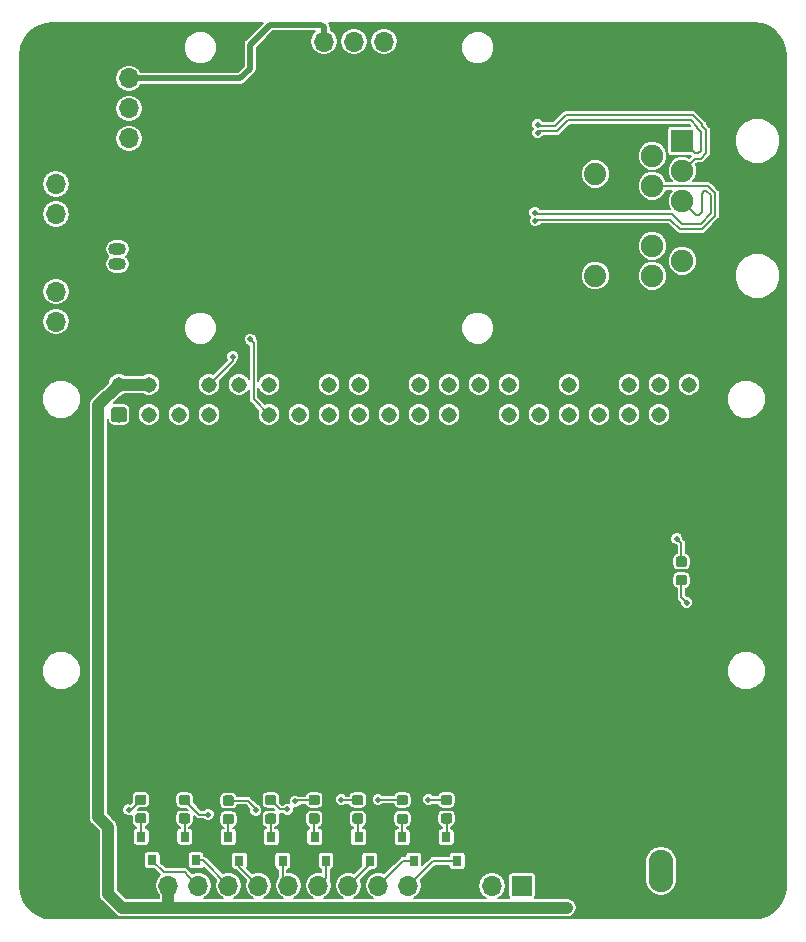
<source format=gbl>
G04 #@! TF.GenerationSoftware,KiCad,Pcbnew,(5.0.1-3-g963ef8bb5)*
G04 #@! TF.CreationDate,2018-12-24T15:41:03+01:00*
G04 #@! TF.ProjectId,heizungsregler,6865697A756E67737265676C65722E6B,rev?*
G04 #@! TF.SameCoordinates,Original*
G04 #@! TF.FileFunction,Copper,L2,Bot,Signal*
G04 #@! TF.FilePolarity,Positive*
%FSLAX46Y46*%
G04 Gerber Fmt 4.6, Leading zero omitted, Abs format (unit mm)*
G04 Created by KiCad (PCBNEW (5.0.1-3-g963ef8bb5)) date Montag, 24. Dezember 2018 um 15:41:03*
%MOMM*%
%LPD*%
G01*
G04 APERTURE LIST*
G04 #@! TA.AperFunction,ComponentPad*
%ADD10C,1.310000*%
G04 #@! TD*
G04 #@! TA.AperFunction,Conductor*
%ADD11C,0.100000*%
G04 #@! TD*
G04 #@! TA.AperFunction,ComponentPad*
%ADD12O,1.700000X1.700000*%
G04 #@! TD*
G04 #@! TA.AperFunction,ComponentPad*
%ADD13R,1.700000X1.700000*%
G04 #@! TD*
G04 #@! TA.AperFunction,ComponentPad*
%ADD14O,2.080000X3.600000*%
G04 #@! TD*
G04 #@! TA.AperFunction,ComponentPad*
%ADD15C,2.080000*%
G04 #@! TD*
G04 #@! TA.AperFunction,SMDPad,CuDef*
%ADD16R,0.800000X0.900000*%
G04 #@! TD*
G04 #@! TA.AperFunction,SMDPad,CuDef*
%ADD17C,0.875000*%
G04 #@! TD*
G04 #@! TA.AperFunction,ComponentPad*
%ADD18C,1.900000*%
G04 #@! TD*
G04 #@! TA.AperFunction,ComponentPad*
%ADD19C,2.600000*%
G04 #@! TD*
G04 #@! TA.AperFunction,ComponentPad*
%ADD20C,1.890000*%
G04 #@! TD*
G04 #@! TA.AperFunction,ComponentPad*
%ADD21R,1.900000X1.900000*%
G04 #@! TD*
G04 #@! TA.AperFunction,ComponentPad*
%ADD22C,5.600000*%
G04 #@! TD*
G04 #@! TA.AperFunction,ComponentPad*
%ADD23R,1.500000X1.050000*%
G04 #@! TD*
G04 #@! TA.AperFunction,ComponentPad*
%ADD24O,1.500000X1.050000*%
G04 #@! TD*
G04 #@! TA.AperFunction,ViaPad*
%ADD25C,0.900000*%
G04 #@! TD*
G04 #@! TA.AperFunction,ViaPad*
%ADD26C,0.500000*%
G04 #@! TD*
G04 #@! TA.AperFunction,Conductor*
%ADD27C,0.500000*%
G04 #@! TD*
G04 #@! TA.AperFunction,Conductor*
%ADD28C,1.000000*%
G04 #@! TD*
G04 #@! TA.AperFunction,Conductor*
%ADD29C,0.200000*%
G04 #@! TD*
G04 APERTURE END LIST*
D10*
G04 #@! TO.P,J101,40*
G04 #@! TO.N,/ENC_SCK*
X170460000Y-82460000D03*
G04 #@! TO.P,J101,38*
G04 #@! TO.N,/ENC_SI*
X167920000Y-82460000D03*
G04 #@! TO.P,J101,36*
G04 #@! TO.N,Net-(J101-Pad36)*
X165380000Y-82460000D03*
G04 #@! TO.P,J101,34*
G04 #@! TO.N,GND*
X162840000Y-82460000D03*
G04 #@! TO.P,J101,32*
G04 #@! TO.N,Net-(J101-Pad32)*
X160300000Y-82460000D03*
G04 #@! TO.P,J101,30*
G04 #@! TO.N,GND*
X157760000Y-82460000D03*
G04 #@! TO.P,J101,28*
G04 #@! TO.N,Net-(J101-Pad28)*
X155220000Y-82460000D03*
G04 #@! TO.P,J101,26*
G04 #@! TO.N,Net-(J101-Pad26)*
X152680000Y-82460000D03*
G04 #@! TO.P,J101,24*
G04 #@! TO.N,Net-(J101-Pad24)*
X150140000Y-82460000D03*
G04 #@! TO.P,J101,22*
G04 #@! TO.N,/REL8*
X147600000Y-82460000D03*
G04 #@! TO.P,J101,20*
G04 #@! TO.N,GND*
X145060000Y-82460000D03*
G04 #@! TO.P,J101,18*
G04 #@! TO.N,/REL5*
X142520000Y-82460000D03*
G04 #@! TO.P,J101,16*
G04 #@! TO.N,/REL4*
X139980000Y-82460000D03*
G04 #@! TO.P,J101,14*
G04 #@! TO.N,GND*
X137440000Y-82460000D03*
G04 #@! TO.P,J101,12*
G04 #@! TO.N,/REL1*
X134900000Y-82460000D03*
G04 #@! TO.P,J101,10*
G04 #@! TO.N,/RXD*
X132360000Y-82460000D03*
G04 #@! TO.P,J101,8*
G04 #@! TO.N,/TXD*
X129820000Y-82460000D03*
G04 #@! TO.P,J101,6*
G04 #@! TO.N,GND*
X127280000Y-82460000D03*
G04 #@! TO.P,J101,4*
G04 #@! TO.N,+5V*
X124740000Y-82460000D03*
G04 #@! TO.P,J101,2*
X122200000Y-82460000D03*
G04 #@! TO.P,J101,39*
G04 #@! TO.N,GND*
X170460000Y-85000000D03*
G04 #@! TO.P,J101,37*
G04 #@! TO.N,/ENC_#INT*
X167920000Y-85000000D03*
G04 #@! TO.P,J101,35*
G04 #@! TO.N,/ENC_SO*
X165380000Y-85000000D03*
G04 #@! TO.P,J101,33*
G04 #@! TO.N,/ENC_#CS*
X162840000Y-85000000D03*
G04 #@! TO.P,J101,31*
G04 #@! TO.N,Net-(J101-Pad31)*
X160300000Y-85000000D03*
G04 #@! TO.P,J101,29*
G04 #@! TO.N,Net-(J101-Pad29)*
X157760000Y-85000000D03*
G04 #@! TO.P,J101,27*
G04 #@! TO.N,Net-(J101-Pad27)*
X155220000Y-85000000D03*
G04 #@! TO.P,J101,25*
G04 #@! TO.N,GND*
X152680000Y-85000000D03*
G04 #@! TO.P,J101,23*
G04 #@! TO.N,Net-(J101-Pad23)*
X150140000Y-85000000D03*
G04 #@! TO.P,J101,21*
G04 #@! TO.N,/REL7*
X147600000Y-85000000D03*
G04 #@! TO.P,J101,19*
G04 #@! TO.N,/REL6*
X145060000Y-85000000D03*
G04 #@! TO.P,J101,17*
G04 #@! TO.N,Net-(J101-Pad17)*
X142520000Y-85000000D03*
G04 #@! TO.P,J101,15*
G04 #@! TO.N,/REL3*
X139980000Y-85000000D03*
G04 #@! TO.P,J101,13*
G04 #@! TO.N,/REL2*
X137440000Y-85000000D03*
G04 #@! TO.P,J101,11*
G04 #@! TO.N,/ENC_#RESET*
X134900000Y-85000000D03*
G04 #@! TO.P,J101,9*
G04 #@! TO.N,GND*
X132360000Y-85000000D03*
G04 #@! TO.P,J101,7*
G04 #@! TO.N,/DQ*
X129820000Y-85000000D03*
G04 #@! TO.P,J101,5*
G04 #@! TO.N,/SCL*
X127280000Y-85000000D03*
G04 #@! TO.P,J101,3*
G04 #@! TO.N,/SDA*
X124740000Y-85000000D03*
D11*
G04 #@! TD*
G04 #@! TO.N,+3V3*
G04 #@! TO.C,J101*
G36*
X122629504Y-84346204D02*
X122653773Y-84349804D01*
X122677571Y-84355765D01*
X122700671Y-84364030D01*
X122722849Y-84374520D01*
X122743893Y-84387133D01*
X122763598Y-84401747D01*
X122781777Y-84418223D01*
X122798253Y-84436402D01*
X122812867Y-84456107D01*
X122825480Y-84477151D01*
X122835970Y-84499329D01*
X122844235Y-84522429D01*
X122850196Y-84546227D01*
X122853796Y-84570496D01*
X122855000Y-84595000D01*
X122855000Y-85405000D01*
X122853796Y-85429504D01*
X122850196Y-85453773D01*
X122844235Y-85477571D01*
X122835970Y-85500671D01*
X122825480Y-85522849D01*
X122812867Y-85543893D01*
X122798253Y-85563598D01*
X122781777Y-85581777D01*
X122763598Y-85598253D01*
X122743893Y-85612867D01*
X122722849Y-85625480D01*
X122700671Y-85635970D01*
X122677571Y-85644235D01*
X122653773Y-85650196D01*
X122629504Y-85653796D01*
X122605000Y-85655000D01*
X121795000Y-85655000D01*
X121770496Y-85653796D01*
X121746227Y-85650196D01*
X121722429Y-85644235D01*
X121699329Y-85635970D01*
X121677151Y-85625480D01*
X121656107Y-85612867D01*
X121636402Y-85598253D01*
X121618223Y-85581777D01*
X121601747Y-85563598D01*
X121587133Y-85543893D01*
X121574520Y-85522849D01*
X121564030Y-85500671D01*
X121555765Y-85477571D01*
X121549804Y-85453773D01*
X121546204Y-85429504D01*
X121545000Y-85405000D01*
X121545000Y-84595000D01*
X121546204Y-84570496D01*
X121549804Y-84546227D01*
X121555765Y-84522429D01*
X121564030Y-84499329D01*
X121574520Y-84477151D01*
X121587133Y-84456107D01*
X121601747Y-84436402D01*
X121618223Y-84418223D01*
X121636402Y-84401747D01*
X121656107Y-84387133D01*
X121677151Y-84374520D01*
X121699329Y-84364030D01*
X121722429Y-84355765D01*
X121746227Y-84349804D01*
X121770496Y-84346204D01*
X121795000Y-84345000D01*
X122605000Y-84345000D01*
X122629504Y-84346204D01*
X122629504Y-84346204D01*
G37*
D10*
G04 #@! TO.P,J101,1*
G04 #@! TO.N,+3V3*
X122200000Y-85000000D03*
G04 #@! TD*
D12*
G04 #@! TO.P,U101,4*
G04 #@! TO.N,/SDA*
X144640000Y-53420000D03*
G04 #@! TO.P,U101,3*
G04 #@! TO.N,/SCL*
X142100000Y-53420000D03*
G04 #@! TO.P,U101,2*
G04 #@! TO.N,+3V3*
X139560000Y-53420000D03*
D13*
G04 #@! TO.P,U101,1*
G04 #@! TO.N,GND*
X137020000Y-53420000D03*
G04 #@! TD*
D12*
G04 #@! TO.P,J105,4*
G04 #@! TO.N,/SDA*
X123030000Y-61610000D03*
G04 #@! TO.P,J105,3*
G04 #@! TO.N,/SCL*
X123030000Y-59070000D03*
G04 #@! TO.P,J105,2*
G04 #@! TO.N,+3V3*
X123030000Y-56530000D03*
D13*
G04 #@! TO.P,J105,1*
G04 #@! TO.N,GND*
X123030000Y-53990000D03*
G04 #@! TD*
D12*
G04 #@! TO.P,J104,3*
G04 #@! TO.N,/DQ*
X116850000Y-68010000D03*
G04 #@! TO.P,J104,2*
G04 #@! TO.N,Net-(C101-Pad1)*
X116850000Y-65470000D03*
D13*
G04 #@! TO.P,J104,1*
G04 #@! TO.N,GND*
X116850000Y-62930000D03*
G04 #@! TD*
D14*
G04 #@! TO.P,J103,2*
G04 #@! TO.N,Net-(J103-Pad2)*
X168090000Y-123620000D03*
D11*
G04 #@! TD*
G04 #@! TO.N,GND*
G04 #@! TO.C,J103*
G36*
X163824505Y-121821204D02*
X163848773Y-121824804D01*
X163872572Y-121830765D01*
X163895671Y-121839030D01*
X163917850Y-121849520D01*
X163938893Y-121862132D01*
X163958599Y-121876747D01*
X163976777Y-121893223D01*
X163993253Y-121911401D01*
X164007868Y-121931107D01*
X164020480Y-121952150D01*
X164030970Y-121974329D01*
X164039235Y-121997428D01*
X164045196Y-122021227D01*
X164048796Y-122045495D01*
X164050000Y-122069999D01*
X164050000Y-125170001D01*
X164048796Y-125194505D01*
X164045196Y-125218773D01*
X164039235Y-125242572D01*
X164030970Y-125265671D01*
X164020480Y-125287850D01*
X164007868Y-125308893D01*
X163993253Y-125328599D01*
X163976777Y-125346777D01*
X163958599Y-125363253D01*
X163938893Y-125377868D01*
X163917850Y-125390480D01*
X163895671Y-125400970D01*
X163872572Y-125409235D01*
X163848773Y-125415196D01*
X163824505Y-125418796D01*
X163800001Y-125420000D01*
X162219999Y-125420000D01*
X162195495Y-125418796D01*
X162171227Y-125415196D01*
X162147428Y-125409235D01*
X162124329Y-125400970D01*
X162102150Y-125390480D01*
X162081107Y-125377868D01*
X162061401Y-125363253D01*
X162043223Y-125346777D01*
X162026747Y-125328599D01*
X162012132Y-125308893D01*
X161999520Y-125287850D01*
X161989030Y-125265671D01*
X161980765Y-125242572D01*
X161974804Y-125218773D01*
X161971204Y-125194505D01*
X161970000Y-125170001D01*
X161970000Y-122069999D01*
X161971204Y-122045495D01*
X161974804Y-122021227D01*
X161980765Y-121997428D01*
X161989030Y-121974329D01*
X161999520Y-121952150D01*
X162012132Y-121931107D01*
X162026747Y-121911401D01*
X162043223Y-121893223D01*
X162061401Y-121876747D01*
X162081107Y-121862132D01*
X162102150Y-121849520D01*
X162124329Y-121839030D01*
X162147428Y-121830765D01*
X162171227Y-121824804D01*
X162195495Y-121821204D01*
X162219999Y-121820000D01*
X163800001Y-121820000D01*
X163824505Y-121821204D01*
X163824505Y-121821204D01*
G37*
D15*
G04 #@! TO.P,J103,1*
G04 #@! TO.N,GND*
X163010000Y-123620000D03*
G04 #@! TD*
D16*
G04 #@! TO.P,Q401,3*
G04 #@! TO.N,Net-(J401-Pad3)*
X125030000Y-122730000D03*
G04 #@! TO.P,Q401,2*
G04 #@! TO.N,GND*
X125980000Y-120730000D03*
G04 #@! TO.P,Q401,1*
G04 #@! TO.N,Net-(Q401-Pad1)*
X124080000Y-120730000D03*
G04 #@! TD*
G04 #@! TO.P,Q402,3*
G04 #@! TO.N,Net-(J401-Pad10)*
X150850000Y-122780000D03*
G04 #@! TO.P,Q402,2*
G04 #@! TO.N,GND*
X151800000Y-120780000D03*
G04 #@! TO.P,Q402,1*
G04 #@! TO.N,Net-(Q402-Pad1)*
X149900000Y-120780000D03*
G04 #@! TD*
G04 #@! TO.P,Q403,3*
G04 #@! TO.N,Net-(J401-Pad8)*
X143430000Y-122760000D03*
G04 #@! TO.P,Q403,2*
G04 #@! TO.N,GND*
X144380000Y-120760000D03*
G04 #@! TO.P,Q403,1*
G04 #@! TO.N,Net-(Q403-Pad1)*
X142480000Y-120760000D03*
G04 #@! TD*
G04 #@! TO.P,Q404,3*
G04 #@! TO.N,Net-(J401-Pad7)*
X139730000Y-122760000D03*
G04 #@! TO.P,Q404,2*
G04 #@! TO.N,GND*
X140680000Y-120760000D03*
G04 #@! TO.P,Q404,1*
G04 #@! TO.N,Net-(Q404-Pad1)*
X138780000Y-120760000D03*
G04 #@! TD*
G04 #@! TO.P,Q405,3*
G04 #@! TO.N,Net-(J401-Pad9)*
X147140000Y-122780000D03*
G04 #@! TO.P,Q405,2*
G04 #@! TO.N,GND*
X148090000Y-120780000D03*
G04 #@! TO.P,Q405,1*
G04 #@! TO.N,Net-(Q405-Pad1)*
X146190000Y-120780000D03*
G04 #@! TD*
G04 #@! TO.P,Q406,3*
G04 #@! TO.N,Net-(J401-Pad6)*
X136050000Y-122770000D03*
G04 #@! TO.P,Q406,2*
G04 #@! TO.N,GND*
X137000000Y-120770000D03*
G04 #@! TO.P,Q406,1*
G04 #@! TO.N,Net-(Q406-Pad1)*
X135100000Y-120770000D03*
G04 #@! TD*
G04 #@! TO.P,Q407,3*
G04 #@! TO.N,Net-(J401-Pad5)*
X132400000Y-122760000D03*
G04 #@! TO.P,Q407,2*
G04 #@! TO.N,GND*
X133350000Y-120760000D03*
G04 #@! TO.P,Q407,1*
G04 #@! TO.N,Net-(Q407-Pad1)*
X131450000Y-120760000D03*
G04 #@! TD*
G04 #@! TO.P,Q408,3*
G04 #@! TO.N,Net-(J401-Pad4)*
X128710000Y-122730000D03*
G04 #@! TO.P,Q408,2*
G04 #@! TO.N,GND*
X129660000Y-120730000D03*
G04 #@! TO.P,Q408,1*
G04 #@! TO.N,Net-(Q408-Pad1)*
X127760000Y-120730000D03*
G04 #@! TD*
D11*
G04 #@! TO.N,/REL8*
G04 #@! TO.C,R405*
G36*
X150207691Y-117176053D02*
X150228926Y-117179203D01*
X150249750Y-117184419D01*
X150269962Y-117191651D01*
X150289368Y-117200830D01*
X150307781Y-117211866D01*
X150325024Y-117224654D01*
X150340930Y-117239070D01*
X150355346Y-117254976D01*
X150368134Y-117272219D01*
X150379170Y-117290632D01*
X150388349Y-117310038D01*
X150395581Y-117330250D01*
X150400797Y-117351074D01*
X150403947Y-117372309D01*
X150405000Y-117393750D01*
X150405000Y-117831250D01*
X150403947Y-117852691D01*
X150400797Y-117873926D01*
X150395581Y-117894750D01*
X150388349Y-117914962D01*
X150379170Y-117934368D01*
X150368134Y-117952781D01*
X150355346Y-117970024D01*
X150340930Y-117985930D01*
X150325024Y-118000346D01*
X150307781Y-118013134D01*
X150289368Y-118024170D01*
X150269962Y-118033349D01*
X150249750Y-118040581D01*
X150228926Y-118045797D01*
X150207691Y-118048947D01*
X150186250Y-118050000D01*
X149673750Y-118050000D01*
X149652309Y-118048947D01*
X149631074Y-118045797D01*
X149610250Y-118040581D01*
X149590038Y-118033349D01*
X149570632Y-118024170D01*
X149552219Y-118013134D01*
X149534976Y-118000346D01*
X149519070Y-117985930D01*
X149504654Y-117970024D01*
X149491866Y-117952781D01*
X149480830Y-117934368D01*
X149471651Y-117914962D01*
X149464419Y-117894750D01*
X149459203Y-117873926D01*
X149456053Y-117852691D01*
X149455000Y-117831250D01*
X149455000Y-117393750D01*
X149456053Y-117372309D01*
X149459203Y-117351074D01*
X149464419Y-117330250D01*
X149471651Y-117310038D01*
X149480830Y-117290632D01*
X149491866Y-117272219D01*
X149504654Y-117254976D01*
X149519070Y-117239070D01*
X149534976Y-117224654D01*
X149552219Y-117211866D01*
X149570632Y-117200830D01*
X149590038Y-117191651D01*
X149610250Y-117184419D01*
X149631074Y-117179203D01*
X149652309Y-117176053D01*
X149673750Y-117175000D01*
X150186250Y-117175000D01*
X150207691Y-117176053D01*
X150207691Y-117176053D01*
G37*
D17*
G04 #@! TD*
G04 #@! TO.P,R405,2*
G04 #@! TO.N,/REL8*
X149930000Y-117612500D03*
D11*
G04 #@! TO.N,Net-(Q402-Pad1)*
G04 #@! TO.C,R405*
G36*
X150207691Y-118751053D02*
X150228926Y-118754203D01*
X150249750Y-118759419D01*
X150269962Y-118766651D01*
X150289368Y-118775830D01*
X150307781Y-118786866D01*
X150325024Y-118799654D01*
X150340930Y-118814070D01*
X150355346Y-118829976D01*
X150368134Y-118847219D01*
X150379170Y-118865632D01*
X150388349Y-118885038D01*
X150395581Y-118905250D01*
X150400797Y-118926074D01*
X150403947Y-118947309D01*
X150405000Y-118968750D01*
X150405000Y-119406250D01*
X150403947Y-119427691D01*
X150400797Y-119448926D01*
X150395581Y-119469750D01*
X150388349Y-119489962D01*
X150379170Y-119509368D01*
X150368134Y-119527781D01*
X150355346Y-119545024D01*
X150340930Y-119560930D01*
X150325024Y-119575346D01*
X150307781Y-119588134D01*
X150289368Y-119599170D01*
X150269962Y-119608349D01*
X150249750Y-119615581D01*
X150228926Y-119620797D01*
X150207691Y-119623947D01*
X150186250Y-119625000D01*
X149673750Y-119625000D01*
X149652309Y-119623947D01*
X149631074Y-119620797D01*
X149610250Y-119615581D01*
X149590038Y-119608349D01*
X149570632Y-119599170D01*
X149552219Y-119588134D01*
X149534976Y-119575346D01*
X149519070Y-119560930D01*
X149504654Y-119545024D01*
X149491866Y-119527781D01*
X149480830Y-119509368D01*
X149471651Y-119489962D01*
X149464419Y-119469750D01*
X149459203Y-119448926D01*
X149456053Y-119427691D01*
X149455000Y-119406250D01*
X149455000Y-118968750D01*
X149456053Y-118947309D01*
X149459203Y-118926074D01*
X149464419Y-118905250D01*
X149471651Y-118885038D01*
X149480830Y-118865632D01*
X149491866Y-118847219D01*
X149504654Y-118829976D01*
X149519070Y-118814070D01*
X149534976Y-118799654D01*
X149552219Y-118786866D01*
X149570632Y-118775830D01*
X149590038Y-118766651D01*
X149610250Y-118759419D01*
X149631074Y-118754203D01*
X149652309Y-118751053D01*
X149673750Y-118750000D01*
X150186250Y-118750000D01*
X150207691Y-118751053D01*
X150207691Y-118751053D01*
G37*
D17*
G04 #@! TD*
G04 #@! TO.P,R405,1*
G04 #@! TO.N,Net-(Q402-Pad1)*
X149930000Y-119187500D03*
D11*
G04 #@! TO.N,/REL6*
G04 #@! TO.C,R406*
G36*
X142697691Y-117186053D02*
X142718926Y-117189203D01*
X142739750Y-117194419D01*
X142759962Y-117201651D01*
X142779368Y-117210830D01*
X142797781Y-117221866D01*
X142815024Y-117234654D01*
X142830930Y-117249070D01*
X142845346Y-117264976D01*
X142858134Y-117282219D01*
X142869170Y-117300632D01*
X142878349Y-117320038D01*
X142885581Y-117340250D01*
X142890797Y-117361074D01*
X142893947Y-117382309D01*
X142895000Y-117403750D01*
X142895000Y-117841250D01*
X142893947Y-117862691D01*
X142890797Y-117883926D01*
X142885581Y-117904750D01*
X142878349Y-117924962D01*
X142869170Y-117944368D01*
X142858134Y-117962781D01*
X142845346Y-117980024D01*
X142830930Y-117995930D01*
X142815024Y-118010346D01*
X142797781Y-118023134D01*
X142779368Y-118034170D01*
X142759962Y-118043349D01*
X142739750Y-118050581D01*
X142718926Y-118055797D01*
X142697691Y-118058947D01*
X142676250Y-118060000D01*
X142163750Y-118060000D01*
X142142309Y-118058947D01*
X142121074Y-118055797D01*
X142100250Y-118050581D01*
X142080038Y-118043349D01*
X142060632Y-118034170D01*
X142042219Y-118023134D01*
X142024976Y-118010346D01*
X142009070Y-117995930D01*
X141994654Y-117980024D01*
X141981866Y-117962781D01*
X141970830Y-117944368D01*
X141961651Y-117924962D01*
X141954419Y-117904750D01*
X141949203Y-117883926D01*
X141946053Y-117862691D01*
X141945000Y-117841250D01*
X141945000Y-117403750D01*
X141946053Y-117382309D01*
X141949203Y-117361074D01*
X141954419Y-117340250D01*
X141961651Y-117320038D01*
X141970830Y-117300632D01*
X141981866Y-117282219D01*
X141994654Y-117264976D01*
X142009070Y-117249070D01*
X142024976Y-117234654D01*
X142042219Y-117221866D01*
X142060632Y-117210830D01*
X142080038Y-117201651D01*
X142100250Y-117194419D01*
X142121074Y-117189203D01*
X142142309Y-117186053D01*
X142163750Y-117185000D01*
X142676250Y-117185000D01*
X142697691Y-117186053D01*
X142697691Y-117186053D01*
G37*
D17*
G04 #@! TD*
G04 #@! TO.P,R406,2*
G04 #@! TO.N,/REL6*
X142420000Y-117622500D03*
D11*
G04 #@! TO.N,Net-(Q403-Pad1)*
G04 #@! TO.C,R406*
G36*
X142697691Y-118761053D02*
X142718926Y-118764203D01*
X142739750Y-118769419D01*
X142759962Y-118776651D01*
X142779368Y-118785830D01*
X142797781Y-118796866D01*
X142815024Y-118809654D01*
X142830930Y-118824070D01*
X142845346Y-118839976D01*
X142858134Y-118857219D01*
X142869170Y-118875632D01*
X142878349Y-118895038D01*
X142885581Y-118915250D01*
X142890797Y-118936074D01*
X142893947Y-118957309D01*
X142895000Y-118978750D01*
X142895000Y-119416250D01*
X142893947Y-119437691D01*
X142890797Y-119458926D01*
X142885581Y-119479750D01*
X142878349Y-119499962D01*
X142869170Y-119519368D01*
X142858134Y-119537781D01*
X142845346Y-119555024D01*
X142830930Y-119570930D01*
X142815024Y-119585346D01*
X142797781Y-119598134D01*
X142779368Y-119609170D01*
X142759962Y-119618349D01*
X142739750Y-119625581D01*
X142718926Y-119630797D01*
X142697691Y-119633947D01*
X142676250Y-119635000D01*
X142163750Y-119635000D01*
X142142309Y-119633947D01*
X142121074Y-119630797D01*
X142100250Y-119625581D01*
X142080038Y-119618349D01*
X142060632Y-119609170D01*
X142042219Y-119598134D01*
X142024976Y-119585346D01*
X142009070Y-119570930D01*
X141994654Y-119555024D01*
X141981866Y-119537781D01*
X141970830Y-119519368D01*
X141961651Y-119499962D01*
X141954419Y-119479750D01*
X141949203Y-119458926D01*
X141946053Y-119437691D01*
X141945000Y-119416250D01*
X141945000Y-118978750D01*
X141946053Y-118957309D01*
X141949203Y-118936074D01*
X141954419Y-118915250D01*
X141961651Y-118895038D01*
X141970830Y-118875632D01*
X141981866Y-118857219D01*
X141994654Y-118839976D01*
X142009070Y-118824070D01*
X142024976Y-118809654D01*
X142042219Y-118796866D01*
X142060632Y-118785830D01*
X142080038Y-118776651D01*
X142100250Y-118769419D01*
X142121074Y-118764203D01*
X142142309Y-118761053D01*
X142163750Y-118760000D01*
X142676250Y-118760000D01*
X142697691Y-118761053D01*
X142697691Y-118761053D01*
G37*
D17*
G04 #@! TD*
G04 #@! TO.P,R406,1*
G04 #@! TO.N,Net-(Q403-Pad1)*
X142420000Y-119197500D03*
D11*
G04 #@! TO.N,/REL5*
G04 #@! TO.C,R408*
G36*
X138997691Y-117186053D02*
X139018926Y-117189203D01*
X139039750Y-117194419D01*
X139059962Y-117201651D01*
X139079368Y-117210830D01*
X139097781Y-117221866D01*
X139115024Y-117234654D01*
X139130930Y-117249070D01*
X139145346Y-117264976D01*
X139158134Y-117282219D01*
X139169170Y-117300632D01*
X139178349Y-117320038D01*
X139185581Y-117340250D01*
X139190797Y-117361074D01*
X139193947Y-117382309D01*
X139195000Y-117403750D01*
X139195000Y-117841250D01*
X139193947Y-117862691D01*
X139190797Y-117883926D01*
X139185581Y-117904750D01*
X139178349Y-117924962D01*
X139169170Y-117944368D01*
X139158134Y-117962781D01*
X139145346Y-117980024D01*
X139130930Y-117995930D01*
X139115024Y-118010346D01*
X139097781Y-118023134D01*
X139079368Y-118034170D01*
X139059962Y-118043349D01*
X139039750Y-118050581D01*
X139018926Y-118055797D01*
X138997691Y-118058947D01*
X138976250Y-118060000D01*
X138463750Y-118060000D01*
X138442309Y-118058947D01*
X138421074Y-118055797D01*
X138400250Y-118050581D01*
X138380038Y-118043349D01*
X138360632Y-118034170D01*
X138342219Y-118023134D01*
X138324976Y-118010346D01*
X138309070Y-117995930D01*
X138294654Y-117980024D01*
X138281866Y-117962781D01*
X138270830Y-117944368D01*
X138261651Y-117924962D01*
X138254419Y-117904750D01*
X138249203Y-117883926D01*
X138246053Y-117862691D01*
X138245000Y-117841250D01*
X138245000Y-117403750D01*
X138246053Y-117382309D01*
X138249203Y-117361074D01*
X138254419Y-117340250D01*
X138261651Y-117320038D01*
X138270830Y-117300632D01*
X138281866Y-117282219D01*
X138294654Y-117264976D01*
X138309070Y-117249070D01*
X138324976Y-117234654D01*
X138342219Y-117221866D01*
X138360632Y-117210830D01*
X138380038Y-117201651D01*
X138400250Y-117194419D01*
X138421074Y-117189203D01*
X138442309Y-117186053D01*
X138463750Y-117185000D01*
X138976250Y-117185000D01*
X138997691Y-117186053D01*
X138997691Y-117186053D01*
G37*
D17*
G04 #@! TD*
G04 #@! TO.P,R408,2*
G04 #@! TO.N,/REL5*
X138720000Y-117622500D03*
D11*
G04 #@! TO.N,Net-(Q404-Pad1)*
G04 #@! TO.C,R408*
G36*
X138997691Y-118761053D02*
X139018926Y-118764203D01*
X139039750Y-118769419D01*
X139059962Y-118776651D01*
X139079368Y-118785830D01*
X139097781Y-118796866D01*
X139115024Y-118809654D01*
X139130930Y-118824070D01*
X139145346Y-118839976D01*
X139158134Y-118857219D01*
X139169170Y-118875632D01*
X139178349Y-118895038D01*
X139185581Y-118915250D01*
X139190797Y-118936074D01*
X139193947Y-118957309D01*
X139195000Y-118978750D01*
X139195000Y-119416250D01*
X139193947Y-119437691D01*
X139190797Y-119458926D01*
X139185581Y-119479750D01*
X139178349Y-119499962D01*
X139169170Y-119519368D01*
X139158134Y-119537781D01*
X139145346Y-119555024D01*
X139130930Y-119570930D01*
X139115024Y-119585346D01*
X139097781Y-119598134D01*
X139079368Y-119609170D01*
X139059962Y-119618349D01*
X139039750Y-119625581D01*
X139018926Y-119630797D01*
X138997691Y-119633947D01*
X138976250Y-119635000D01*
X138463750Y-119635000D01*
X138442309Y-119633947D01*
X138421074Y-119630797D01*
X138400250Y-119625581D01*
X138380038Y-119618349D01*
X138360632Y-119609170D01*
X138342219Y-119598134D01*
X138324976Y-119585346D01*
X138309070Y-119570930D01*
X138294654Y-119555024D01*
X138281866Y-119537781D01*
X138270830Y-119519368D01*
X138261651Y-119499962D01*
X138254419Y-119479750D01*
X138249203Y-119458926D01*
X138246053Y-119437691D01*
X138245000Y-119416250D01*
X138245000Y-118978750D01*
X138246053Y-118957309D01*
X138249203Y-118936074D01*
X138254419Y-118915250D01*
X138261651Y-118895038D01*
X138270830Y-118875632D01*
X138281866Y-118857219D01*
X138294654Y-118839976D01*
X138309070Y-118824070D01*
X138324976Y-118809654D01*
X138342219Y-118796866D01*
X138360632Y-118785830D01*
X138380038Y-118776651D01*
X138400250Y-118769419D01*
X138421074Y-118764203D01*
X138442309Y-118761053D01*
X138463750Y-118760000D01*
X138976250Y-118760000D01*
X138997691Y-118761053D01*
X138997691Y-118761053D01*
G37*
D17*
G04 #@! TD*
G04 #@! TO.P,R408,1*
G04 #@! TO.N,Net-(Q404-Pad1)*
X138720000Y-119197500D03*
D11*
G04 #@! TO.N,/REL7*
G04 #@! TO.C,R411*
G36*
X146477691Y-117206053D02*
X146498926Y-117209203D01*
X146519750Y-117214419D01*
X146539962Y-117221651D01*
X146559368Y-117230830D01*
X146577781Y-117241866D01*
X146595024Y-117254654D01*
X146610930Y-117269070D01*
X146625346Y-117284976D01*
X146638134Y-117302219D01*
X146649170Y-117320632D01*
X146658349Y-117340038D01*
X146665581Y-117360250D01*
X146670797Y-117381074D01*
X146673947Y-117402309D01*
X146675000Y-117423750D01*
X146675000Y-117861250D01*
X146673947Y-117882691D01*
X146670797Y-117903926D01*
X146665581Y-117924750D01*
X146658349Y-117944962D01*
X146649170Y-117964368D01*
X146638134Y-117982781D01*
X146625346Y-118000024D01*
X146610930Y-118015930D01*
X146595024Y-118030346D01*
X146577781Y-118043134D01*
X146559368Y-118054170D01*
X146539962Y-118063349D01*
X146519750Y-118070581D01*
X146498926Y-118075797D01*
X146477691Y-118078947D01*
X146456250Y-118080000D01*
X145943750Y-118080000D01*
X145922309Y-118078947D01*
X145901074Y-118075797D01*
X145880250Y-118070581D01*
X145860038Y-118063349D01*
X145840632Y-118054170D01*
X145822219Y-118043134D01*
X145804976Y-118030346D01*
X145789070Y-118015930D01*
X145774654Y-118000024D01*
X145761866Y-117982781D01*
X145750830Y-117964368D01*
X145741651Y-117944962D01*
X145734419Y-117924750D01*
X145729203Y-117903926D01*
X145726053Y-117882691D01*
X145725000Y-117861250D01*
X145725000Y-117423750D01*
X145726053Y-117402309D01*
X145729203Y-117381074D01*
X145734419Y-117360250D01*
X145741651Y-117340038D01*
X145750830Y-117320632D01*
X145761866Y-117302219D01*
X145774654Y-117284976D01*
X145789070Y-117269070D01*
X145804976Y-117254654D01*
X145822219Y-117241866D01*
X145840632Y-117230830D01*
X145860038Y-117221651D01*
X145880250Y-117214419D01*
X145901074Y-117209203D01*
X145922309Y-117206053D01*
X145943750Y-117205000D01*
X146456250Y-117205000D01*
X146477691Y-117206053D01*
X146477691Y-117206053D01*
G37*
D17*
G04 #@! TD*
G04 #@! TO.P,R411,2*
G04 #@! TO.N,/REL7*
X146200000Y-117642500D03*
D11*
G04 #@! TO.N,Net-(Q405-Pad1)*
G04 #@! TO.C,R411*
G36*
X146477691Y-118781053D02*
X146498926Y-118784203D01*
X146519750Y-118789419D01*
X146539962Y-118796651D01*
X146559368Y-118805830D01*
X146577781Y-118816866D01*
X146595024Y-118829654D01*
X146610930Y-118844070D01*
X146625346Y-118859976D01*
X146638134Y-118877219D01*
X146649170Y-118895632D01*
X146658349Y-118915038D01*
X146665581Y-118935250D01*
X146670797Y-118956074D01*
X146673947Y-118977309D01*
X146675000Y-118998750D01*
X146675000Y-119436250D01*
X146673947Y-119457691D01*
X146670797Y-119478926D01*
X146665581Y-119499750D01*
X146658349Y-119519962D01*
X146649170Y-119539368D01*
X146638134Y-119557781D01*
X146625346Y-119575024D01*
X146610930Y-119590930D01*
X146595024Y-119605346D01*
X146577781Y-119618134D01*
X146559368Y-119629170D01*
X146539962Y-119638349D01*
X146519750Y-119645581D01*
X146498926Y-119650797D01*
X146477691Y-119653947D01*
X146456250Y-119655000D01*
X145943750Y-119655000D01*
X145922309Y-119653947D01*
X145901074Y-119650797D01*
X145880250Y-119645581D01*
X145860038Y-119638349D01*
X145840632Y-119629170D01*
X145822219Y-119618134D01*
X145804976Y-119605346D01*
X145789070Y-119590930D01*
X145774654Y-119575024D01*
X145761866Y-119557781D01*
X145750830Y-119539368D01*
X145741651Y-119519962D01*
X145734419Y-119499750D01*
X145729203Y-119478926D01*
X145726053Y-119457691D01*
X145725000Y-119436250D01*
X145725000Y-118998750D01*
X145726053Y-118977309D01*
X145729203Y-118956074D01*
X145734419Y-118935250D01*
X145741651Y-118915038D01*
X145750830Y-118895632D01*
X145761866Y-118877219D01*
X145774654Y-118859976D01*
X145789070Y-118844070D01*
X145804976Y-118829654D01*
X145822219Y-118816866D01*
X145840632Y-118805830D01*
X145860038Y-118796651D01*
X145880250Y-118789419D01*
X145901074Y-118784203D01*
X145922309Y-118781053D01*
X145943750Y-118780000D01*
X146456250Y-118780000D01*
X146477691Y-118781053D01*
X146477691Y-118781053D01*
G37*
D17*
G04 #@! TD*
G04 #@! TO.P,R411,1*
G04 #@! TO.N,Net-(Q405-Pad1)*
X146200000Y-119217500D03*
D11*
G04 #@! TO.N,/REL4*
G04 #@! TO.C,R412*
G36*
X135327691Y-117196053D02*
X135348926Y-117199203D01*
X135369750Y-117204419D01*
X135389962Y-117211651D01*
X135409368Y-117220830D01*
X135427781Y-117231866D01*
X135445024Y-117244654D01*
X135460930Y-117259070D01*
X135475346Y-117274976D01*
X135488134Y-117292219D01*
X135499170Y-117310632D01*
X135508349Y-117330038D01*
X135515581Y-117350250D01*
X135520797Y-117371074D01*
X135523947Y-117392309D01*
X135525000Y-117413750D01*
X135525000Y-117851250D01*
X135523947Y-117872691D01*
X135520797Y-117893926D01*
X135515581Y-117914750D01*
X135508349Y-117934962D01*
X135499170Y-117954368D01*
X135488134Y-117972781D01*
X135475346Y-117990024D01*
X135460930Y-118005930D01*
X135445024Y-118020346D01*
X135427781Y-118033134D01*
X135409368Y-118044170D01*
X135389962Y-118053349D01*
X135369750Y-118060581D01*
X135348926Y-118065797D01*
X135327691Y-118068947D01*
X135306250Y-118070000D01*
X134793750Y-118070000D01*
X134772309Y-118068947D01*
X134751074Y-118065797D01*
X134730250Y-118060581D01*
X134710038Y-118053349D01*
X134690632Y-118044170D01*
X134672219Y-118033134D01*
X134654976Y-118020346D01*
X134639070Y-118005930D01*
X134624654Y-117990024D01*
X134611866Y-117972781D01*
X134600830Y-117954368D01*
X134591651Y-117934962D01*
X134584419Y-117914750D01*
X134579203Y-117893926D01*
X134576053Y-117872691D01*
X134575000Y-117851250D01*
X134575000Y-117413750D01*
X134576053Y-117392309D01*
X134579203Y-117371074D01*
X134584419Y-117350250D01*
X134591651Y-117330038D01*
X134600830Y-117310632D01*
X134611866Y-117292219D01*
X134624654Y-117274976D01*
X134639070Y-117259070D01*
X134654976Y-117244654D01*
X134672219Y-117231866D01*
X134690632Y-117220830D01*
X134710038Y-117211651D01*
X134730250Y-117204419D01*
X134751074Y-117199203D01*
X134772309Y-117196053D01*
X134793750Y-117195000D01*
X135306250Y-117195000D01*
X135327691Y-117196053D01*
X135327691Y-117196053D01*
G37*
D17*
G04 #@! TD*
G04 #@! TO.P,R412,2*
G04 #@! TO.N,/REL4*
X135050000Y-117632500D03*
D11*
G04 #@! TO.N,Net-(Q406-Pad1)*
G04 #@! TO.C,R412*
G36*
X135327691Y-118771053D02*
X135348926Y-118774203D01*
X135369750Y-118779419D01*
X135389962Y-118786651D01*
X135409368Y-118795830D01*
X135427781Y-118806866D01*
X135445024Y-118819654D01*
X135460930Y-118834070D01*
X135475346Y-118849976D01*
X135488134Y-118867219D01*
X135499170Y-118885632D01*
X135508349Y-118905038D01*
X135515581Y-118925250D01*
X135520797Y-118946074D01*
X135523947Y-118967309D01*
X135525000Y-118988750D01*
X135525000Y-119426250D01*
X135523947Y-119447691D01*
X135520797Y-119468926D01*
X135515581Y-119489750D01*
X135508349Y-119509962D01*
X135499170Y-119529368D01*
X135488134Y-119547781D01*
X135475346Y-119565024D01*
X135460930Y-119580930D01*
X135445024Y-119595346D01*
X135427781Y-119608134D01*
X135409368Y-119619170D01*
X135389962Y-119628349D01*
X135369750Y-119635581D01*
X135348926Y-119640797D01*
X135327691Y-119643947D01*
X135306250Y-119645000D01*
X134793750Y-119645000D01*
X134772309Y-119643947D01*
X134751074Y-119640797D01*
X134730250Y-119635581D01*
X134710038Y-119628349D01*
X134690632Y-119619170D01*
X134672219Y-119608134D01*
X134654976Y-119595346D01*
X134639070Y-119580930D01*
X134624654Y-119565024D01*
X134611866Y-119547781D01*
X134600830Y-119529368D01*
X134591651Y-119509962D01*
X134584419Y-119489750D01*
X134579203Y-119468926D01*
X134576053Y-119447691D01*
X134575000Y-119426250D01*
X134575000Y-118988750D01*
X134576053Y-118967309D01*
X134579203Y-118946074D01*
X134584419Y-118925250D01*
X134591651Y-118905038D01*
X134600830Y-118885632D01*
X134611866Y-118867219D01*
X134624654Y-118849976D01*
X134639070Y-118834070D01*
X134654976Y-118819654D01*
X134672219Y-118806866D01*
X134690632Y-118795830D01*
X134710038Y-118786651D01*
X134730250Y-118779419D01*
X134751074Y-118774203D01*
X134772309Y-118771053D01*
X134793750Y-118770000D01*
X135306250Y-118770000D01*
X135327691Y-118771053D01*
X135327691Y-118771053D01*
G37*
D17*
G04 #@! TD*
G04 #@! TO.P,R412,1*
G04 #@! TO.N,Net-(Q406-Pad1)*
X135050000Y-119207500D03*
D11*
G04 #@! TO.N,/REL3*
G04 #@! TO.C,R414*
G36*
X131737691Y-117246053D02*
X131758926Y-117249203D01*
X131779750Y-117254419D01*
X131799962Y-117261651D01*
X131819368Y-117270830D01*
X131837781Y-117281866D01*
X131855024Y-117294654D01*
X131870930Y-117309070D01*
X131885346Y-117324976D01*
X131898134Y-117342219D01*
X131909170Y-117360632D01*
X131918349Y-117380038D01*
X131925581Y-117400250D01*
X131930797Y-117421074D01*
X131933947Y-117442309D01*
X131935000Y-117463750D01*
X131935000Y-117901250D01*
X131933947Y-117922691D01*
X131930797Y-117943926D01*
X131925581Y-117964750D01*
X131918349Y-117984962D01*
X131909170Y-118004368D01*
X131898134Y-118022781D01*
X131885346Y-118040024D01*
X131870930Y-118055930D01*
X131855024Y-118070346D01*
X131837781Y-118083134D01*
X131819368Y-118094170D01*
X131799962Y-118103349D01*
X131779750Y-118110581D01*
X131758926Y-118115797D01*
X131737691Y-118118947D01*
X131716250Y-118120000D01*
X131203750Y-118120000D01*
X131182309Y-118118947D01*
X131161074Y-118115797D01*
X131140250Y-118110581D01*
X131120038Y-118103349D01*
X131100632Y-118094170D01*
X131082219Y-118083134D01*
X131064976Y-118070346D01*
X131049070Y-118055930D01*
X131034654Y-118040024D01*
X131021866Y-118022781D01*
X131010830Y-118004368D01*
X131001651Y-117984962D01*
X130994419Y-117964750D01*
X130989203Y-117943926D01*
X130986053Y-117922691D01*
X130985000Y-117901250D01*
X130985000Y-117463750D01*
X130986053Y-117442309D01*
X130989203Y-117421074D01*
X130994419Y-117400250D01*
X131001651Y-117380038D01*
X131010830Y-117360632D01*
X131021866Y-117342219D01*
X131034654Y-117324976D01*
X131049070Y-117309070D01*
X131064976Y-117294654D01*
X131082219Y-117281866D01*
X131100632Y-117270830D01*
X131120038Y-117261651D01*
X131140250Y-117254419D01*
X131161074Y-117249203D01*
X131182309Y-117246053D01*
X131203750Y-117245000D01*
X131716250Y-117245000D01*
X131737691Y-117246053D01*
X131737691Y-117246053D01*
G37*
D17*
G04 #@! TD*
G04 #@! TO.P,R414,2*
G04 #@! TO.N,/REL3*
X131460000Y-117682500D03*
D11*
G04 #@! TO.N,Net-(Q407-Pad1)*
G04 #@! TO.C,R414*
G36*
X131737691Y-118821053D02*
X131758926Y-118824203D01*
X131779750Y-118829419D01*
X131799962Y-118836651D01*
X131819368Y-118845830D01*
X131837781Y-118856866D01*
X131855024Y-118869654D01*
X131870930Y-118884070D01*
X131885346Y-118899976D01*
X131898134Y-118917219D01*
X131909170Y-118935632D01*
X131918349Y-118955038D01*
X131925581Y-118975250D01*
X131930797Y-118996074D01*
X131933947Y-119017309D01*
X131935000Y-119038750D01*
X131935000Y-119476250D01*
X131933947Y-119497691D01*
X131930797Y-119518926D01*
X131925581Y-119539750D01*
X131918349Y-119559962D01*
X131909170Y-119579368D01*
X131898134Y-119597781D01*
X131885346Y-119615024D01*
X131870930Y-119630930D01*
X131855024Y-119645346D01*
X131837781Y-119658134D01*
X131819368Y-119669170D01*
X131799962Y-119678349D01*
X131779750Y-119685581D01*
X131758926Y-119690797D01*
X131737691Y-119693947D01*
X131716250Y-119695000D01*
X131203750Y-119695000D01*
X131182309Y-119693947D01*
X131161074Y-119690797D01*
X131140250Y-119685581D01*
X131120038Y-119678349D01*
X131100632Y-119669170D01*
X131082219Y-119658134D01*
X131064976Y-119645346D01*
X131049070Y-119630930D01*
X131034654Y-119615024D01*
X131021866Y-119597781D01*
X131010830Y-119579368D01*
X131001651Y-119559962D01*
X130994419Y-119539750D01*
X130989203Y-119518926D01*
X130986053Y-119497691D01*
X130985000Y-119476250D01*
X130985000Y-119038750D01*
X130986053Y-119017309D01*
X130989203Y-118996074D01*
X130994419Y-118975250D01*
X131001651Y-118955038D01*
X131010830Y-118935632D01*
X131021866Y-118917219D01*
X131034654Y-118899976D01*
X131049070Y-118884070D01*
X131064976Y-118869654D01*
X131082219Y-118856866D01*
X131100632Y-118845830D01*
X131120038Y-118836651D01*
X131140250Y-118829419D01*
X131161074Y-118824203D01*
X131182309Y-118821053D01*
X131203750Y-118820000D01*
X131716250Y-118820000D01*
X131737691Y-118821053D01*
X131737691Y-118821053D01*
G37*
D17*
G04 #@! TD*
G04 #@! TO.P,R414,1*
G04 #@! TO.N,Net-(Q407-Pad1)*
X131460000Y-119257500D03*
D11*
G04 #@! TO.N,/REL2*
G04 #@! TO.C,R416*
G36*
X128017691Y-117176053D02*
X128038926Y-117179203D01*
X128059750Y-117184419D01*
X128079962Y-117191651D01*
X128099368Y-117200830D01*
X128117781Y-117211866D01*
X128135024Y-117224654D01*
X128150930Y-117239070D01*
X128165346Y-117254976D01*
X128178134Y-117272219D01*
X128189170Y-117290632D01*
X128198349Y-117310038D01*
X128205581Y-117330250D01*
X128210797Y-117351074D01*
X128213947Y-117372309D01*
X128215000Y-117393750D01*
X128215000Y-117831250D01*
X128213947Y-117852691D01*
X128210797Y-117873926D01*
X128205581Y-117894750D01*
X128198349Y-117914962D01*
X128189170Y-117934368D01*
X128178134Y-117952781D01*
X128165346Y-117970024D01*
X128150930Y-117985930D01*
X128135024Y-118000346D01*
X128117781Y-118013134D01*
X128099368Y-118024170D01*
X128079962Y-118033349D01*
X128059750Y-118040581D01*
X128038926Y-118045797D01*
X128017691Y-118048947D01*
X127996250Y-118050000D01*
X127483750Y-118050000D01*
X127462309Y-118048947D01*
X127441074Y-118045797D01*
X127420250Y-118040581D01*
X127400038Y-118033349D01*
X127380632Y-118024170D01*
X127362219Y-118013134D01*
X127344976Y-118000346D01*
X127329070Y-117985930D01*
X127314654Y-117970024D01*
X127301866Y-117952781D01*
X127290830Y-117934368D01*
X127281651Y-117914962D01*
X127274419Y-117894750D01*
X127269203Y-117873926D01*
X127266053Y-117852691D01*
X127265000Y-117831250D01*
X127265000Y-117393750D01*
X127266053Y-117372309D01*
X127269203Y-117351074D01*
X127274419Y-117330250D01*
X127281651Y-117310038D01*
X127290830Y-117290632D01*
X127301866Y-117272219D01*
X127314654Y-117254976D01*
X127329070Y-117239070D01*
X127344976Y-117224654D01*
X127362219Y-117211866D01*
X127380632Y-117200830D01*
X127400038Y-117191651D01*
X127420250Y-117184419D01*
X127441074Y-117179203D01*
X127462309Y-117176053D01*
X127483750Y-117175000D01*
X127996250Y-117175000D01*
X128017691Y-117176053D01*
X128017691Y-117176053D01*
G37*
D17*
G04 #@! TD*
G04 #@! TO.P,R416,2*
G04 #@! TO.N,/REL2*
X127740000Y-117612500D03*
D11*
G04 #@! TO.N,Net-(Q408-Pad1)*
G04 #@! TO.C,R416*
G36*
X128017691Y-118751053D02*
X128038926Y-118754203D01*
X128059750Y-118759419D01*
X128079962Y-118766651D01*
X128099368Y-118775830D01*
X128117781Y-118786866D01*
X128135024Y-118799654D01*
X128150930Y-118814070D01*
X128165346Y-118829976D01*
X128178134Y-118847219D01*
X128189170Y-118865632D01*
X128198349Y-118885038D01*
X128205581Y-118905250D01*
X128210797Y-118926074D01*
X128213947Y-118947309D01*
X128215000Y-118968750D01*
X128215000Y-119406250D01*
X128213947Y-119427691D01*
X128210797Y-119448926D01*
X128205581Y-119469750D01*
X128198349Y-119489962D01*
X128189170Y-119509368D01*
X128178134Y-119527781D01*
X128165346Y-119545024D01*
X128150930Y-119560930D01*
X128135024Y-119575346D01*
X128117781Y-119588134D01*
X128099368Y-119599170D01*
X128079962Y-119608349D01*
X128059750Y-119615581D01*
X128038926Y-119620797D01*
X128017691Y-119623947D01*
X127996250Y-119625000D01*
X127483750Y-119625000D01*
X127462309Y-119623947D01*
X127441074Y-119620797D01*
X127420250Y-119615581D01*
X127400038Y-119608349D01*
X127380632Y-119599170D01*
X127362219Y-119588134D01*
X127344976Y-119575346D01*
X127329070Y-119560930D01*
X127314654Y-119545024D01*
X127301866Y-119527781D01*
X127290830Y-119509368D01*
X127281651Y-119489962D01*
X127274419Y-119469750D01*
X127269203Y-119448926D01*
X127266053Y-119427691D01*
X127265000Y-119406250D01*
X127265000Y-118968750D01*
X127266053Y-118947309D01*
X127269203Y-118926074D01*
X127274419Y-118905250D01*
X127281651Y-118885038D01*
X127290830Y-118865632D01*
X127301866Y-118847219D01*
X127314654Y-118829976D01*
X127329070Y-118814070D01*
X127344976Y-118799654D01*
X127362219Y-118786866D01*
X127380632Y-118775830D01*
X127400038Y-118766651D01*
X127420250Y-118759419D01*
X127441074Y-118754203D01*
X127462309Y-118751053D01*
X127483750Y-118750000D01*
X127996250Y-118750000D01*
X128017691Y-118751053D01*
X128017691Y-118751053D01*
G37*
D17*
G04 #@! TD*
G04 #@! TO.P,R416,1*
G04 #@! TO.N,Net-(Q408-Pad1)*
X127740000Y-119187500D03*
D11*
G04 #@! TO.N,/REL1*
G04 #@! TO.C,R402*
G36*
X124327691Y-117166053D02*
X124348926Y-117169203D01*
X124369750Y-117174419D01*
X124389962Y-117181651D01*
X124409368Y-117190830D01*
X124427781Y-117201866D01*
X124445024Y-117214654D01*
X124460930Y-117229070D01*
X124475346Y-117244976D01*
X124488134Y-117262219D01*
X124499170Y-117280632D01*
X124508349Y-117300038D01*
X124515581Y-117320250D01*
X124520797Y-117341074D01*
X124523947Y-117362309D01*
X124525000Y-117383750D01*
X124525000Y-117821250D01*
X124523947Y-117842691D01*
X124520797Y-117863926D01*
X124515581Y-117884750D01*
X124508349Y-117904962D01*
X124499170Y-117924368D01*
X124488134Y-117942781D01*
X124475346Y-117960024D01*
X124460930Y-117975930D01*
X124445024Y-117990346D01*
X124427781Y-118003134D01*
X124409368Y-118014170D01*
X124389962Y-118023349D01*
X124369750Y-118030581D01*
X124348926Y-118035797D01*
X124327691Y-118038947D01*
X124306250Y-118040000D01*
X123793750Y-118040000D01*
X123772309Y-118038947D01*
X123751074Y-118035797D01*
X123730250Y-118030581D01*
X123710038Y-118023349D01*
X123690632Y-118014170D01*
X123672219Y-118003134D01*
X123654976Y-117990346D01*
X123639070Y-117975930D01*
X123624654Y-117960024D01*
X123611866Y-117942781D01*
X123600830Y-117924368D01*
X123591651Y-117904962D01*
X123584419Y-117884750D01*
X123579203Y-117863926D01*
X123576053Y-117842691D01*
X123575000Y-117821250D01*
X123575000Y-117383750D01*
X123576053Y-117362309D01*
X123579203Y-117341074D01*
X123584419Y-117320250D01*
X123591651Y-117300038D01*
X123600830Y-117280632D01*
X123611866Y-117262219D01*
X123624654Y-117244976D01*
X123639070Y-117229070D01*
X123654976Y-117214654D01*
X123672219Y-117201866D01*
X123690632Y-117190830D01*
X123710038Y-117181651D01*
X123730250Y-117174419D01*
X123751074Y-117169203D01*
X123772309Y-117166053D01*
X123793750Y-117165000D01*
X124306250Y-117165000D01*
X124327691Y-117166053D01*
X124327691Y-117166053D01*
G37*
D17*
G04 #@! TD*
G04 #@! TO.P,R402,2*
G04 #@! TO.N,/REL1*
X124050000Y-117602500D03*
D11*
G04 #@! TO.N,Net-(Q401-Pad1)*
G04 #@! TO.C,R402*
G36*
X124327691Y-118741053D02*
X124348926Y-118744203D01*
X124369750Y-118749419D01*
X124389962Y-118756651D01*
X124409368Y-118765830D01*
X124427781Y-118776866D01*
X124445024Y-118789654D01*
X124460930Y-118804070D01*
X124475346Y-118819976D01*
X124488134Y-118837219D01*
X124499170Y-118855632D01*
X124508349Y-118875038D01*
X124515581Y-118895250D01*
X124520797Y-118916074D01*
X124523947Y-118937309D01*
X124525000Y-118958750D01*
X124525000Y-119396250D01*
X124523947Y-119417691D01*
X124520797Y-119438926D01*
X124515581Y-119459750D01*
X124508349Y-119479962D01*
X124499170Y-119499368D01*
X124488134Y-119517781D01*
X124475346Y-119535024D01*
X124460930Y-119550930D01*
X124445024Y-119565346D01*
X124427781Y-119578134D01*
X124409368Y-119589170D01*
X124389962Y-119598349D01*
X124369750Y-119605581D01*
X124348926Y-119610797D01*
X124327691Y-119613947D01*
X124306250Y-119615000D01*
X123793750Y-119615000D01*
X123772309Y-119613947D01*
X123751074Y-119610797D01*
X123730250Y-119605581D01*
X123710038Y-119598349D01*
X123690632Y-119589170D01*
X123672219Y-119578134D01*
X123654976Y-119565346D01*
X123639070Y-119550930D01*
X123624654Y-119535024D01*
X123611866Y-119517781D01*
X123600830Y-119499368D01*
X123591651Y-119479962D01*
X123584419Y-119459750D01*
X123579203Y-119438926D01*
X123576053Y-119417691D01*
X123575000Y-119396250D01*
X123575000Y-118958750D01*
X123576053Y-118937309D01*
X123579203Y-118916074D01*
X123584419Y-118895250D01*
X123591651Y-118875038D01*
X123600830Y-118855632D01*
X123611866Y-118837219D01*
X123624654Y-118819976D01*
X123639070Y-118804070D01*
X123654976Y-118789654D01*
X123672219Y-118776866D01*
X123690632Y-118765830D01*
X123710038Y-118756651D01*
X123730250Y-118749419D01*
X123751074Y-118744203D01*
X123772309Y-118741053D01*
X123793750Y-118740000D01*
X124306250Y-118740000D01*
X124327691Y-118741053D01*
X124327691Y-118741053D01*
G37*
D17*
G04 #@! TD*
G04 #@! TO.P,R402,1*
G04 #@! TO.N,Net-(Q401-Pad1)*
X124050000Y-119177500D03*
D12*
G04 #@! TO.P,J401,10*
G04 #@! TO.N,Net-(J401-Pad10)*
X146700000Y-124880000D03*
G04 #@! TO.P,J401,9*
G04 #@! TO.N,Net-(J401-Pad9)*
X144160000Y-124880000D03*
G04 #@! TO.P,J401,8*
G04 #@! TO.N,Net-(J401-Pad8)*
X141620000Y-124880000D03*
G04 #@! TO.P,J401,7*
G04 #@! TO.N,Net-(J401-Pad7)*
X139080000Y-124880000D03*
G04 #@! TO.P,J401,6*
G04 #@! TO.N,Net-(J401-Pad6)*
X136540000Y-124880000D03*
G04 #@! TO.P,J401,5*
G04 #@! TO.N,Net-(J401-Pad5)*
X134000000Y-124880000D03*
G04 #@! TO.P,J401,4*
G04 #@! TO.N,Net-(J401-Pad4)*
X131460000Y-124880000D03*
G04 #@! TO.P,J401,3*
G04 #@! TO.N,Net-(J401-Pad3)*
X128920000Y-124880000D03*
G04 #@! TO.P,J401,2*
G04 #@! TO.N,+5V*
X126380000Y-124880000D03*
D13*
G04 #@! TO.P,J401,1*
G04 #@! TO.N,GND*
X123840000Y-124880000D03*
G04 #@! TD*
D12*
G04 #@! TO.P,J301,2*
G04 #@! TO.N,+36V*
X153790000Y-124900000D03*
D13*
G04 #@! TO.P,J301,1*
G04 #@! TO.N,Net-(J301-Pad1)*
X156330000Y-124900000D03*
G04 #@! TD*
D18*
G04 #@! TO.P,J201,11*
G04 #@! TO.N,GND*
X164810000Y-71990000D03*
D19*
G04 #@! TO.P,J201,SH*
X173166600Y-59798000D03*
X173192000Y-75292000D03*
D20*
G04 #@! TO.P,J201,AG*
G04 #@! TO.N,Net-(J201-PadAG)*
X162524000Y-73234600D03*
G04 #@! TO.P,J201,KG*
G04 #@! TO.N,GND*
X162549400Y-70694600D03*
G04 #@! TO.P,J201,AY*
G04 #@! TO.N,Net-(J201-PadAY)*
X162524000Y-64624000D03*
G04 #@! TO.P,J201,KY*
G04 #@! TO.N,GND*
X162524000Y-62084000D03*
D18*
G04 #@! TO.P,J201,8*
G04 #@! TO.N,Net-(J201-Pad8)*
X167350000Y-70720000D03*
G04 #@! TO.P,J201,9*
G04 #@! TO.N,Net-(J201-Pad9)*
X169890000Y-71990000D03*
G04 #@! TO.P,J201,10*
G04 #@! TO.N,Net-(J201-Pad10)*
X167350000Y-73260000D03*
G04 #@! TO.P,J201,5*
G04 #@! TO.N,/Ethernet/TPIN-*
X169890000Y-66910000D03*
G04 #@! TO.P,J201,4*
G04 #@! TO.N,/Ethernet/TPIN+*
X167350000Y-65640000D03*
G04 #@! TO.P,J201,3*
G04 #@! TO.N,/Ethernet/TPOUT-*
X169890000Y-64370000D03*
G04 #@! TO.P,J201,2*
G04 #@! TO.N,Net-(C203-Pad1)*
X167350000Y-63100000D03*
D21*
G04 #@! TO.P,J201,1*
G04 #@! TO.N,/Ethernet/TPOUT+*
X169890000Y-61830000D03*
G04 #@! TD*
D22*
G04 #@! TO.P,H107,1*
G04 #@! TO.N,GND*
X175500000Y-124500000D03*
G04 #@! TD*
G04 #@! TO.P,H105,1*
G04 #@! TO.N,GND*
X175500000Y-55000000D03*
G04 #@! TD*
G04 #@! TO.P,H106,1*
G04 #@! TO.N,GND*
X117000000Y-124500000D03*
G04 #@! TD*
G04 #@! TO.P,H108,1*
G04 #@! TO.N,GND*
X117000000Y-55000000D03*
G04 #@! TD*
D23*
G04 #@! TO.P,U102,1*
G04 #@! TO.N,GND*
X122070000Y-73530000D03*
D24*
G04 #@! TO.P,U102,3*
G04 #@! TO.N,Net-(C101-Pad1)*
X122070000Y-70990000D03*
G04 #@! TO.P,U102,2*
G04 #@! TO.N,/DQ*
X122070000Y-72260000D03*
G04 #@! TD*
D12*
G04 #@! TO.P,J102,3*
G04 #@! TO.N,/DQ*
X116850000Y-77130000D03*
G04 #@! TO.P,J102,2*
G04 #@! TO.N,Net-(C101-Pad1)*
X116850000Y-74590000D03*
D13*
G04 #@! TO.P,J102,1*
G04 #@! TO.N,GND*
X116850000Y-72050000D03*
G04 #@! TD*
D11*
G04 #@! TO.N,Net-(C212-Pad2)*
G04 #@! TO.C,C212*
G36*
X170087691Y-97006053D02*
X170108926Y-97009203D01*
X170129750Y-97014419D01*
X170149962Y-97021651D01*
X170169368Y-97030830D01*
X170187781Y-97041866D01*
X170205024Y-97054654D01*
X170220930Y-97069070D01*
X170235346Y-97084976D01*
X170248134Y-97102219D01*
X170259170Y-97120632D01*
X170268349Y-97140038D01*
X170275581Y-97160250D01*
X170280797Y-97181074D01*
X170283947Y-97202309D01*
X170285000Y-97223750D01*
X170285000Y-97661250D01*
X170283947Y-97682691D01*
X170280797Y-97703926D01*
X170275581Y-97724750D01*
X170268349Y-97744962D01*
X170259170Y-97764368D01*
X170248134Y-97782781D01*
X170235346Y-97800024D01*
X170220930Y-97815930D01*
X170205024Y-97830346D01*
X170187781Y-97843134D01*
X170169368Y-97854170D01*
X170149962Y-97863349D01*
X170129750Y-97870581D01*
X170108926Y-97875797D01*
X170087691Y-97878947D01*
X170066250Y-97880000D01*
X169553750Y-97880000D01*
X169532309Y-97878947D01*
X169511074Y-97875797D01*
X169490250Y-97870581D01*
X169470038Y-97863349D01*
X169450632Y-97854170D01*
X169432219Y-97843134D01*
X169414976Y-97830346D01*
X169399070Y-97815930D01*
X169384654Y-97800024D01*
X169371866Y-97782781D01*
X169360830Y-97764368D01*
X169351651Y-97744962D01*
X169344419Y-97724750D01*
X169339203Y-97703926D01*
X169336053Y-97682691D01*
X169335000Y-97661250D01*
X169335000Y-97223750D01*
X169336053Y-97202309D01*
X169339203Y-97181074D01*
X169344419Y-97160250D01*
X169351651Y-97140038D01*
X169360830Y-97120632D01*
X169371866Y-97102219D01*
X169384654Y-97084976D01*
X169399070Y-97069070D01*
X169414976Y-97054654D01*
X169432219Y-97041866D01*
X169450632Y-97030830D01*
X169470038Y-97021651D01*
X169490250Y-97014419D01*
X169511074Y-97009203D01*
X169532309Y-97006053D01*
X169553750Y-97005000D01*
X170066250Y-97005000D01*
X170087691Y-97006053D01*
X170087691Y-97006053D01*
G37*
D17*
G04 #@! TD*
G04 #@! TO.P,C212,2*
G04 #@! TO.N,Net-(C212-Pad2)*
X169810000Y-97442500D03*
D11*
G04 #@! TO.N,Net-(C212-Pad1)*
G04 #@! TO.C,C212*
G36*
X170087691Y-98581053D02*
X170108926Y-98584203D01*
X170129750Y-98589419D01*
X170149962Y-98596651D01*
X170169368Y-98605830D01*
X170187781Y-98616866D01*
X170205024Y-98629654D01*
X170220930Y-98644070D01*
X170235346Y-98659976D01*
X170248134Y-98677219D01*
X170259170Y-98695632D01*
X170268349Y-98715038D01*
X170275581Y-98735250D01*
X170280797Y-98756074D01*
X170283947Y-98777309D01*
X170285000Y-98798750D01*
X170285000Y-99236250D01*
X170283947Y-99257691D01*
X170280797Y-99278926D01*
X170275581Y-99299750D01*
X170268349Y-99319962D01*
X170259170Y-99339368D01*
X170248134Y-99357781D01*
X170235346Y-99375024D01*
X170220930Y-99390930D01*
X170205024Y-99405346D01*
X170187781Y-99418134D01*
X170169368Y-99429170D01*
X170149962Y-99438349D01*
X170129750Y-99445581D01*
X170108926Y-99450797D01*
X170087691Y-99453947D01*
X170066250Y-99455000D01*
X169553750Y-99455000D01*
X169532309Y-99453947D01*
X169511074Y-99450797D01*
X169490250Y-99445581D01*
X169470038Y-99438349D01*
X169450632Y-99429170D01*
X169432219Y-99418134D01*
X169414976Y-99405346D01*
X169399070Y-99390930D01*
X169384654Y-99375024D01*
X169371866Y-99357781D01*
X169360830Y-99339368D01*
X169351651Y-99319962D01*
X169344419Y-99299750D01*
X169339203Y-99278926D01*
X169336053Y-99257691D01*
X169335000Y-99236250D01*
X169335000Y-98798750D01*
X169336053Y-98777309D01*
X169339203Y-98756074D01*
X169344419Y-98735250D01*
X169351651Y-98715038D01*
X169360830Y-98695632D01*
X169371866Y-98677219D01*
X169384654Y-98659976D01*
X169399070Y-98644070D01*
X169414976Y-98629654D01*
X169432219Y-98616866D01*
X169450632Y-98605830D01*
X169470038Y-98596651D01*
X169490250Y-98589419D01*
X169511074Y-98584203D01*
X169532309Y-98581053D01*
X169553750Y-98580000D01*
X170066250Y-98580000D01*
X170087691Y-98581053D01*
X170087691Y-98581053D01*
G37*
D17*
G04 #@! TD*
G04 #@! TO.P,C212,1*
G04 #@! TO.N,Net-(C212-Pad1)*
X169810000Y-99017500D03*
D25*
G04 #@! TO.N,GND*
X151000000Y-100840000D03*
D26*
X170310000Y-90630000D03*
D25*
X137250000Y-71000000D03*
X143075000Y-70975000D03*
X140800000Y-60025000D03*
X131225000Y-61850000D03*
X142500000Y-64050000D03*
X146625000Y-61500000D03*
X146575000Y-72825000D03*
X151940000Y-58190000D03*
X133200000Y-72100000D03*
D26*
X166420000Y-102620000D03*
X166420000Y-103360000D03*
X166420000Y-104100000D03*
X162300000Y-98230000D03*
X161230000Y-98200000D03*
X161140000Y-99260000D03*
X163650000Y-99270000D03*
X163620000Y-98200000D03*
X163610000Y-97080000D03*
X164750000Y-97060000D03*
X164840000Y-98150000D03*
X164830000Y-99250000D03*
X166040000Y-99280000D03*
X165980000Y-98180000D03*
X165990000Y-96980000D03*
X167240000Y-97020000D03*
X167210000Y-98120000D03*
X167250000Y-99240000D03*
X168430000Y-97020000D03*
X168470000Y-98090000D03*
X168450000Y-99290000D03*
X172020000Y-92880000D03*
X172930000Y-92860000D03*
X176570000Y-96510000D03*
X175300000Y-96500000D03*
X172410000Y-99420000D03*
X169160000Y-93750000D03*
X169160000Y-92660000D03*
X169140000Y-91610000D03*
X169160000Y-90630000D03*
X170920000Y-94610000D03*
X172440000Y-94610000D03*
X173960000Y-94610000D03*
X173960000Y-96510000D03*
X172450000Y-96510000D03*
X170900000Y-96510000D03*
X170880000Y-98080000D03*
X160390000Y-116590000D03*
X162210000Y-116600000D03*
X161300000Y-116600000D03*
X161310000Y-115680000D03*
X162210000Y-115680000D03*
X160380000Y-115680000D03*
D25*
X132380000Y-97790000D03*
X133620000Y-96060000D03*
X132560000Y-99720000D03*
X127320000Y-99880000D03*
X134050000Y-101900000D03*
X153260000Y-100560000D03*
X149820000Y-99420000D03*
X153270000Y-98630000D03*
X148220000Y-100890000D03*
X149350000Y-102160000D03*
X150580000Y-103540000D03*
X149960000Y-105800000D03*
X148870000Y-105800000D03*
X148870000Y-103960000D03*
X143260000Y-105750000D03*
X143150000Y-103620000D03*
X145700000Y-105770000D03*
X145760000Y-103930000D03*
X145730000Y-101740000D03*
X144090000Y-101510000D03*
X143810000Y-99680000D03*
X143850000Y-98150000D03*
X141520000Y-98170000D03*
X141540000Y-99660000D03*
X141610000Y-101240000D03*
X137700000Y-105450000D03*
D26*
X166416464Y-104810000D03*
X175290000Y-99410000D03*
X176550000Y-98010000D03*
X176550000Y-99390000D03*
X173790000Y-90630000D03*
X173760000Y-91780000D03*
X172430000Y-98040000D03*
X173940000Y-98030000D03*
X173940000Y-99390000D03*
X175300000Y-98040000D03*
X175270000Y-94620000D03*
X176600000Y-94580000D03*
D25*
X135137510Y-59720000D03*
X171300000Y-52600000D03*
X153980000Y-56470000D03*
X144800000Y-58210000D03*
X120200000Y-65270000D03*
X140000000Y-64000000D03*
X140000000Y-66500000D03*
X142500000Y-66500000D03*
X137500000Y-66500000D03*
X135500000Y-66500000D03*
X135500000Y-64500000D03*
X137000000Y-65000000D03*
X135500000Y-63000000D03*
X145500000Y-67500000D03*
X146000000Y-69000000D03*
X135500000Y-70500000D03*
X148100000Y-71800000D03*
X158400000Y-73000000D03*
X160600000Y-75300000D03*
X162500000Y-77100000D03*
X164200000Y-77500000D03*
X166700000Y-77400000D03*
X168500000Y-79200000D03*
X170200000Y-80900000D03*
X166400000Y-81100000D03*
D26*
X161500000Y-79900000D03*
X160300000Y-78700000D03*
X159200000Y-77600000D03*
X158000000Y-76300000D03*
X156800000Y-75200000D03*
X154300000Y-73800000D03*
X152700000Y-73800000D03*
X150700000Y-73800000D03*
X149900000Y-72600000D03*
X151700000Y-72600000D03*
X153700000Y-72600000D03*
X155900000Y-72600000D03*
X157300000Y-74000000D03*
X158600000Y-75300000D03*
X160000000Y-76700000D03*
X161500000Y-78200000D03*
X162600000Y-79300000D03*
X152300000Y-74900000D03*
X150400000Y-75200000D03*
X140500000Y-77100000D03*
X142600000Y-77100000D03*
X144500000Y-77100000D03*
X146400000Y-77100000D03*
X137600000Y-77600000D03*
X138800000Y-78300000D03*
X140500000Y-78300000D03*
X142600000Y-78300000D03*
X144500000Y-78300000D03*
X146400000Y-78300000D03*
X148500000Y-78300000D03*
X154100000Y-74949990D03*
X138800000Y-79500000D03*
X140500000Y-79500000D03*
X142600000Y-79500000D03*
X144500000Y-79500000D03*
X146400000Y-79500000D03*
X148500000Y-79500000D03*
X149300000Y-76300000D03*
X140600000Y-75900000D03*
X142600000Y-75900000D03*
X144500000Y-75900000D03*
X146400000Y-75900000D03*
X148100000Y-75900000D03*
X146000000Y-74449990D03*
X155751084Y-74048916D03*
X147700000Y-74449990D03*
X148766084Y-73466084D03*
X144500000Y-74449988D03*
X157196084Y-77203916D03*
X149300000Y-74700000D03*
X158346084Y-78353916D03*
X148210236Y-77050010D03*
X155996084Y-76003916D03*
X149900000Y-71400000D03*
X151700000Y-71400000D03*
X153700000Y-71400000D03*
X155900000Y-71400000D03*
D25*
X166700000Y-79079990D03*
X164400000Y-79079990D03*
X164200000Y-80600000D03*
D26*
X149900000Y-77500000D03*
X151000000Y-76300000D03*
X154100000Y-76100000D03*
X155200000Y-76900000D03*
X156400000Y-78100000D03*
X157300000Y-79000000D03*
X158100000Y-80100000D03*
X157100000Y-80200000D03*
X155900000Y-79700000D03*
X155900000Y-81500000D03*
X154500000Y-80100000D03*
X154600000Y-81400000D03*
X153200000Y-80100000D03*
X151800000Y-80100000D03*
X150200000Y-79500000D03*
X153800000Y-88400000D03*
X154600000Y-86800000D03*
X157300000Y-88500000D03*
X155500000Y-88500000D03*
X158100000Y-86700000D03*
X158800000Y-88100000D03*
X157126416Y-86673584D03*
X155949990Y-86797534D03*
X160000000Y-86949990D03*
X160300000Y-88100000D03*
X162100000Y-88100000D03*
X163900000Y-88100000D03*
X165800000Y-88100000D03*
X167300000Y-86600000D03*
X165500000Y-86600000D03*
X168400000Y-87300000D03*
X171200000Y-87400000D03*
X159300000Y-86300000D03*
X163300000Y-86900000D03*
X161500000Y-86900000D03*
X159400000Y-83800000D03*
X161000000Y-83800000D03*
X161000000Y-81100000D03*
X159300000Y-81100000D03*
X159700000Y-79900000D03*
X138800000Y-75800000D03*
X138800000Y-77000000D03*
X137000000Y-76000000D03*
X135600000Y-76000000D03*
X135700000Y-77600000D03*
X136900000Y-78800000D03*
X135700000Y-79500000D03*
X134300000Y-79500000D03*
X134300000Y-77600000D03*
X134300000Y-76100000D03*
X125500000Y-58500000D03*
X128000000Y-58500000D03*
X130000000Y-58500000D03*
X125500000Y-59500000D03*
X128000000Y-59500000D03*
X131000000Y-57500000D03*
X125500000Y-52500000D03*
X125500000Y-54000000D03*
X125500000Y-57300000D03*
X125500000Y-55500000D03*
X127000000Y-55500000D03*
X127000000Y-52500000D03*
X131000000Y-52500000D03*
X133000000Y-52500000D03*
X135000000Y-53200000D03*
X132000000Y-54900000D03*
X130600000Y-55800000D03*
X129200000Y-57300000D03*
X127000000Y-57300000D03*
X134000000Y-56100000D03*
X136000000Y-56100000D03*
X138000000Y-56100000D03*
X140000000Y-56000000D03*
X141000000Y-55000000D03*
X147500000Y-52500000D03*
X147500000Y-54000000D03*
X147000000Y-55500000D03*
X145500000Y-55500000D03*
X144000000Y-55500000D03*
X142500000Y-55700000D03*
X141500000Y-56500000D03*
X140500000Y-57500000D03*
X139000000Y-59000000D03*
X139000000Y-57500000D03*
X137300000Y-57500000D03*
X135400000Y-57500000D03*
X133600000Y-57500000D03*
X132000000Y-58500000D03*
X130100000Y-60100000D03*
X131400000Y-60100000D03*
X133500000Y-59000000D03*
X134500000Y-54900000D03*
X143500000Y-52500000D03*
X146000000Y-52500000D03*
X141000000Y-52500000D03*
X127500000Y-65000000D03*
X128500000Y-66000000D03*
X129500000Y-67000000D03*
X129500000Y-68500000D03*
X129500000Y-70000000D03*
X129500000Y-71500000D03*
X129500000Y-73000000D03*
X129500000Y-74500000D03*
X128500000Y-76000000D03*
X128000000Y-79000000D03*
X129450000Y-80750000D03*
X127000000Y-80750000D03*
X128000000Y-74000000D03*
X128000000Y-72500000D03*
X128000000Y-71000000D03*
X128000000Y-69500000D03*
X128000000Y-68000000D03*
X127000000Y-66500000D03*
X126000000Y-65500000D03*
X125000000Y-64500000D03*
X124000000Y-63500000D03*
X125500000Y-80750000D03*
X124000000Y-80750000D03*
X124000000Y-79000000D03*
X125500000Y-79000000D03*
X125500000Y-77500000D03*
X124000000Y-77500000D03*
X124000000Y-76000000D03*
X125500000Y-76000000D03*
X125100000Y-74600000D03*
X126500000Y-73000000D03*
X126500000Y-71500000D03*
X126500000Y-70000000D03*
X126500000Y-68500000D03*
X125500000Y-67000000D03*
X124500000Y-66000000D03*
X123500000Y-65000000D03*
X122500000Y-64000000D03*
X120250000Y-72850000D03*
X124000000Y-73500000D03*
X120250000Y-76000000D03*
X120250000Y-77550000D03*
X120250000Y-79150000D03*
X120250000Y-80750000D03*
X120250000Y-74550000D03*
X122400000Y-65700000D03*
X135700000Y-80700000D03*
X137300000Y-80700000D03*
X138800000Y-80700000D03*
X140500000Y-80700000D03*
X142600000Y-80700000D03*
X144500000Y-80700000D03*
X146400000Y-80700000D03*
X148500000Y-80700000D03*
X150200000Y-80700000D03*
X126400000Y-74500000D03*
X134300000Y-80700000D03*
D25*
X154600000Y-70000000D03*
D26*
X138500000Y-91300000D03*
X137200000Y-91300000D03*
X135700000Y-92800000D03*
X138500000Y-92800000D03*
X138500000Y-94500000D03*
X138500000Y-96000000D03*
X135700000Y-96000000D03*
X135700000Y-94500000D03*
X135700000Y-97700000D03*
X135700000Y-99300000D03*
X135700000Y-101000000D03*
X135700000Y-102700000D03*
X135700000Y-104300000D03*
X135700000Y-106000000D03*
X137100000Y-104400000D03*
X136600000Y-101800000D03*
X136600000Y-100200000D03*
X136600000Y-98500000D03*
X137400000Y-97100000D03*
X140000000Y-91300000D03*
X141500000Y-91300000D03*
X143000000Y-91300000D03*
X144500000Y-91300000D03*
X146100000Y-91300000D03*
X147600000Y-91300000D03*
X149100000Y-91300000D03*
X150700000Y-91300000D03*
X152300000Y-91300000D03*
X153800000Y-91300000D03*
X155500000Y-91300000D03*
X156800000Y-90250000D03*
X154700000Y-90200000D03*
X153200000Y-90200000D03*
X135700000Y-90150000D03*
X135700000Y-89000000D03*
X137200000Y-89000000D03*
X138600000Y-88850000D03*
X140000000Y-88850000D03*
X141500000Y-88850000D03*
X143000000Y-88850000D03*
X144500000Y-88850000D03*
X146050000Y-88850000D03*
X147600000Y-88700000D03*
X148500000Y-87800000D03*
X149400000Y-86800000D03*
X152300000Y-86800000D03*
X151400000Y-87800000D03*
X150400000Y-88700000D03*
X149200000Y-89850000D03*
X137200000Y-90150000D03*
X138600000Y-90150000D03*
X140000000Y-90150000D03*
X141500000Y-90150000D03*
X143000000Y-90150000D03*
X144500000Y-90150000D03*
X146050000Y-90150000D03*
X147750000Y-90150000D03*
X158800000Y-90250000D03*
X160300000Y-90250000D03*
X162100000Y-90250000D03*
X163900000Y-90250000D03*
X165350000Y-89600000D03*
X163900000Y-89250000D03*
X162100000Y-89250000D03*
X160300000Y-89250000D03*
X158800000Y-89250000D03*
X134350000Y-89450000D03*
X133250000Y-90500000D03*
X132050000Y-91850000D03*
X134500000Y-90950000D03*
X133750000Y-91950000D03*
X133550000Y-93950000D03*
X135788916Y-91388916D03*
X122900000Y-80750000D03*
X122899990Y-79000000D03*
X122899990Y-77500000D03*
X122899990Y-76000000D03*
G04 #@! TO.N,+5V*
X160170000Y-126930000D03*
G04 #@! TO.N,/Ethernet/TPOUT+*
X157650000Y-61140003D03*
G04 #@! TO.N,/Ethernet/TPOUT-*
X157650000Y-60440000D03*
G04 #@! TO.N,/Ethernet/TPIN+*
X157433459Y-68599872D03*
G04 #@! TO.N,/Ethernet/TPIN-*
X157420000Y-67900000D03*
G04 #@! TO.N,Net-(C212-Pad2)*
X169440000Y-95520000D03*
G04 #@! TO.N,Net-(C212-Pad1)*
X170270000Y-100920000D03*
G04 #@! TO.N,/TXD*
X131850000Y-80100000D03*
G04 #@! TO.N,/REL2*
X129750000Y-118870000D03*
G04 #@! TO.N,/REL3*
X133790000Y-118510000D03*
G04 #@! TO.N,/REL6*
X141020000Y-117590000D03*
G04 #@! TO.N,/REL7*
X144130000Y-117590000D03*
G04 #@! TO.N,/REL1*
X123030000Y-118470000D03*
G04 #@! TO.N,/REL4*
X136460000Y-118410000D03*
G04 #@! TO.N,/REL5*
X137110000Y-117730000D03*
G04 #@! TO.N,/REL8*
X148390000Y-117610000D03*
G04 #@! TO.N,/ENC_#RESET*
X133300000Y-78600000D03*
G04 #@! TD*
D27*
G04 #@! TO.N,+3V3*
X139560000Y-52217919D02*
X139342081Y-52000000D01*
X139560000Y-53420000D02*
X139560000Y-52217919D01*
X139342081Y-52000000D02*
X135000000Y-52000000D01*
X135000000Y-52000000D02*
X133300000Y-53700000D01*
X133300000Y-53700000D02*
X133300000Y-55700000D01*
X132470000Y-56530000D02*
X123030000Y-56530000D01*
X133300000Y-55700000D02*
X132470000Y-56530000D01*
D28*
G04 #@! TO.N,+5V*
X122200000Y-82460000D02*
X124740000Y-82460000D01*
X126380000Y-126730000D02*
X126370000Y-126740000D01*
X126380000Y-124880000D02*
X126380000Y-126730000D01*
X160150000Y-126740000D02*
X126370000Y-126740000D01*
X120440000Y-84220000D02*
X122200000Y-82460000D01*
X120440000Y-119080000D02*
X120440000Y-84220000D01*
X121290000Y-119930000D02*
X120440000Y-119080000D01*
X121290000Y-125580000D02*
X121290000Y-119930000D01*
X122450000Y-126740000D02*
X121290000Y-125580000D01*
X126370000Y-126740000D02*
X122450000Y-126740000D01*
D29*
G04 #@! TO.N,/Ethernet/TPOUT+*
X157775001Y-61015001D02*
X159283199Y-61015001D01*
X157650000Y-61140002D02*
X157775001Y-61015001D01*
X159283199Y-61015001D02*
X160213200Y-60085000D01*
X157650000Y-61140003D02*
X157650000Y-61140002D01*
X160213200Y-60085000D02*
X170594618Y-60085000D01*
X171116608Y-60752393D02*
X171475000Y-61110784D01*
X170594618Y-60085000D02*
X171116608Y-60606990D01*
X171116608Y-60606990D02*
X171116608Y-60752393D01*
X171475000Y-61110784D02*
X171475000Y-62656800D01*
X170935000Y-62875000D02*
X169890000Y-61830000D01*
X171256800Y-62875000D02*
X170935000Y-62875000D01*
X171475000Y-62656800D02*
X171256800Y-62875000D01*
G04 #@! TO.N,/Ethernet/TPOUT-*
X159096799Y-60565001D02*
X160026800Y-59635000D01*
X157775001Y-60565001D02*
X159096799Y-60565001D01*
X157650000Y-60440000D02*
X157775001Y-60565001D01*
X160026800Y-59635000D02*
X170781018Y-59635000D01*
X171566599Y-60566001D02*
X171925000Y-60924402D01*
X171566599Y-60420581D02*
X171566599Y-60566001D01*
X170781018Y-59635000D02*
X171566599Y-60420581D01*
X171925000Y-60924402D02*
X171925000Y-62843200D01*
X171925000Y-62843200D02*
X171443200Y-63325000D01*
X170935000Y-63325000D02*
X169890000Y-64370000D01*
X171443200Y-63325000D02*
X170935000Y-63325000D01*
G04 #@! TO.N,/Ethernet/TPIN+*
X157551665Y-68481665D02*
X157593465Y-68481665D01*
X157433459Y-68599871D02*
X157551665Y-68481665D01*
X157433459Y-68599872D02*
X157433459Y-68599871D01*
X168863465Y-68481665D02*
X169656800Y-69275000D01*
X157551665Y-68481665D02*
X168863465Y-68481665D01*
X169656800Y-69275000D02*
X171593200Y-69275000D01*
X172700010Y-66274311D02*
X172065699Y-65640000D01*
X172700010Y-68168190D02*
X172700010Y-66274311D01*
X171593200Y-69275000D02*
X172700010Y-68168190D01*
X170340000Y-65640000D02*
X167350000Y-65640000D01*
X172065699Y-65640000D02*
X170340000Y-65640000D01*
X170710000Y-65640000D02*
X170340000Y-65640000D01*
G04 #@! TO.N,/Ethernet/TPIN-*
X169049865Y-68031665D02*
X169843200Y-68825000D01*
X157420000Y-67900000D02*
X157551665Y-68031665D01*
X157551665Y-68031665D02*
X169049865Y-68031665D01*
X169843200Y-68825000D02*
X171445000Y-68825000D01*
X171445000Y-68825000D02*
X172300000Y-67970000D01*
X172300000Y-67970000D02*
X172300000Y-66440000D01*
X172300000Y-66440000D02*
X171910000Y-66050000D01*
X171910000Y-66050000D02*
X171770000Y-66050000D01*
X171770000Y-66050000D02*
X171540000Y-66280000D01*
X171540000Y-66280000D02*
X171540000Y-67840000D01*
X171540000Y-67840000D02*
X171300000Y-68080000D01*
X171060000Y-68080000D02*
X169890000Y-66910000D01*
X171300000Y-68080000D02*
X171060000Y-68080000D01*
G04 #@! TO.N,Net-(C212-Pad2)*
X169810000Y-95890000D02*
X169810000Y-97442500D01*
X169440000Y-95520000D02*
X169810000Y-95890000D01*
G04 #@! TO.N,Net-(C212-Pad1)*
X169810000Y-100460000D02*
X170270000Y-100920000D01*
X169810000Y-99017500D02*
X169810000Y-100460000D01*
G04 #@! TO.N,/TXD*
X131850000Y-80430000D02*
X131850000Y-80100000D01*
X129820000Y-82460000D02*
X131850000Y-80430000D01*
G04 #@! TO.N,/REL2*
X128992500Y-118870000D02*
X127742500Y-117620000D01*
X129750000Y-118870000D02*
X128992500Y-118870000D01*
G04 #@! TO.N,/REL3*
X133800000Y-118400000D02*
X133800000Y-118410000D01*
X133090000Y-117690000D02*
X133800000Y-118400000D01*
X131452500Y-117690000D02*
X133090000Y-117690000D01*
G04 #@! TO.N,/REL6*
X141080000Y-117650000D02*
X141020000Y-117590000D01*
X142432500Y-117650000D02*
X141080000Y-117650000D01*
G04 #@! TO.N,/REL7*
X146147500Y-117590000D02*
X146200000Y-117642500D01*
X144130000Y-117590000D02*
X146147500Y-117590000D01*
G04 #@! TO.N,/REL1*
X124050000Y-117602500D02*
X123030000Y-118622500D01*
G04 #@! TO.N,/REL4*
X135827500Y-118410000D02*
X135050000Y-117632500D01*
X136460000Y-118410000D02*
X135827500Y-118410000D01*
G04 #@! TO.N,/REL5*
X137070000Y-117650000D02*
X138712500Y-117650000D01*
X137020000Y-117600000D02*
X137070000Y-117650000D01*
G04 #@! TO.N,/REL8*
X148367500Y-117612500D02*
X148330000Y-117650000D01*
X149930000Y-117612500D02*
X148367500Y-117612500D01*
G04 #@! TO.N,Net-(Q401-Pad1)*
X124050000Y-120700000D02*
X124080000Y-120730000D01*
X124050000Y-119177500D02*
X124050000Y-120700000D01*
G04 #@! TO.N,Net-(J401-Pad3)*
X128070001Y-124030001D02*
X128920000Y-124880000D01*
X127769999Y-123729999D02*
X128070001Y-124030001D01*
X125979999Y-123729999D02*
X127769999Y-123729999D01*
X125030000Y-122780000D02*
X125979999Y-123729999D01*
X125030000Y-122730000D02*
X125030000Y-122780000D01*
G04 #@! TO.N,Net-(Q408-Pad1)*
X127760000Y-119207500D02*
X127740000Y-119187500D01*
X127760000Y-120730000D02*
X127760000Y-119207500D01*
G04 #@! TO.N,Net-(J401-Pad4)*
X129310000Y-122730000D02*
X131460000Y-124880000D01*
X128710000Y-122730000D02*
X129310000Y-122730000D01*
G04 #@! TO.N,Net-(Q407-Pad1)*
X131460000Y-120750000D02*
X131450000Y-120760000D01*
X131460000Y-119257500D02*
X131460000Y-120750000D01*
G04 #@! TO.N,Net-(J401-Pad5)*
X132400000Y-122760000D02*
X132400000Y-123050000D01*
X133150001Y-124030001D02*
X134000000Y-124880000D01*
X132400000Y-123280000D02*
X133150001Y-124030001D01*
X132400000Y-122760000D02*
X132400000Y-123280000D01*
G04 #@! TO.N,Net-(Q406-Pad1)*
X135050000Y-120720000D02*
X135100000Y-120770000D01*
X135050000Y-119207500D02*
X135050000Y-120720000D01*
G04 #@! TO.N,Net-(Q405-Pad1)*
X146200000Y-120770000D02*
X146190000Y-120780000D01*
X146200000Y-119217500D02*
X146200000Y-120770000D01*
G04 #@! TO.N,Net-(J401-Pad6)*
X136050000Y-124390000D02*
X136540000Y-124880000D01*
X136050000Y-122770000D02*
X136050000Y-124390000D01*
G04 #@! TO.N,Net-(J401-Pad9)*
X146260000Y-122780000D02*
X144160000Y-124880000D01*
X147140000Y-122780000D02*
X146260000Y-122780000D01*
G04 #@! TO.N,Net-(Q404-Pad1)*
X138720000Y-120700000D02*
X138780000Y-120760000D01*
X138720000Y-119197500D02*
X138720000Y-120700000D01*
G04 #@! TO.N,Net-(J401-Pad7)*
X139730000Y-124230000D02*
X139080000Y-124880000D01*
X139730000Y-122760000D02*
X139730000Y-124230000D01*
G04 #@! TO.N,Net-(Q403-Pad1)*
X142420000Y-120700000D02*
X142480000Y-120760000D01*
X142420000Y-119197500D02*
X142420000Y-120700000D01*
G04 #@! TO.N,Net-(Q402-Pad1)*
X149930000Y-120750000D02*
X149900000Y-120780000D01*
X149930000Y-119187500D02*
X149930000Y-120750000D01*
G04 #@! TO.N,Net-(J401-Pad8)*
X142469999Y-124030001D02*
X141620000Y-124880000D01*
X143430000Y-123070000D02*
X142469999Y-124030001D01*
X143430000Y-122760000D02*
X143430000Y-123070000D01*
G04 #@! TO.N,Net-(J401-Pad10)*
X148800000Y-122780000D02*
X146700000Y-124880000D01*
X150850000Y-122780000D02*
X148800000Y-122780000D01*
G04 #@! TO.N,/ENC_#RESET*
X134900000Y-85000000D02*
X133600000Y-83700000D01*
X133600000Y-83700000D02*
X133600000Y-79100000D01*
X133600000Y-78900000D02*
X133300000Y-78600000D01*
X133600000Y-79100000D02*
X133600000Y-78900000D01*
G04 #@! TD*
G04 #@! TO.N,GND*
G36*
X132949400Y-53272784D02*
X132903472Y-53303472D01*
X132781911Y-53485402D01*
X132762450Y-53583241D01*
X132739225Y-53700000D01*
X132750000Y-53754169D01*
X132750001Y-55472182D01*
X132242184Y-55980000D01*
X124045594Y-55980000D01*
X123859103Y-55700897D01*
X123478707Y-55446724D01*
X123143261Y-55380000D01*
X122916739Y-55380000D01*
X122581293Y-55446724D01*
X122200897Y-55700897D01*
X121946724Y-56081293D01*
X121857471Y-56530000D01*
X121946724Y-56978707D01*
X122200897Y-57359103D01*
X122581293Y-57613276D01*
X122916739Y-57680000D01*
X123143261Y-57680000D01*
X123478707Y-57613276D01*
X123859103Y-57359103D01*
X124045594Y-57080000D01*
X132415831Y-57080000D01*
X132470000Y-57090775D01*
X132524169Y-57080000D01*
X132524170Y-57080000D01*
X132684599Y-57048089D01*
X132866528Y-56926528D01*
X132897216Y-56880600D01*
X133650602Y-56127214D01*
X133696528Y-56096528D01*
X133818089Y-55914599D01*
X133850000Y-55754170D01*
X133860775Y-55700001D01*
X133850000Y-55645832D01*
X133850000Y-53927816D01*
X135227817Y-52550000D01*
X138792104Y-52550000D01*
X138730897Y-52590897D01*
X138476724Y-52971293D01*
X138387471Y-53420000D01*
X138476724Y-53868707D01*
X138730897Y-54249103D01*
X139111293Y-54503276D01*
X139446739Y-54570000D01*
X139673261Y-54570000D01*
X140008707Y-54503276D01*
X140389103Y-54249103D01*
X140643276Y-53868707D01*
X140732529Y-53420000D01*
X140927471Y-53420000D01*
X141016724Y-53868707D01*
X141270897Y-54249103D01*
X141651293Y-54503276D01*
X141986739Y-54570000D01*
X142213261Y-54570000D01*
X142548707Y-54503276D01*
X142929103Y-54249103D01*
X143183276Y-53868707D01*
X143272529Y-53420000D01*
X143467471Y-53420000D01*
X143556724Y-53868707D01*
X143810897Y-54249103D01*
X144191293Y-54503276D01*
X144526739Y-54570000D01*
X144753261Y-54570000D01*
X145088707Y-54503276D01*
X145469103Y-54249103D01*
X145723276Y-53868707D01*
X145768465Y-53641523D01*
X151180000Y-53641523D01*
X151180000Y-54198477D01*
X151393137Y-54713037D01*
X151786963Y-55106863D01*
X152301523Y-55320000D01*
X152858477Y-55320000D01*
X153373037Y-55106863D01*
X153766863Y-54713037D01*
X153980000Y-54198477D01*
X153980000Y-53641523D01*
X153766863Y-53126963D01*
X153373037Y-52733137D01*
X152858477Y-52520000D01*
X152301523Y-52520000D01*
X151786963Y-52733137D01*
X151393137Y-53126963D01*
X151180000Y-53641523D01*
X145768465Y-53641523D01*
X145812529Y-53420000D01*
X145723276Y-52971293D01*
X145469103Y-52590897D01*
X145088707Y-52336724D01*
X144753261Y-52270000D01*
X144526739Y-52270000D01*
X144191293Y-52336724D01*
X143810897Y-52590897D01*
X143556724Y-52971293D01*
X143467471Y-53420000D01*
X143272529Y-53420000D01*
X143183276Y-52971293D01*
X142929103Y-52590897D01*
X142548707Y-52336724D01*
X142213261Y-52270000D01*
X141986739Y-52270000D01*
X141651293Y-52336724D01*
X141270897Y-52590897D01*
X141016724Y-52971293D01*
X140927471Y-53420000D01*
X140732529Y-53420000D01*
X140643276Y-52971293D01*
X140389103Y-52590897D01*
X140110000Y-52404406D01*
X140110000Y-52272087D01*
X140120775Y-52217918D01*
X140089655Y-52061469D01*
X140078089Y-52003320D01*
X139975644Y-51850000D01*
X175979668Y-51850000D01*
X176609084Y-51923382D01*
X177185500Y-52132611D01*
X177698320Y-52468831D01*
X178120038Y-52914005D01*
X178428036Y-53444263D01*
X178607175Y-54035732D01*
X178650000Y-54515583D01*
X178650001Y-124979659D01*
X178576618Y-125609084D01*
X178367389Y-126185500D01*
X178031169Y-126698320D01*
X177585993Y-127120039D01*
X177055737Y-127428036D01*
X176464268Y-127607175D01*
X175984417Y-127650000D01*
X116520333Y-127650000D01*
X115890916Y-127576618D01*
X115314500Y-127367389D01*
X114801680Y-127031169D01*
X114379961Y-126585993D01*
X114071964Y-126055737D01*
X113892825Y-125464268D01*
X113850000Y-124984417D01*
X113850000Y-106371795D01*
X115650000Y-106371795D01*
X115650000Y-107028205D01*
X115901198Y-107634650D01*
X116365350Y-108098802D01*
X116971795Y-108350000D01*
X117628205Y-108350000D01*
X118234650Y-108098802D01*
X118698802Y-107634650D01*
X118950000Y-107028205D01*
X118950000Y-106371795D01*
X118698802Y-105765350D01*
X118234650Y-105301198D01*
X117628205Y-105050000D01*
X116971795Y-105050000D01*
X116365350Y-105301198D01*
X115901198Y-105765350D01*
X115650000Y-106371795D01*
X113850000Y-106371795D01*
X113850000Y-83371795D01*
X115650000Y-83371795D01*
X115650000Y-84028205D01*
X115901198Y-84634650D01*
X116365350Y-85098802D01*
X116971795Y-85350000D01*
X117628205Y-85350000D01*
X118234650Y-85098802D01*
X118698802Y-84634650D01*
X118870555Y-84220000D01*
X119624329Y-84220000D01*
X119640001Y-84298789D01*
X119640000Y-119001216D01*
X119624329Y-119080000D01*
X119640000Y-119158784D01*
X119640000Y-119158788D01*
X119686417Y-119392143D01*
X119863233Y-119656767D01*
X119930028Y-119701398D01*
X120490001Y-120261371D01*
X120490000Y-125501216D01*
X120474329Y-125580000D01*
X120490000Y-125658784D01*
X120490000Y-125658788D01*
X120536417Y-125892143D01*
X120713233Y-126156767D01*
X120780028Y-126201398D01*
X121828602Y-127249972D01*
X121873233Y-127316767D01*
X122137856Y-127493583D01*
X122371211Y-127540000D01*
X122371216Y-127540000D01*
X122450000Y-127555671D01*
X122528784Y-127540000D01*
X126291216Y-127540000D01*
X126370000Y-127555671D01*
X126448784Y-127540000D01*
X160228789Y-127540000D01*
X160462144Y-127493583D01*
X160726767Y-127316767D01*
X160903583Y-127052144D01*
X160965672Y-126740000D01*
X160903583Y-126427856D01*
X160726767Y-126163233D01*
X160462144Y-125986417D01*
X160228789Y-125940000D01*
X157413853Y-125940000D01*
X157462593Y-125867054D01*
X157485877Y-125750000D01*
X157485877Y-124050000D01*
X157462593Y-123932946D01*
X157396288Y-123833712D01*
X157297054Y-123767407D01*
X157180000Y-123744123D01*
X155480000Y-123744123D01*
X155362946Y-123767407D01*
X155263712Y-123833712D01*
X155197407Y-123932946D01*
X155174123Y-124050000D01*
X155174123Y-125750000D01*
X155197407Y-125867054D01*
X155246147Y-125940000D01*
X154303474Y-125940000D01*
X154619103Y-125729103D01*
X154873276Y-125348707D01*
X154962529Y-124900000D01*
X154873276Y-124451293D01*
X154619103Y-124070897D01*
X154238707Y-123816724D01*
X153903261Y-123750000D01*
X153676739Y-123750000D01*
X153341293Y-123816724D01*
X152960897Y-124070897D01*
X152706724Y-124451293D01*
X152617471Y-124900000D01*
X152706724Y-125348707D01*
X152960897Y-125729103D01*
X153276526Y-125940000D01*
X147183542Y-125940000D01*
X147529103Y-125709103D01*
X147783276Y-125328707D01*
X147872529Y-124880000D01*
X147783276Y-124431293D01*
X147755685Y-124390000D01*
X148965686Y-123180000D01*
X150144123Y-123180000D01*
X150144123Y-123230000D01*
X150167407Y-123347054D01*
X150233712Y-123446288D01*
X150332946Y-123512593D01*
X150450000Y-123535877D01*
X151250000Y-123535877D01*
X151367054Y-123512593D01*
X151466288Y-123446288D01*
X151532593Y-123347054D01*
X151555877Y-123230000D01*
X151555877Y-122728024D01*
X166750000Y-122728024D01*
X166750000Y-124511977D01*
X166827749Y-124902842D01*
X167123915Y-125346086D01*
X167567159Y-125642252D01*
X168090000Y-125746252D01*
X168612842Y-125642252D01*
X169056086Y-125346086D01*
X169352252Y-124902842D01*
X169430000Y-124511977D01*
X169430000Y-122728023D01*
X169352252Y-122337158D01*
X169056085Y-121893914D01*
X168612841Y-121597748D01*
X168090000Y-121493748D01*
X167567158Y-121597748D01*
X167123914Y-121893915D01*
X166827748Y-122337159D01*
X166750000Y-122728024D01*
X151555877Y-122728024D01*
X151555877Y-122330000D01*
X151532593Y-122212946D01*
X151466288Y-122113712D01*
X151367054Y-122047407D01*
X151250000Y-122024123D01*
X150450000Y-122024123D01*
X150332946Y-122047407D01*
X150233712Y-122113712D01*
X150167407Y-122212946D01*
X150144123Y-122330000D01*
X150144123Y-122380000D01*
X148839392Y-122380000D01*
X148799999Y-122372164D01*
X148760606Y-122380000D01*
X148643928Y-122403209D01*
X148511616Y-122491616D01*
X148489301Y-122525013D01*
X147845877Y-123168438D01*
X147845877Y-122330000D01*
X147822593Y-122212946D01*
X147756288Y-122113712D01*
X147657054Y-122047407D01*
X147540000Y-122024123D01*
X146740000Y-122024123D01*
X146622946Y-122047407D01*
X146523712Y-122113712D01*
X146457407Y-122212946D01*
X146434123Y-122330000D01*
X146434123Y-122380000D01*
X146299392Y-122380000D01*
X146259999Y-122372164D01*
X146220606Y-122380000D01*
X146103928Y-122403209D01*
X145971616Y-122491616D01*
X145949301Y-122525013D01*
X144650000Y-123824315D01*
X144608707Y-123796724D01*
X144273261Y-123730000D01*
X144046739Y-123730000D01*
X143711293Y-123796724D01*
X143330897Y-124050897D01*
X143076724Y-124431293D01*
X142987471Y-124880000D01*
X143076724Y-125328707D01*
X143330897Y-125709103D01*
X143676458Y-125940000D01*
X142103542Y-125940000D01*
X142449103Y-125709103D01*
X142703276Y-125328707D01*
X142792529Y-124880000D01*
X142703276Y-124431293D01*
X142675685Y-124390001D01*
X142780697Y-124284989D01*
X142780701Y-124284983D01*
X143549809Y-123515877D01*
X143830000Y-123515877D01*
X143947054Y-123492593D01*
X144046288Y-123426288D01*
X144112593Y-123327054D01*
X144135877Y-123210000D01*
X144135877Y-122310000D01*
X144112593Y-122192946D01*
X144046288Y-122093712D01*
X143947054Y-122027407D01*
X143830000Y-122004123D01*
X143030000Y-122004123D01*
X142912946Y-122027407D01*
X142813712Y-122093712D01*
X142747407Y-122192946D01*
X142724123Y-122310000D01*
X142724123Y-123210000D01*
X142724155Y-123210160D01*
X142215017Y-123719299D01*
X142215011Y-123719303D01*
X142109999Y-123824315D01*
X142068707Y-123796724D01*
X141733261Y-123730000D01*
X141506739Y-123730000D01*
X141171293Y-123796724D01*
X140790897Y-124050897D01*
X140536724Y-124431293D01*
X140447471Y-124880000D01*
X140536724Y-125328707D01*
X140790897Y-125709103D01*
X141136458Y-125940000D01*
X139563542Y-125940000D01*
X139909103Y-125709103D01*
X140163276Y-125328707D01*
X140252529Y-124880000D01*
X140163276Y-124431293D01*
X140112817Y-124355776D01*
X140130000Y-124269394D01*
X140137836Y-124230000D01*
X140130000Y-124190606D01*
X140130000Y-123515877D01*
X140247054Y-123492593D01*
X140346288Y-123426288D01*
X140412593Y-123327054D01*
X140435877Y-123210000D01*
X140435877Y-122310000D01*
X140412593Y-122192946D01*
X140346288Y-122093712D01*
X140247054Y-122027407D01*
X140130000Y-122004123D01*
X139330000Y-122004123D01*
X139212946Y-122027407D01*
X139113712Y-122093712D01*
X139047407Y-122192946D01*
X139024123Y-122310000D01*
X139024123Y-123210000D01*
X139047407Y-123327054D01*
X139113712Y-123426288D01*
X139212946Y-123492593D01*
X139330000Y-123515877D01*
X139330001Y-123515877D01*
X139330001Y-123757199D01*
X139193261Y-123730000D01*
X138966739Y-123730000D01*
X138631293Y-123796724D01*
X138250897Y-124050897D01*
X137996724Y-124431293D01*
X137907471Y-124880000D01*
X137996724Y-125328707D01*
X138250897Y-125709103D01*
X138596458Y-125940000D01*
X137023542Y-125940000D01*
X137369103Y-125709103D01*
X137623276Y-125328707D01*
X137712529Y-124880000D01*
X137623276Y-124431293D01*
X137369103Y-124050897D01*
X136988707Y-123796724D01*
X136653261Y-123730000D01*
X136450000Y-123730000D01*
X136450000Y-123525877D01*
X136567054Y-123502593D01*
X136666288Y-123436288D01*
X136732593Y-123337054D01*
X136755877Y-123220000D01*
X136755877Y-122320000D01*
X136732593Y-122202946D01*
X136666288Y-122103712D01*
X136567054Y-122037407D01*
X136450000Y-122014123D01*
X135650000Y-122014123D01*
X135532946Y-122037407D01*
X135433712Y-122103712D01*
X135367407Y-122202946D01*
X135344123Y-122320000D01*
X135344123Y-123220000D01*
X135367407Y-123337054D01*
X135433712Y-123436288D01*
X135532946Y-123502593D01*
X135650000Y-123525877D01*
X135650001Y-124142034D01*
X135456724Y-124431293D01*
X135367471Y-124880000D01*
X135456724Y-125328707D01*
X135710897Y-125709103D01*
X136056458Y-125940000D01*
X134483542Y-125940000D01*
X134829103Y-125709103D01*
X135083276Y-125328707D01*
X135172529Y-124880000D01*
X135083276Y-124431293D01*
X134829103Y-124050897D01*
X134448707Y-123796724D01*
X134113261Y-123730000D01*
X133886739Y-123730000D01*
X133551293Y-123796724D01*
X133510000Y-123824315D01*
X133460701Y-123775017D01*
X133460699Y-123775014D01*
X133054613Y-123368929D01*
X133082593Y-123327054D01*
X133105877Y-123210000D01*
X133105877Y-122310000D01*
X133082593Y-122192946D01*
X133016288Y-122093712D01*
X132917054Y-122027407D01*
X132800000Y-122004123D01*
X132000000Y-122004123D01*
X131882946Y-122027407D01*
X131783712Y-122093712D01*
X131717407Y-122192946D01*
X131694123Y-122310000D01*
X131694123Y-123210000D01*
X131717407Y-123327054D01*
X131783712Y-123426288D01*
X131882946Y-123492593D01*
X132000000Y-123515877D01*
X132076533Y-123515877D01*
X132111617Y-123568384D01*
X132145016Y-123590701D01*
X132895014Y-124340699D01*
X132895017Y-124340701D01*
X132944315Y-124390000D01*
X132916724Y-124431293D01*
X132827471Y-124880000D01*
X132916724Y-125328707D01*
X133170897Y-125709103D01*
X133516458Y-125940000D01*
X131943542Y-125940000D01*
X132289103Y-125709103D01*
X132543276Y-125328707D01*
X132632529Y-124880000D01*
X132543276Y-124431293D01*
X132289103Y-124050897D01*
X131908707Y-123796724D01*
X131573261Y-123730000D01*
X131346739Y-123730000D01*
X131011293Y-123796724D01*
X130970000Y-123824315D01*
X129620703Y-122475019D01*
X129598384Y-122441616D01*
X129466072Y-122353209D01*
X129415877Y-122343224D01*
X129415877Y-122280000D01*
X129392593Y-122162946D01*
X129326288Y-122063712D01*
X129227054Y-121997407D01*
X129110000Y-121974123D01*
X128310000Y-121974123D01*
X128192946Y-121997407D01*
X128093712Y-122063712D01*
X128027407Y-122162946D01*
X128004123Y-122280000D01*
X128004123Y-123180000D01*
X128027407Y-123297054D01*
X128093712Y-123396288D01*
X128192946Y-123462593D01*
X128310000Y-123485877D01*
X129110000Y-123485877D01*
X129227054Y-123462593D01*
X129326288Y-123396288D01*
X129360060Y-123345744D01*
X130404315Y-124390000D01*
X130376724Y-124431293D01*
X130287471Y-124880000D01*
X130376724Y-125328707D01*
X130630897Y-125709103D01*
X130976458Y-125940000D01*
X129403542Y-125940000D01*
X129749103Y-125709103D01*
X130003276Y-125328707D01*
X130092529Y-124880000D01*
X130003276Y-124431293D01*
X129749103Y-124050897D01*
X129368707Y-123796724D01*
X129033261Y-123730000D01*
X128806739Y-123730000D01*
X128471293Y-123796724D01*
X128430000Y-123824315D01*
X128380701Y-123775017D01*
X128380699Y-123775014D01*
X128080701Y-123475017D01*
X128058383Y-123441615D01*
X127926071Y-123353208D01*
X127809393Y-123329999D01*
X127769999Y-123322163D01*
X127730605Y-123329999D01*
X126145685Y-123329999D01*
X125735877Y-122920192D01*
X125735877Y-122280000D01*
X125712593Y-122162946D01*
X125646288Y-122063712D01*
X125547054Y-121997407D01*
X125430000Y-121974123D01*
X124630000Y-121974123D01*
X124512946Y-121997407D01*
X124413712Y-122063712D01*
X124347407Y-122162946D01*
X124324123Y-122280000D01*
X124324123Y-123180000D01*
X124347407Y-123297054D01*
X124413712Y-123396288D01*
X124512946Y-123462593D01*
X124630000Y-123485877D01*
X125170192Y-123485877D01*
X125661385Y-123977071D01*
X125550897Y-124050897D01*
X125296724Y-124431293D01*
X125207471Y-124880000D01*
X125296724Y-125328707D01*
X125550897Y-125709103D01*
X125580000Y-125728549D01*
X125580001Y-125940000D01*
X122781370Y-125940000D01*
X122090000Y-125248630D01*
X122090000Y-120008789D01*
X122105672Y-119930000D01*
X122043583Y-119617855D01*
X121962083Y-119495883D01*
X121866767Y-119353233D01*
X121799972Y-119308602D01*
X121240000Y-118748630D01*
X121240000Y-118360598D01*
X122480000Y-118360598D01*
X122480000Y-118579402D01*
X122563733Y-118781550D01*
X122718450Y-118936267D01*
X122920598Y-119020000D01*
X122978038Y-119020000D01*
X123030000Y-119030336D01*
X123081962Y-119020000D01*
X123139402Y-119020000D01*
X123269123Y-118966267D01*
X123269123Y-119396250D01*
X123309058Y-119597016D01*
X123422783Y-119767217D01*
X123592984Y-119880942D01*
X123650000Y-119892283D01*
X123650001Y-119980090D01*
X123562946Y-119997407D01*
X123463712Y-120063712D01*
X123397407Y-120162946D01*
X123374123Y-120280000D01*
X123374123Y-121180000D01*
X123397407Y-121297054D01*
X123463712Y-121396288D01*
X123562946Y-121462593D01*
X123680000Y-121485877D01*
X124480000Y-121485877D01*
X124597054Y-121462593D01*
X124696288Y-121396288D01*
X124762593Y-121297054D01*
X124785877Y-121180000D01*
X124785877Y-120280000D01*
X124762593Y-120162946D01*
X124696288Y-120063712D01*
X124597054Y-119997407D01*
X124480000Y-119974123D01*
X124450000Y-119974123D01*
X124450000Y-119892283D01*
X124507016Y-119880942D01*
X124677217Y-119767217D01*
X124790942Y-119597016D01*
X124830877Y-119396250D01*
X124830877Y-118958750D01*
X124790942Y-118757984D01*
X124677217Y-118587783D01*
X124507016Y-118474058D01*
X124306250Y-118434123D01*
X123793750Y-118434123D01*
X123781656Y-118436529D01*
X123872308Y-118345877D01*
X124306250Y-118345877D01*
X124507016Y-118305942D01*
X124677217Y-118192217D01*
X124790942Y-118022016D01*
X124830877Y-117821250D01*
X124830877Y-117393750D01*
X126959123Y-117393750D01*
X126959123Y-117831250D01*
X126999058Y-118032016D01*
X127112783Y-118202217D01*
X127282984Y-118315942D01*
X127483750Y-118355877D01*
X127912693Y-118355877D01*
X128002103Y-118445287D01*
X127996250Y-118444123D01*
X127483750Y-118444123D01*
X127282984Y-118484058D01*
X127112783Y-118597783D01*
X126999058Y-118767984D01*
X126959123Y-118968750D01*
X126959123Y-119406250D01*
X126999058Y-119607016D01*
X127112783Y-119777217D01*
X127282984Y-119890942D01*
X127360001Y-119906262D01*
X127360000Y-119974123D01*
X127242946Y-119997407D01*
X127143712Y-120063712D01*
X127077407Y-120162946D01*
X127054123Y-120280000D01*
X127054123Y-121180000D01*
X127077407Y-121297054D01*
X127143712Y-121396288D01*
X127242946Y-121462593D01*
X127360000Y-121485877D01*
X128160000Y-121485877D01*
X128277054Y-121462593D01*
X128376288Y-121396288D01*
X128442593Y-121297054D01*
X128465877Y-121180000D01*
X128465877Y-120280000D01*
X128442593Y-120162946D01*
X128376288Y-120063712D01*
X128277054Y-119997407D01*
X128160000Y-119974123D01*
X128160000Y-119898305D01*
X128197016Y-119890942D01*
X128367217Y-119777217D01*
X128480942Y-119607016D01*
X128520877Y-119406250D01*
X128520877Y-118968750D01*
X128519713Y-118962898D01*
X128681799Y-119124984D01*
X128704116Y-119158384D01*
X128793499Y-119218107D01*
X128836428Y-119246791D01*
X128992500Y-119277836D01*
X129031894Y-119270000D01*
X129372183Y-119270000D01*
X129438450Y-119336267D01*
X129640598Y-119420000D01*
X129859402Y-119420000D01*
X130061550Y-119336267D01*
X130216267Y-119181550D01*
X130275417Y-119038750D01*
X130679123Y-119038750D01*
X130679123Y-119476250D01*
X130719058Y-119677016D01*
X130832783Y-119847217D01*
X131002984Y-119960942D01*
X131060000Y-119972283D01*
X131060001Y-120004123D01*
X131050000Y-120004123D01*
X130932946Y-120027407D01*
X130833712Y-120093712D01*
X130767407Y-120192946D01*
X130744123Y-120310000D01*
X130744123Y-121210000D01*
X130767407Y-121327054D01*
X130833712Y-121426288D01*
X130932946Y-121492593D01*
X131050000Y-121515877D01*
X131850000Y-121515877D01*
X131967054Y-121492593D01*
X132066288Y-121426288D01*
X132132593Y-121327054D01*
X132155877Y-121210000D01*
X132155877Y-120310000D01*
X132132593Y-120192946D01*
X132066288Y-120093712D01*
X131967054Y-120027407D01*
X131860000Y-120006112D01*
X131860000Y-119972283D01*
X131917016Y-119960942D01*
X132087217Y-119847217D01*
X132200942Y-119677016D01*
X132240877Y-119476250D01*
X132240877Y-119038750D01*
X132200942Y-118837984D01*
X132087217Y-118667783D01*
X131917016Y-118554058D01*
X131716250Y-118514123D01*
X131203750Y-118514123D01*
X131002984Y-118554058D01*
X130832783Y-118667783D01*
X130719058Y-118837984D01*
X130679123Y-119038750D01*
X130275417Y-119038750D01*
X130300000Y-118979402D01*
X130300000Y-118760598D01*
X130216267Y-118558450D01*
X130061550Y-118403733D01*
X129859402Y-118320000D01*
X129640598Y-118320000D01*
X129438450Y-118403733D01*
X129372183Y-118470000D01*
X129158185Y-118470000D01*
X128520638Y-117832453D01*
X128520877Y-117831250D01*
X128520877Y-117463750D01*
X130679123Y-117463750D01*
X130679123Y-117901250D01*
X130719058Y-118102016D01*
X130832783Y-118272217D01*
X131002984Y-118385942D01*
X131203750Y-118425877D01*
X131716250Y-118425877D01*
X131917016Y-118385942D01*
X132087217Y-118272217D01*
X132200942Y-118102016D01*
X132203332Y-118090000D01*
X132924316Y-118090000D01*
X133240000Y-118405685D01*
X133240000Y-118619402D01*
X133323733Y-118821550D01*
X133478450Y-118976267D01*
X133680598Y-119060000D01*
X133899402Y-119060000D01*
X134101550Y-118976267D01*
X134256267Y-118821550D01*
X134340000Y-118619402D01*
X134340000Y-118400598D01*
X134256267Y-118198450D01*
X134101550Y-118043733D01*
X133944270Y-117978585D01*
X133400703Y-117435018D01*
X133386492Y-117413750D01*
X134269123Y-117413750D01*
X134269123Y-117851250D01*
X134309058Y-118052016D01*
X134422783Y-118222217D01*
X134592984Y-118335942D01*
X134793750Y-118375877D01*
X135227692Y-118375877D01*
X135318344Y-118466529D01*
X135306250Y-118464123D01*
X134793750Y-118464123D01*
X134592984Y-118504058D01*
X134422783Y-118617783D01*
X134309058Y-118787984D01*
X134269123Y-118988750D01*
X134269123Y-119426250D01*
X134309058Y-119627016D01*
X134422783Y-119797217D01*
X134592984Y-119910942D01*
X134650000Y-119922283D01*
X134650001Y-120024069D01*
X134582946Y-120037407D01*
X134483712Y-120103712D01*
X134417407Y-120202946D01*
X134394123Y-120320000D01*
X134394123Y-121220000D01*
X134417407Y-121337054D01*
X134483712Y-121436288D01*
X134582946Y-121502593D01*
X134700000Y-121525877D01*
X135500000Y-121525877D01*
X135617054Y-121502593D01*
X135716288Y-121436288D01*
X135782593Y-121337054D01*
X135805877Y-121220000D01*
X135805877Y-120320000D01*
X135782593Y-120202946D01*
X135716288Y-120103712D01*
X135617054Y-120037407D01*
X135500000Y-120014123D01*
X135450000Y-120014123D01*
X135450000Y-119922283D01*
X135507016Y-119910942D01*
X135677217Y-119797217D01*
X135790942Y-119627016D01*
X135830877Y-119426250D01*
X135830877Y-118988750D01*
X135828888Y-118978750D01*
X137939123Y-118978750D01*
X137939123Y-119416250D01*
X137979058Y-119617016D01*
X138092783Y-119787217D01*
X138262984Y-119900942D01*
X138320000Y-119912283D01*
X138320001Y-120016058D01*
X138262946Y-120027407D01*
X138163712Y-120093712D01*
X138097407Y-120192946D01*
X138074123Y-120310000D01*
X138074123Y-121210000D01*
X138097407Y-121327054D01*
X138163712Y-121426288D01*
X138262946Y-121492593D01*
X138380000Y-121515877D01*
X139180000Y-121515877D01*
X139297054Y-121492593D01*
X139396288Y-121426288D01*
X139462593Y-121327054D01*
X139485877Y-121210000D01*
X139485877Y-120310000D01*
X139462593Y-120192946D01*
X139396288Y-120093712D01*
X139297054Y-120027407D01*
X139180000Y-120004123D01*
X139120000Y-120004123D01*
X139120000Y-119912283D01*
X139177016Y-119900942D01*
X139347217Y-119787217D01*
X139460942Y-119617016D01*
X139500877Y-119416250D01*
X139500877Y-118978750D01*
X141639123Y-118978750D01*
X141639123Y-119416250D01*
X141679058Y-119617016D01*
X141792783Y-119787217D01*
X141962984Y-119900942D01*
X142020000Y-119912283D01*
X142020001Y-120016058D01*
X141962946Y-120027407D01*
X141863712Y-120093712D01*
X141797407Y-120192946D01*
X141774123Y-120310000D01*
X141774123Y-121210000D01*
X141797407Y-121327054D01*
X141863712Y-121426288D01*
X141962946Y-121492593D01*
X142080000Y-121515877D01*
X142880000Y-121515877D01*
X142997054Y-121492593D01*
X143096288Y-121426288D01*
X143162593Y-121327054D01*
X143185877Y-121210000D01*
X143185877Y-120310000D01*
X143162593Y-120192946D01*
X143096288Y-120093712D01*
X142997054Y-120027407D01*
X142880000Y-120004123D01*
X142820000Y-120004123D01*
X142820000Y-119912283D01*
X142877016Y-119900942D01*
X143047217Y-119787217D01*
X143160942Y-119617016D01*
X143200877Y-119416250D01*
X143200877Y-118998750D01*
X145419123Y-118998750D01*
X145419123Y-119436250D01*
X145459058Y-119637016D01*
X145572783Y-119807217D01*
X145742984Y-119920942D01*
X145800000Y-119932283D01*
X145800001Y-120024123D01*
X145790000Y-120024123D01*
X145672946Y-120047407D01*
X145573712Y-120113712D01*
X145507407Y-120212946D01*
X145484123Y-120330000D01*
X145484123Y-121230000D01*
X145507407Y-121347054D01*
X145573712Y-121446288D01*
X145672946Y-121512593D01*
X145790000Y-121535877D01*
X146590000Y-121535877D01*
X146707054Y-121512593D01*
X146806288Y-121446288D01*
X146872593Y-121347054D01*
X146895877Y-121230000D01*
X146895877Y-120330000D01*
X146872593Y-120212946D01*
X146806288Y-120113712D01*
X146707054Y-120047407D01*
X146600000Y-120026112D01*
X146600000Y-119932283D01*
X146657016Y-119920942D01*
X146827217Y-119807217D01*
X146940942Y-119637016D01*
X146980877Y-119436250D01*
X146980877Y-118998750D01*
X146974910Y-118968750D01*
X149149123Y-118968750D01*
X149149123Y-119406250D01*
X149189058Y-119607016D01*
X149302783Y-119777217D01*
X149472984Y-119890942D01*
X149530000Y-119902283D01*
X149530001Y-120024123D01*
X149500000Y-120024123D01*
X149382946Y-120047407D01*
X149283712Y-120113712D01*
X149217407Y-120212946D01*
X149194123Y-120330000D01*
X149194123Y-121230000D01*
X149217407Y-121347054D01*
X149283712Y-121446288D01*
X149382946Y-121512593D01*
X149500000Y-121535877D01*
X150300000Y-121535877D01*
X150417054Y-121512593D01*
X150516288Y-121446288D01*
X150582593Y-121347054D01*
X150605877Y-121230000D01*
X150605877Y-120330000D01*
X150582593Y-120212946D01*
X150516288Y-120113712D01*
X150417054Y-120047407D01*
X150330000Y-120030091D01*
X150330000Y-119902283D01*
X150387016Y-119890942D01*
X150557217Y-119777217D01*
X150670942Y-119607016D01*
X150710877Y-119406250D01*
X150710877Y-118968750D01*
X150670942Y-118767984D01*
X150557217Y-118597783D01*
X150387016Y-118484058D01*
X150186250Y-118444123D01*
X149673750Y-118444123D01*
X149472984Y-118484058D01*
X149302783Y-118597783D01*
X149189058Y-118767984D01*
X149149123Y-118968750D01*
X146974910Y-118968750D01*
X146940942Y-118797984D01*
X146827217Y-118627783D01*
X146657016Y-118514058D01*
X146456250Y-118474123D01*
X145943750Y-118474123D01*
X145742984Y-118514058D01*
X145572783Y-118627783D01*
X145459058Y-118797984D01*
X145419123Y-118998750D01*
X143200877Y-118998750D01*
X143200877Y-118978750D01*
X143160942Y-118777984D01*
X143047217Y-118607783D01*
X142877016Y-118494058D01*
X142676250Y-118454123D01*
X142163750Y-118454123D01*
X141962984Y-118494058D01*
X141792783Y-118607783D01*
X141679058Y-118777984D01*
X141639123Y-118978750D01*
X139500877Y-118978750D01*
X139460942Y-118777984D01*
X139347217Y-118607783D01*
X139177016Y-118494058D01*
X138976250Y-118454123D01*
X138463750Y-118454123D01*
X138262984Y-118494058D01*
X138092783Y-118607783D01*
X137979058Y-118777984D01*
X137939123Y-118978750D01*
X135828888Y-118978750D01*
X135795619Y-118811494D01*
X135827499Y-118817836D01*
X135866893Y-118810000D01*
X136082183Y-118810000D01*
X136148450Y-118876267D01*
X136350598Y-118960000D01*
X136569402Y-118960000D01*
X136771550Y-118876267D01*
X136926267Y-118721550D01*
X137010000Y-118519402D01*
X137010000Y-118300598D01*
X137001468Y-118280000D01*
X137219402Y-118280000D01*
X137421550Y-118196267D01*
X137567817Y-118050000D01*
X137984393Y-118050000D01*
X138092783Y-118212217D01*
X138262984Y-118325942D01*
X138463750Y-118365877D01*
X138976250Y-118365877D01*
X139177016Y-118325942D01*
X139347217Y-118212217D01*
X139460942Y-118042016D01*
X139500877Y-117841250D01*
X139500877Y-117480598D01*
X140470000Y-117480598D01*
X140470000Y-117699402D01*
X140553733Y-117901550D01*
X140708450Y-118056267D01*
X140910598Y-118140000D01*
X141129402Y-118140000D01*
X141331550Y-118056267D01*
X141337817Y-118050000D01*
X141684393Y-118050000D01*
X141792783Y-118212217D01*
X141962984Y-118325942D01*
X142163750Y-118365877D01*
X142676250Y-118365877D01*
X142877016Y-118325942D01*
X143047217Y-118212217D01*
X143160942Y-118042016D01*
X143200877Y-117841250D01*
X143200877Y-117480598D01*
X143580000Y-117480598D01*
X143580000Y-117699402D01*
X143663733Y-117901550D01*
X143818450Y-118056267D01*
X144020598Y-118140000D01*
X144239402Y-118140000D01*
X144441550Y-118056267D01*
X144507817Y-117990000D01*
X145444733Y-117990000D01*
X145459058Y-118062016D01*
X145572783Y-118232217D01*
X145742984Y-118345942D01*
X145943750Y-118385877D01*
X146456250Y-118385877D01*
X146657016Y-118345942D01*
X146827217Y-118232217D01*
X146940942Y-118062016D01*
X146980877Y-117861250D01*
X146980877Y-117500598D01*
X147840000Y-117500598D01*
X147840000Y-117719402D01*
X147923733Y-117921550D01*
X148078450Y-118076267D01*
X148280598Y-118160000D01*
X148499402Y-118160000D01*
X148701550Y-118076267D01*
X148765317Y-118012500D01*
X149185176Y-118012500D01*
X149189058Y-118032016D01*
X149302783Y-118202217D01*
X149472984Y-118315942D01*
X149673750Y-118355877D01*
X150186250Y-118355877D01*
X150387016Y-118315942D01*
X150557217Y-118202217D01*
X150670942Y-118032016D01*
X150710877Y-117831250D01*
X150710877Y-117393750D01*
X150670942Y-117192984D01*
X150557217Y-117022783D01*
X150387016Y-116909058D01*
X150186250Y-116869123D01*
X149673750Y-116869123D01*
X149472984Y-116909058D01*
X149302783Y-117022783D01*
X149189058Y-117192984D01*
X149185176Y-117212500D01*
X148770317Y-117212500D01*
X148701550Y-117143733D01*
X148499402Y-117060000D01*
X148280598Y-117060000D01*
X148078450Y-117143733D01*
X147923733Y-117298450D01*
X147840000Y-117500598D01*
X146980877Y-117500598D01*
X146980877Y-117423750D01*
X146940942Y-117222984D01*
X146827217Y-117052783D01*
X146657016Y-116939058D01*
X146456250Y-116899123D01*
X145943750Y-116899123D01*
X145742984Y-116939058D01*
X145572783Y-117052783D01*
X145481097Y-117190000D01*
X144507817Y-117190000D01*
X144441550Y-117123733D01*
X144239402Y-117040000D01*
X144020598Y-117040000D01*
X143818450Y-117123733D01*
X143663733Y-117278450D01*
X143580000Y-117480598D01*
X143200877Y-117480598D01*
X143200877Y-117403750D01*
X143160942Y-117202984D01*
X143047217Y-117032783D01*
X142877016Y-116919058D01*
X142676250Y-116879123D01*
X142163750Y-116879123D01*
X141962984Y-116919058D01*
X141792783Y-117032783D01*
X141679058Y-117202984D01*
X141669706Y-117250000D01*
X141457817Y-117250000D01*
X141331550Y-117123733D01*
X141129402Y-117040000D01*
X140910598Y-117040000D01*
X140708450Y-117123733D01*
X140553733Y-117278450D01*
X140470000Y-117480598D01*
X139500877Y-117480598D01*
X139500877Y-117403750D01*
X139460942Y-117202984D01*
X139347217Y-117032783D01*
X139177016Y-116919058D01*
X138976250Y-116879123D01*
X138463750Y-116879123D01*
X138262984Y-116919058D01*
X138092783Y-117032783D01*
X137979058Y-117202984D01*
X137969706Y-117250000D01*
X137388396Y-117250000D01*
X137219402Y-117180000D01*
X137000598Y-117180000D01*
X136926175Y-117210827D01*
X136863929Y-117223209D01*
X136811159Y-117258469D01*
X136798450Y-117263733D01*
X136788723Y-117273460D01*
X136731617Y-117311617D01*
X136693460Y-117368723D01*
X136643733Y-117418450D01*
X136560000Y-117620598D01*
X136560000Y-117839402D01*
X136568532Y-117860000D01*
X136350598Y-117860000D01*
X136148450Y-117943733D01*
X136082183Y-118010000D01*
X135993185Y-118010000D01*
X135830877Y-117847692D01*
X135830877Y-117413750D01*
X135790942Y-117212984D01*
X135677217Y-117042783D01*
X135507016Y-116929058D01*
X135306250Y-116889123D01*
X134793750Y-116889123D01*
X134592984Y-116929058D01*
X134422783Y-117042783D01*
X134309058Y-117212984D01*
X134269123Y-117413750D01*
X133386492Y-117413750D01*
X133378384Y-117401616D01*
X133246072Y-117313209D01*
X133129394Y-117290000D01*
X133090000Y-117282164D01*
X133050606Y-117290000D01*
X132206316Y-117290000D01*
X132200942Y-117262984D01*
X132087217Y-117092783D01*
X131917016Y-116979058D01*
X131716250Y-116939123D01*
X131203750Y-116939123D01*
X131002984Y-116979058D01*
X130832783Y-117092783D01*
X130719058Y-117262984D01*
X130679123Y-117463750D01*
X128520877Y-117463750D01*
X128520877Y-117393750D01*
X128480942Y-117192984D01*
X128367217Y-117022783D01*
X128197016Y-116909058D01*
X127996250Y-116869123D01*
X127483750Y-116869123D01*
X127282984Y-116909058D01*
X127112783Y-117022783D01*
X126999058Y-117192984D01*
X126959123Y-117393750D01*
X124830877Y-117393750D01*
X124830877Y-117383750D01*
X124790942Y-117182984D01*
X124677217Y-117012783D01*
X124507016Y-116899058D01*
X124306250Y-116859123D01*
X123793750Y-116859123D01*
X123592984Y-116899058D01*
X123422783Y-117012783D01*
X123309058Y-117182984D01*
X123269123Y-117383750D01*
X123269123Y-117817692D01*
X123158786Y-117928029D01*
X123139402Y-117920000D01*
X122920598Y-117920000D01*
X122718450Y-118003733D01*
X122563733Y-118158450D01*
X122480000Y-118360598D01*
X121240000Y-118360598D01*
X121240000Y-106371795D01*
X173650000Y-106371795D01*
X173650000Y-107028205D01*
X173901198Y-107634650D01*
X174365350Y-108098802D01*
X174971795Y-108350000D01*
X175628205Y-108350000D01*
X176234650Y-108098802D01*
X176698802Y-107634650D01*
X176950000Y-107028205D01*
X176950000Y-106371795D01*
X176698802Y-105765350D01*
X176234650Y-105301198D01*
X175628205Y-105050000D01*
X174971795Y-105050000D01*
X174365350Y-105301198D01*
X173901198Y-105765350D01*
X173650000Y-106371795D01*
X121240000Y-106371795D01*
X121240000Y-98798750D01*
X169029123Y-98798750D01*
X169029123Y-99236250D01*
X169069058Y-99437016D01*
X169182783Y-99607217D01*
X169352984Y-99720942D01*
X169410000Y-99732283D01*
X169410001Y-100420602D01*
X169402164Y-100460000D01*
X169433209Y-100616071D01*
X169433210Y-100616072D01*
X169521617Y-100748384D01*
X169555016Y-100770700D01*
X169720000Y-100935685D01*
X169720000Y-101029402D01*
X169803733Y-101231550D01*
X169958450Y-101386267D01*
X170160598Y-101470000D01*
X170379402Y-101470000D01*
X170581550Y-101386267D01*
X170736267Y-101231550D01*
X170820000Y-101029402D01*
X170820000Y-100810598D01*
X170736267Y-100608450D01*
X170581550Y-100453733D01*
X170379402Y-100370000D01*
X170285685Y-100370000D01*
X170210000Y-100294315D01*
X170210000Y-99732283D01*
X170267016Y-99720942D01*
X170437217Y-99607217D01*
X170550942Y-99437016D01*
X170590877Y-99236250D01*
X170590877Y-98798750D01*
X170550942Y-98597984D01*
X170437217Y-98427783D01*
X170267016Y-98314058D01*
X170066250Y-98274123D01*
X169553750Y-98274123D01*
X169352984Y-98314058D01*
X169182783Y-98427783D01*
X169069058Y-98597984D01*
X169029123Y-98798750D01*
X121240000Y-98798750D01*
X121240000Y-95410598D01*
X168890000Y-95410598D01*
X168890000Y-95629402D01*
X168973733Y-95831550D01*
X169128450Y-95986267D01*
X169330598Y-96070000D01*
X169410000Y-96070000D01*
X169410001Y-96727717D01*
X169352984Y-96739058D01*
X169182783Y-96852783D01*
X169069058Y-97022984D01*
X169029123Y-97223750D01*
X169029123Y-97661250D01*
X169069058Y-97862016D01*
X169182783Y-98032217D01*
X169352984Y-98145942D01*
X169553750Y-98185877D01*
X170066250Y-98185877D01*
X170267016Y-98145942D01*
X170437217Y-98032217D01*
X170550942Y-97862016D01*
X170590877Y-97661250D01*
X170590877Y-97223750D01*
X170550942Y-97022984D01*
X170437217Y-96852783D01*
X170267016Y-96739058D01*
X170210000Y-96727717D01*
X170210000Y-95929393D01*
X170217836Y-95889999D01*
X170186791Y-95733928D01*
X170098384Y-95601616D01*
X170064984Y-95579300D01*
X169990000Y-95504315D01*
X169990000Y-95410598D01*
X169906267Y-95208450D01*
X169751550Y-95053733D01*
X169549402Y-94970000D01*
X169330598Y-94970000D01*
X169128450Y-95053733D01*
X168973733Y-95208450D01*
X168890000Y-95410598D01*
X121240000Y-95410598D01*
X121240000Y-85409409D01*
X121281437Y-85617725D01*
X121401936Y-85798064D01*
X121582275Y-85918563D01*
X121795000Y-85960877D01*
X122605000Y-85960877D01*
X122817725Y-85918563D01*
X122998064Y-85798064D01*
X123118563Y-85617725D01*
X123160877Y-85405000D01*
X123160877Y-84810039D01*
X123785000Y-84810039D01*
X123785000Y-85189961D01*
X123930390Y-85540964D01*
X124199036Y-85809610D01*
X124550039Y-85955000D01*
X124929961Y-85955000D01*
X125280964Y-85809610D01*
X125549610Y-85540964D01*
X125695000Y-85189961D01*
X125695000Y-84810039D01*
X126325000Y-84810039D01*
X126325000Y-85189961D01*
X126470390Y-85540964D01*
X126739036Y-85809610D01*
X127090039Y-85955000D01*
X127469961Y-85955000D01*
X127820964Y-85809610D01*
X128089610Y-85540964D01*
X128235000Y-85189961D01*
X128235000Y-84810039D01*
X128865000Y-84810039D01*
X128865000Y-85189961D01*
X129010390Y-85540964D01*
X129279036Y-85809610D01*
X129630039Y-85955000D01*
X130009961Y-85955000D01*
X130360964Y-85809610D01*
X130629610Y-85540964D01*
X130775000Y-85189961D01*
X130775000Y-84810039D01*
X130629610Y-84459036D01*
X130360964Y-84190390D01*
X130009961Y-84045000D01*
X129630039Y-84045000D01*
X129279036Y-84190390D01*
X129010390Y-84459036D01*
X128865000Y-84810039D01*
X128235000Y-84810039D01*
X128089610Y-84459036D01*
X127820964Y-84190390D01*
X127469961Y-84045000D01*
X127090039Y-84045000D01*
X126739036Y-84190390D01*
X126470390Y-84459036D01*
X126325000Y-84810039D01*
X125695000Y-84810039D01*
X125549610Y-84459036D01*
X125280964Y-84190390D01*
X124929961Y-84045000D01*
X124550039Y-84045000D01*
X124199036Y-84190390D01*
X123930390Y-84459036D01*
X123785000Y-84810039D01*
X123160877Y-84810039D01*
X123160877Y-84595000D01*
X123118563Y-84382275D01*
X122998064Y-84201936D01*
X122817725Y-84081437D01*
X122605000Y-84039123D01*
X121795000Y-84039123D01*
X121741632Y-84049739D01*
X122376371Y-83415000D01*
X122389961Y-83415000D01*
X122740964Y-83269610D01*
X122750574Y-83260000D01*
X124189426Y-83260000D01*
X124199036Y-83269610D01*
X124550039Y-83415000D01*
X124929961Y-83415000D01*
X125280964Y-83269610D01*
X125549610Y-83000964D01*
X125695000Y-82649961D01*
X125695000Y-82270039D01*
X128865000Y-82270039D01*
X128865000Y-82649961D01*
X129010390Y-83000964D01*
X129279036Y-83269610D01*
X129630039Y-83415000D01*
X130009961Y-83415000D01*
X130360964Y-83269610D01*
X130629610Y-83000964D01*
X130775000Y-82649961D01*
X130775000Y-82270039D01*
X131405000Y-82270039D01*
X131405000Y-82649961D01*
X131550390Y-83000964D01*
X131819036Y-83269610D01*
X132170039Y-83415000D01*
X132549961Y-83415000D01*
X132900964Y-83269610D01*
X133169610Y-83000964D01*
X133200000Y-82927596D01*
X133200000Y-83660606D01*
X133192164Y-83700000D01*
X133200000Y-83739393D01*
X133223209Y-83856071D01*
X133311616Y-83988384D01*
X133345019Y-84010703D01*
X134003390Y-84669074D01*
X133945000Y-84810039D01*
X133945000Y-85189961D01*
X134090390Y-85540964D01*
X134359036Y-85809610D01*
X134710039Y-85955000D01*
X135089961Y-85955000D01*
X135440964Y-85809610D01*
X135709610Y-85540964D01*
X135855000Y-85189961D01*
X135855000Y-84810039D01*
X136485000Y-84810039D01*
X136485000Y-85189961D01*
X136630390Y-85540964D01*
X136899036Y-85809610D01*
X137250039Y-85955000D01*
X137629961Y-85955000D01*
X137980964Y-85809610D01*
X138249610Y-85540964D01*
X138395000Y-85189961D01*
X138395000Y-84810039D01*
X139025000Y-84810039D01*
X139025000Y-85189961D01*
X139170390Y-85540964D01*
X139439036Y-85809610D01*
X139790039Y-85955000D01*
X140169961Y-85955000D01*
X140520964Y-85809610D01*
X140789610Y-85540964D01*
X140935000Y-85189961D01*
X140935000Y-84810039D01*
X141565000Y-84810039D01*
X141565000Y-85189961D01*
X141710390Y-85540964D01*
X141979036Y-85809610D01*
X142330039Y-85955000D01*
X142709961Y-85955000D01*
X143060964Y-85809610D01*
X143329610Y-85540964D01*
X143475000Y-85189961D01*
X143475000Y-84810039D01*
X144105000Y-84810039D01*
X144105000Y-85189961D01*
X144250390Y-85540964D01*
X144519036Y-85809610D01*
X144870039Y-85955000D01*
X145249961Y-85955000D01*
X145600964Y-85809610D01*
X145869610Y-85540964D01*
X146015000Y-85189961D01*
X146015000Y-84810039D01*
X146645000Y-84810039D01*
X146645000Y-85189961D01*
X146790390Y-85540964D01*
X147059036Y-85809610D01*
X147410039Y-85955000D01*
X147789961Y-85955000D01*
X148140964Y-85809610D01*
X148409610Y-85540964D01*
X148555000Y-85189961D01*
X148555000Y-84810039D01*
X149185000Y-84810039D01*
X149185000Y-85189961D01*
X149330390Y-85540964D01*
X149599036Y-85809610D01*
X149950039Y-85955000D01*
X150329961Y-85955000D01*
X150680964Y-85809610D01*
X150949610Y-85540964D01*
X151095000Y-85189961D01*
X151095000Y-84810039D01*
X154265000Y-84810039D01*
X154265000Y-85189961D01*
X154410390Y-85540964D01*
X154679036Y-85809610D01*
X155030039Y-85955000D01*
X155409961Y-85955000D01*
X155760964Y-85809610D01*
X156029610Y-85540964D01*
X156175000Y-85189961D01*
X156175000Y-84810039D01*
X156805000Y-84810039D01*
X156805000Y-85189961D01*
X156950390Y-85540964D01*
X157219036Y-85809610D01*
X157570039Y-85955000D01*
X157949961Y-85955000D01*
X158300964Y-85809610D01*
X158569610Y-85540964D01*
X158715000Y-85189961D01*
X158715000Y-84810039D01*
X159345000Y-84810039D01*
X159345000Y-85189961D01*
X159490390Y-85540964D01*
X159759036Y-85809610D01*
X160110039Y-85955000D01*
X160489961Y-85955000D01*
X160840964Y-85809610D01*
X161109610Y-85540964D01*
X161255000Y-85189961D01*
X161255000Y-84810039D01*
X161885000Y-84810039D01*
X161885000Y-85189961D01*
X162030390Y-85540964D01*
X162299036Y-85809610D01*
X162650039Y-85955000D01*
X163029961Y-85955000D01*
X163380964Y-85809610D01*
X163649610Y-85540964D01*
X163795000Y-85189961D01*
X163795000Y-84810039D01*
X164425000Y-84810039D01*
X164425000Y-85189961D01*
X164570390Y-85540964D01*
X164839036Y-85809610D01*
X165190039Y-85955000D01*
X165569961Y-85955000D01*
X165920964Y-85809610D01*
X166189610Y-85540964D01*
X166335000Y-85189961D01*
X166335000Y-84810039D01*
X166965000Y-84810039D01*
X166965000Y-85189961D01*
X167110390Y-85540964D01*
X167379036Y-85809610D01*
X167730039Y-85955000D01*
X168109961Y-85955000D01*
X168460964Y-85809610D01*
X168729610Y-85540964D01*
X168875000Y-85189961D01*
X168875000Y-84810039D01*
X168729610Y-84459036D01*
X168460964Y-84190390D01*
X168109961Y-84045000D01*
X167730039Y-84045000D01*
X167379036Y-84190390D01*
X167110390Y-84459036D01*
X166965000Y-84810039D01*
X166335000Y-84810039D01*
X166189610Y-84459036D01*
X165920964Y-84190390D01*
X165569961Y-84045000D01*
X165190039Y-84045000D01*
X164839036Y-84190390D01*
X164570390Y-84459036D01*
X164425000Y-84810039D01*
X163795000Y-84810039D01*
X163649610Y-84459036D01*
X163380964Y-84190390D01*
X163029961Y-84045000D01*
X162650039Y-84045000D01*
X162299036Y-84190390D01*
X162030390Y-84459036D01*
X161885000Y-84810039D01*
X161255000Y-84810039D01*
X161109610Y-84459036D01*
X160840964Y-84190390D01*
X160489961Y-84045000D01*
X160110039Y-84045000D01*
X159759036Y-84190390D01*
X159490390Y-84459036D01*
X159345000Y-84810039D01*
X158715000Y-84810039D01*
X158569610Y-84459036D01*
X158300964Y-84190390D01*
X157949961Y-84045000D01*
X157570039Y-84045000D01*
X157219036Y-84190390D01*
X156950390Y-84459036D01*
X156805000Y-84810039D01*
X156175000Y-84810039D01*
X156029610Y-84459036D01*
X155760964Y-84190390D01*
X155409961Y-84045000D01*
X155030039Y-84045000D01*
X154679036Y-84190390D01*
X154410390Y-84459036D01*
X154265000Y-84810039D01*
X151095000Y-84810039D01*
X150949610Y-84459036D01*
X150680964Y-84190390D01*
X150329961Y-84045000D01*
X149950039Y-84045000D01*
X149599036Y-84190390D01*
X149330390Y-84459036D01*
X149185000Y-84810039D01*
X148555000Y-84810039D01*
X148409610Y-84459036D01*
X148140964Y-84190390D01*
X147789961Y-84045000D01*
X147410039Y-84045000D01*
X147059036Y-84190390D01*
X146790390Y-84459036D01*
X146645000Y-84810039D01*
X146015000Y-84810039D01*
X145869610Y-84459036D01*
X145600964Y-84190390D01*
X145249961Y-84045000D01*
X144870039Y-84045000D01*
X144519036Y-84190390D01*
X144250390Y-84459036D01*
X144105000Y-84810039D01*
X143475000Y-84810039D01*
X143329610Y-84459036D01*
X143060964Y-84190390D01*
X142709961Y-84045000D01*
X142330039Y-84045000D01*
X141979036Y-84190390D01*
X141710390Y-84459036D01*
X141565000Y-84810039D01*
X140935000Y-84810039D01*
X140789610Y-84459036D01*
X140520964Y-84190390D01*
X140169961Y-84045000D01*
X139790039Y-84045000D01*
X139439036Y-84190390D01*
X139170390Y-84459036D01*
X139025000Y-84810039D01*
X138395000Y-84810039D01*
X138249610Y-84459036D01*
X137980964Y-84190390D01*
X137629961Y-84045000D01*
X137250039Y-84045000D01*
X136899036Y-84190390D01*
X136630390Y-84459036D01*
X136485000Y-84810039D01*
X135855000Y-84810039D01*
X135709610Y-84459036D01*
X135440964Y-84190390D01*
X135089961Y-84045000D01*
X134710039Y-84045000D01*
X134569074Y-84103390D01*
X134000000Y-83534316D01*
X134000000Y-82782743D01*
X134090390Y-83000964D01*
X134359036Y-83269610D01*
X134710039Y-83415000D01*
X135089961Y-83415000D01*
X135440964Y-83269610D01*
X135709610Y-83000964D01*
X135855000Y-82649961D01*
X135855000Y-82270039D01*
X139025000Y-82270039D01*
X139025000Y-82649961D01*
X139170390Y-83000964D01*
X139439036Y-83269610D01*
X139790039Y-83415000D01*
X140169961Y-83415000D01*
X140520964Y-83269610D01*
X140789610Y-83000964D01*
X140935000Y-82649961D01*
X140935000Y-82270039D01*
X141565000Y-82270039D01*
X141565000Y-82649961D01*
X141710390Y-83000964D01*
X141979036Y-83269610D01*
X142330039Y-83415000D01*
X142709961Y-83415000D01*
X143060964Y-83269610D01*
X143329610Y-83000964D01*
X143475000Y-82649961D01*
X143475000Y-82270039D01*
X146645000Y-82270039D01*
X146645000Y-82649961D01*
X146790390Y-83000964D01*
X147059036Y-83269610D01*
X147410039Y-83415000D01*
X147789961Y-83415000D01*
X148140964Y-83269610D01*
X148409610Y-83000964D01*
X148555000Y-82649961D01*
X148555000Y-82270039D01*
X149185000Y-82270039D01*
X149185000Y-82649961D01*
X149330390Y-83000964D01*
X149599036Y-83269610D01*
X149950039Y-83415000D01*
X150329961Y-83415000D01*
X150680964Y-83269610D01*
X150949610Y-83000964D01*
X151095000Y-82649961D01*
X151095000Y-82270039D01*
X151725000Y-82270039D01*
X151725000Y-82649961D01*
X151870390Y-83000964D01*
X152139036Y-83269610D01*
X152490039Y-83415000D01*
X152869961Y-83415000D01*
X153220964Y-83269610D01*
X153489610Y-83000964D01*
X153635000Y-82649961D01*
X153635000Y-82270039D01*
X154265000Y-82270039D01*
X154265000Y-82649961D01*
X154410390Y-83000964D01*
X154679036Y-83269610D01*
X155030039Y-83415000D01*
X155409961Y-83415000D01*
X155760964Y-83269610D01*
X156029610Y-83000964D01*
X156175000Y-82649961D01*
X156175000Y-82270039D01*
X159345000Y-82270039D01*
X159345000Y-82649961D01*
X159490390Y-83000964D01*
X159759036Y-83269610D01*
X160110039Y-83415000D01*
X160489961Y-83415000D01*
X160840964Y-83269610D01*
X161109610Y-83000964D01*
X161255000Y-82649961D01*
X161255000Y-82270039D01*
X164425000Y-82270039D01*
X164425000Y-82649961D01*
X164570390Y-83000964D01*
X164839036Y-83269610D01*
X165190039Y-83415000D01*
X165569961Y-83415000D01*
X165920964Y-83269610D01*
X166189610Y-83000964D01*
X166335000Y-82649961D01*
X166335000Y-82270039D01*
X166965000Y-82270039D01*
X166965000Y-82649961D01*
X167110390Y-83000964D01*
X167379036Y-83269610D01*
X167730039Y-83415000D01*
X168109961Y-83415000D01*
X168460964Y-83269610D01*
X168729610Y-83000964D01*
X168875000Y-82649961D01*
X168875000Y-82270039D01*
X169505000Y-82270039D01*
X169505000Y-82649961D01*
X169650390Y-83000964D01*
X169919036Y-83269610D01*
X170270039Y-83415000D01*
X170649961Y-83415000D01*
X170754267Y-83371795D01*
X173650000Y-83371795D01*
X173650000Y-84028205D01*
X173901198Y-84634650D01*
X174365350Y-85098802D01*
X174971795Y-85350000D01*
X175628205Y-85350000D01*
X176234650Y-85098802D01*
X176698802Y-84634650D01*
X176950000Y-84028205D01*
X176950000Y-83371795D01*
X176698802Y-82765350D01*
X176234650Y-82301198D01*
X175628205Y-82050000D01*
X174971795Y-82050000D01*
X174365350Y-82301198D01*
X173901198Y-82765350D01*
X173650000Y-83371795D01*
X170754267Y-83371795D01*
X171000964Y-83269610D01*
X171269610Y-83000964D01*
X171415000Y-82649961D01*
X171415000Y-82270039D01*
X171269610Y-81919036D01*
X171000964Y-81650390D01*
X170649961Y-81505000D01*
X170270039Y-81505000D01*
X169919036Y-81650390D01*
X169650390Y-81919036D01*
X169505000Y-82270039D01*
X168875000Y-82270039D01*
X168729610Y-81919036D01*
X168460964Y-81650390D01*
X168109961Y-81505000D01*
X167730039Y-81505000D01*
X167379036Y-81650390D01*
X167110390Y-81919036D01*
X166965000Y-82270039D01*
X166335000Y-82270039D01*
X166189610Y-81919036D01*
X165920964Y-81650390D01*
X165569961Y-81505000D01*
X165190039Y-81505000D01*
X164839036Y-81650390D01*
X164570390Y-81919036D01*
X164425000Y-82270039D01*
X161255000Y-82270039D01*
X161109610Y-81919036D01*
X160840964Y-81650390D01*
X160489961Y-81505000D01*
X160110039Y-81505000D01*
X159759036Y-81650390D01*
X159490390Y-81919036D01*
X159345000Y-82270039D01*
X156175000Y-82270039D01*
X156029610Y-81919036D01*
X155760964Y-81650390D01*
X155409961Y-81505000D01*
X155030039Y-81505000D01*
X154679036Y-81650390D01*
X154410390Y-81919036D01*
X154265000Y-82270039D01*
X153635000Y-82270039D01*
X153489610Y-81919036D01*
X153220964Y-81650390D01*
X152869961Y-81505000D01*
X152490039Y-81505000D01*
X152139036Y-81650390D01*
X151870390Y-81919036D01*
X151725000Y-82270039D01*
X151095000Y-82270039D01*
X150949610Y-81919036D01*
X150680964Y-81650390D01*
X150329961Y-81505000D01*
X149950039Y-81505000D01*
X149599036Y-81650390D01*
X149330390Y-81919036D01*
X149185000Y-82270039D01*
X148555000Y-82270039D01*
X148409610Y-81919036D01*
X148140964Y-81650390D01*
X147789961Y-81505000D01*
X147410039Y-81505000D01*
X147059036Y-81650390D01*
X146790390Y-81919036D01*
X146645000Y-82270039D01*
X143475000Y-82270039D01*
X143329610Y-81919036D01*
X143060964Y-81650390D01*
X142709961Y-81505000D01*
X142330039Y-81505000D01*
X141979036Y-81650390D01*
X141710390Y-81919036D01*
X141565000Y-82270039D01*
X140935000Y-82270039D01*
X140789610Y-81919036D01*
X140520964Y-81650390D01*
X140169961Y-81505000D01*
X139790039Y-81505000D01*
X139439036Y-81650390D01*
X139170390Y-81919036D01*
X139025000Y-82270039D01*
X135855000Y-82270039D01*
X135709610Y-81919036D01*
X135440964Y-81650390D01*
X135089961Y-81505000D01*
X134710039Y-81505000D01*
X134359036Y-81650390D01*
X134090390Y-81919036D01*
X134000000Y-82137257D01*
X134000000Y-78939392D01*
X134007836Y-78899999D01*
X133979206Y-78756071D01*
X133976791Y-78743928D01*
X133888384Y-78611616D01*
X133854984Y-78589299D01*
X133850000Y-78584315D01*
X133850000Y-78490598D01*
X133766267Y-78288450D01*
X133611550Y-78133733D01*
X133409402Y-78050000D01*
X133190598Y-78050000D01*
X132988450Y-78133733D01*
X132833733Y-78288450D01*
X132750000Y-78490598D01*
X132750000Y-78709402D01*
X132833733Y-78911550D01*
X132988450Y-79066267D01*
X133190598Y-79150000D01*
X133200001Y-79150000D01*
X133200000Y-81992405D01*
X133169610Y-81919036D01*
X132900964Y-81650390D01*
X132549961Y-81505000D01*
X132170039Y-81505000D01*
X131819036Y-81650390D01*
X131550390Y-81919036D01*
X131405000Y-82270039D01*
X130775000Y-82270039D01*
X130716610Y-82129074D01*
X132104985Y-80740700D01*
X132138384Y-80718384D01*
X132226791Y-80586072D01*
X132247909Y-80479908D01*
X132316267Y-80411550D01*
X132400000Y-80209402D01*
X132400000Y-79990598D01*
X132316267Y-79788450D01*
X132161550Y-79633733D01*
X131959402Y-79550000D01*
X131740598Y-79550000D01*
X131538450Y-79633733D01*
X131383733Y-79788450D01*
X131300000Y-79990598D01*
X131300000Y-80209402D01*
X131360018Y-80354297D01*
X130150926Y-81563390D01*
X130009961Y-81505000D01*
X129630039Y-81505000D01*
X129279036Y-81650390D01*
X129010390Y-81919036D01*
X128865000Y-82270039D01*
X125695000Y-82270039D01*
X125549610Y-81919036D01*
X125280964Y-81650390D01*
X124929961Y-81505000D01*
X124550039Y-81505000D01*
X124199036Y-81650390D01*
X124189426Y-81660000D01*
X122750574Y-81660000D01*
X122740964Y-81650390D01*
X122389961Y-81505000D01*
X122010039Y-81505000D01*
X121659036Y-81650390D01*
X121390390Y-81919036D01*
X121245000Y-82270039D01*
X121245000Y-82283629D01*
X119930026Y-83598604D01*
X119863234Y-83643233D01*
X119818605Y-83710025D01*
X119818603Y-83710027D01*
X119686418Y-83907856D01*
X119624329Y-84220000D01*
X118870555Y-84220000D01*
X118950000Y-84028205D01*
X118950000Y-83371795D01*
X118698802Y-82765350D01*
X118234650Y-82301198D01*
X117628205Y-82050000D01*
X116971795Y-82050000D01*
X116365350Y-82301198D01*
X115901198Y-82765350D01*
X115650000Y-83371795D01*
X113850000Y-83371795D01*
X113850000Y-77130000D01*
X115677471Y-77130000D01*
X115766724Y-77578707D01*
X116020897Y-77959103D01*
X116401293Y-78213276D01*
X116736739Y-78280000D01*
X116963261Y-78280000D01*
X117298707Y-78213276D01*
X117679103Y-77959103D01*
X117933276Y-77578707D01*
X117970509Y-77391523D01*
X127680000Y-77391523D01*
X127680000Y-77948477D01*
X127893137Y-78463037D01*
X128286963Y-78856863D01*
X128801523Y-79070000D01*
X129358477Y-79070000D01*
X129873037Y-78856863D01*
X130266863Y-78463037D01*
X130480000Y-77948477D01*
X130480000Y-77391523D01*
X151180000Y-77391523D01*
X151180000Y-77948477D01*
X151393137Y-78463037D01*
X151786963Y-78856863D01*
X152301523Y-79070000D01*
X152858477Y-79070000D01*
X153373037Y-78856863D01*
X153766863Y-78463037D01*
X153980000Y-77948477D01*
X153980000Y-77391523D01*
X153766863Y-76876963D01*
X153373037Y-76483137D01*
X152858477Y-76270000D01*
X152301523Y-76270000D01*
X151786963Y-76483137D01*
X151393137Y-76876963D01*
X151180000Y-77391523D01*
X130480000Y-77391523D01*
X130266863Y-76876963D01*
X129873037Y-76483137D01*
X129358477Y-76270000D01*
X128801523Y-76270000D01*
X128286963Y-76483137D01*
X127893137Y-76876963D01*
X127680000Y-77391523D01*
X117970509Y-77391523D01*
X118022529Y-77130000D01*
X117933276Y-76681293D01*
X117679103Y-76300897D01*
X117298707Y-76046724D01*
X116963261Y-75980000D01*
X116736739Y-75980000D01*
X116401293Y-76046724D01*
X116020897Y-76300897D01*
X115766724Y-76681293D01*
X115677471Y-77130000D01*
X113850000Y-77130000D01*
X113850000Y-74590000D01*
X115677471Y-74590000D01*
X115766724Y-75038707D01*
X116020897Y-75419103D01*
X116401293Y-75673276D01*
X116736739Y-75740000D01*
X116963261Y-75740000D01*
X117298707Y-75673276D01*
X117679103Y-75419103D01*
X117933276Y-75038707D01*
X118022529Y-74590000D01*
X117933276Y-74141293D01*
X117679103Y-73760897D01*
X117298707Y-73506724D01*
X116963261Y-73440000D01*
X116736739Y-73440000D01*
X116401293Y-73506724D01*
X116020897Y-73760897D01*
X115766724Y-74141293D01*
X115677471Y-74590000D01*
X113850000Y-74590000D01*
X113850000Y-70990000D01*
X121003838Y-70990000D01*
X121067868Y-71311899D01*
X121250209Y-71584791D01*
X121310386Y-71625000D01*
X121250209Y-71665209D01*
X121067868Y-71938101D01*
X121003838Y-72260000D01*
X121067868Y-72581899D01*
X121250209Y-72854791D01*
X121523101Y-73037132D01*
X121763749Y-73085000D01*
X122376251Y-73085000D01*
X122616899Y-73037132D01*
X122691995Y-72986954D01*
X161279000Y-72986954D01*
X161279000Y-73482246D01*
X161468540Y-73939836D01*
X161818764Y-74290060D01*
X162276354Y-74479600D01*
X162771646Y-74479600D01*
X163229236Y-74290060D01*
X163579460Y-73939836D01*
X163769000Y-73482246D01*
X163769000Y-73011360D01*
X166100000Y-73011360D01*
X166100000Y-73508640D01*
X166290301Y-73968068D01*
X166641932Y-74319699D01*
X167101360Y-74510000D01*
X167598640Y-74510000D01*
X168058068Y-74319699D01*
X168409699Y-73968068D01*
X168600000Y-73508640D01*
X168600000Y-73011360D01*
X168409699Y-72551932D01*
X168058068Y-72200301D01*
X167598640Y-72010000D01*
X167101360Y-72010000D01*
X166641932Y-72200301D01*
X166290301Y-72551932D01*
X166100000Y-73011360D01*
X163769000Y-73011360D01*
X163769000Y-72986954D01*
X163579460Y-72529364D01*
X163229236Y-72179140D01*
X162771646Y-71989600D01*
X162276354Y-71989600D01*
X161818764Y-72179140D01*
X161468540Y-72529364D01*
X161279000Y-72986954D01*
X122691995Y-72986954D01*
X122889791Y-72854791D01*
X123072132Y-72581899D01*
X123136162Y-72260000D01*
X123072132Y-71938101D01*
X122889791Y-71665209D01*
X122829614Y-71625000D01*
X122889791Y-71584791D01*
X123072132Y-71311899D01*
X123136162Y-70990000D01*
X123072132Y-70668101D01*
X122940674Y-70471360D01*
X166100000Y-70471360D01*
X166100000Y-70968640D01*
X166290301Y-71428068D01*
X166641932Y-71779699D01*
X167101360Y-71970000D01*
X167598640Y-71970000D01*
X168058068Y-71779699D01*
X168096407Y-71741360D01*
X168640000Y-71741360D01*
X168640000Y-72238640D01*
X168830301Y-72698068D01*
X169181932Y-73049699D01*
X169641360Y-73240000D01*
X170138640Y-73240000D01*
X170598068Y-73049699D01*
X170770673Y-72877094D01*
X174315000Y-72877094D01*
X174315000Y-73642906D01*
X174608064Y-74350425D01*
X175149575Y-74891936D01*
X175857094Y-75185000D01*
X176622906Y-75185000D01*
X177330425Y-74891936D01*
X177871936Y-74350425D01*
X178165000Y-73642906D01*
X178165000Y-72877094D01*
X177871936Y-72169575D01*
X177330425Y-71628064D01*
X176622906Y-71335000D01*
X175857094Y-71335000D01*
X175149575Y-71628064D01*
X174608064Y-72169575D01*
X174315000Y-72877094D01*
X170770673Y-72877094D01*
X170949699Y-72698068D01*
X171140000Y-72238640D01*
X171140000Y-71741360D01*
X170949699Y-71281932D01*
X170598068Y-70930301D01*
X170138640Y-70740000D01*
X169641360Y-70740000D01*
X169181932Y-70930301D01*
X168830301Y-71281932D01*
X168640000Y-71741360D01*
X168096407Y-71741360D01*
X168409699Y-71428068D01*
X168600000Y-70968640D01*
X168600000Y-70471360D01*
X168409699Y-70011932D01*
X168058068Y-69660301D01*
X167598640Y-69470000D01*
X167101360Y-69470000D01*
X166641932Y-69660301D01*
X166290301Y-70011932D01*
X166100000Y-70471360D01*
X122940674Y-70471360D01*
X122889791Y-70395209D01*
X122616899Y-70212868D01*
X122376251Y-70165000D01*
X121763749Y-70165000D01*
X121523101Y-70212868D01*
X121250209Y-70395209D01*
X121067868Y-70668101D01*
X121003838Y-70990000D01*
X113850000Y-70990000D01*
X113850000Y-68010000D01*
X115677471Y-68010000D01*
X115766724Y-68458707D01*
X116020897Y-68839103D01*
X116401293Y-69093276D01*
X116736739Y-69160000D01*
X116963261Y-69160000D01*
X117298707Y-69093276D01*
X117679103Y-68839103D01*
X117933276Y-68458707D01*
X118022529Y-68010000D01*
X117978888Y-67790598D01*
X156870000Y-67790598D01*
X156870000Y-68009402D01*
X156953733Y-68211550D01*
X156998849Y-68256666D01*
X156967192Y-68288322D01*
X156883459Y-68490470D01*
X156883459Y-68709274D01*
X156967192Y-68911422D01*
X157121909Y-69066139D01*
X157324057Y-69149872D01*
X157542861Y-69149872D01*
X157745009Y-69066139D01*
X157899726Y-68911422D01*
X157912052Y-68881665D01*
X168697781Y-68881665D01*
X169346101Y-69529987D01*
X169368416Y-69563384D01*
X169500728Y-69651791D01*
X169617406Y-69675000D01*
X169617407Y-69675000D01*
X169656799Y-69682836D01*
X169696192Y-69675000D01*
X171553806Y-69675000D01*
X171593200Y-69682836D01*
X171632594Y-69675000D01*
X171749272Y-69651791D01*
X171881584Y-69563384D01*
X171903903Y-69529981D01*
X172954995Y-68478890D01*
X172988394Y-68456574D01*
X173076801Y-68324262D01*
X173100010Y-68207584D01*
X173100010Y-68207583D01*
X173107846Y-68168190D01*
X173100010Y-68128796D01*
X173100010Y-66313703D01*
X173107846Y-66274310D01*
X173094272Y-66206071D01*
X173076801Y-66118239D01*
X172988394Y-65985927D01*
X172954997Y-65963612D01*
X172376401Y-65385018D01*
X172354083Y-65351616D01*
X172221771Y-65263209D01*
X172105093Y-65240000D01*
X172065699Y-65232164D01*
X172026305Y-65240000D01*
X170787767Y-65240000D01*
X170949699Y-65078068D01*
X171140000Y-64618640D01*
X171140000Y-64121360D01*
X171012394Y-63813292D01*
X171100686Y-63725000D01*
X171403806Y-63725000D01*
X171443200Y-63732836D01*
X171482594Y-63725000D01*
X171599272Y-63701791D01*
X171731584Y-63613384D01*
X171753902Y-63579982D01*
X172179987Y-63153899D01*
X172213384Y-63131584D01*
X172301791Y-62999272D01*
X172325000Y-62882594D01*
X172325000Y-62882593D01*
X172332836Y-62843201D01*
X172325000Y-62803808D01*
X172325000Y-61447094D01*
X174315000Y-61447094D01*
X174315000Y-62212906D01*
X174608064Y-62920425D01*
X175149575Y-63461936D01*
X175857094Y-63755000D01*
X176622906Y-63755000D01*
X177330425Y-63461936D01*
X177871936Y-62920425D01*
X178165000Y-62212906D01*
X178165000Y-61447094D01*
X177871936Y-60739575D01*
X177330425Y-60198064D01*
X176622906Y-59905000D01*
X175857094Y-59905000D01*
X175149575Y-60198064D01*
X174608064Y-60739575D01*
X174315000Y-61447094D01*
X172325000Y-61447094D01*
X172325000Y-60963796D01*
X172332836Y-60924402D01*
X172318710Y-60853384D01*
X172301791Y-60768330D01*
X172213384Y-60636018D01*
X172179984Y-60613702D01*
X171971349Y-60405067D01*
X171965047Y-60373384D01*
X171943390Y-60264509D01*
X171854983Y-60132197D01*
X171821586Y-60109883D01*
X171091720Y-59380018D01*
X171069402Y-59346616D01*
X170937090Y-59258209D01*
X170820412Y-59235000D01*
X170781018Y-59227164D01*
X170741624Y-59235000D01*
X160066193Y-59235000D01*
X160026799Y-59227164D01*
X159870728Y-59258209D01*
X159738416Y-59346616D01*
X159716099Y-59380016D01*
X158931115Y-60165001D01*
X158131407Y-60165001D01*
X158116267Y-60128450D01*
X157961550Y-59973733D01*
X157759402Y-59890000D01*
X157540598Y-59890000D01*
X157338450Y-59973733D01*
X157183733Y-60128450D01*
X157100000Y-60330598D01*
X157100000Y-60549402D01*
X157183733Y-60751550D01*
X157222185Y-60790002D01*
X157183733Y-60828453D01*
X157100000Y-61030601D01*
X157100000Y-61249405D01*
X157183733Y-61451553D01*
X157338450Y-61606270D01*
X157540598Y-61690003D01*
X157759402Y-61690003D01*
X157961550Y-61606270D01*
X158116267Y-61451553D01*
X158131407Y-61415001D01*
X159243805Y-61415001D01*
X159283199Y-61422837D01*
X159322593Y-61415001D01*
X159439271Y-61391792D01*
X159571583Y-61303385D01*
X159593902Y-61269982D01*
X160378885Y-60485000D01*
X170428933Y-60485000D01*
X170518056Y-60574123D01*
X168940000Y-60574123D01*
X168822946Y-60597407D01*
X168723712Y-60663712D01*
X168657407Y-60762946D01*
X168634123Y-60880000D01*
X168634123Y-62780000D01*
X168657407Y-62897054D01*
X168723712Y-62996288D01*
X168822946Y-63062593D01*
X168940000Y-63085877D01*
X170580191Y-63085877D01*
X170594314Y-63100000D01*
X170446708Y-63247606D01*
X170138640Y-63120000D01*
X169641360Y-63120000D01*
X169181932Y-63310301D01*
X168830301Y-63661932D01*
X168640000Y-64121360D01*
X168640000Y-64618640D01*
X168830301Y-65078068D01*
X168992233Y-65240000D01*
X168537305Y-65240000D01*
X168409699Y-64931932D01*
X168058068Y-64580301D01*
X167598640Y-64390000D01*
X167101360Y-64390000D01*
X166641932Y-64580301D01*
X166290301Y-64931932D01*
X166100000Y-65391360D01*
X166100000Y-65888640D01*
X166290301Y-66348068D01*
X166641932Y-66699699D01*
X167101360Y-66890000D01*
X167598640Y-66890000D01*
X168058068Y-66699699D01*
X168409699Y-66348068D01*
X168537305Y-66040000D01*
X168992233Y-66040000D01*
X168830301Y-66201932D01*
X168640000Y-66661360D01*
X168640000Y-67158640D01*
X168830301Y-67618068D01*
X168843898Y-67631665D01*
X157904167Y-67631665D01*
X157886267Y-67588450D01*
X157731550Y-67433733D01*
X157529402Y-67350000D01*
X157310598Y-67350000D01*
X157108450Y-67433733D01*
X156953733Y-67588450D01*
X156870000Y-67790598D01*
X117978888Y-67790598D01*
X117933276Y-67561293D01*
X117679103Y-67180897D01*
X117298707Y-66926724D01*
X116963261Y-66860000D01*
X116736739Y-66860000D01*
X116401293Y-66926724D01*
X116020897Y-67180897D01*
X115766724Y-67561293D01*
X115677471Y-68010000D01*
X113850000Y-68010000D01*
X113850000Y-65470000D01*
X115677471Y-65470000D01*
X115766724Y-65918707D01*
X116020897Y-66299103D01*
X116401293Y-66553276D01*
X116736739Y-66620000D01*
X116963261Y-66620000D01*
X117298707Y-66553276D01*
X117679103Y-66299103D01*
X117933276Y-65918707D01*
X118022529Y-65470000D01*
X117933276Y-65021293D01*
X117679103Y-64640897D01*
X117298707Y-64386724D01*
X117246574Y-64376354D01*
X161279000Y-64376354D01*
X161279000Y-64871646D01*
X161468540Y-65329236D01*
X161818764Y-65679460D01*
X162276354Y-65869000D01*
X162771646Y-65869000D01*
X163229236Y-65679460D01*
X163579460Y-65329236D01*
X163769000Y-64871646D01*
X163769000Y-64376354D01*
X163579460Y-63918764D01*
X163229236Y-63568540D01*
X162771646Y-63379000D01*
X162276354Y-63379000D01*
X161818764Y-63568540D01*
X161468540Y-63918764D01*
X161279000Y-64376354D01*
X117246574Y-64376354D01*
X116963261Y-64320000D01*
X116736739Y-64320000D01*
X116401293Y-64386724D01*
X116020897Y-64640897D01*
X115766724Y-65021293D01*
X115677471Y-65470000D01*
X113850000Y-65470000D01*
X113850000Y-62851360D01*
X166100000Y-62851360D01*
X166100000Y-63348640D01*
X166290301Y-63808068D01*
X166641932Y-64159699D01*
X167101360Y-64350000D01*
X167598640Y-64350000D01*
X168058068Y-64159699D01*
X168409699Y-63808068D01*
X168600000Y-63348640D01*
X168600000Y-62851360D01*
X168409699Y-62391932D01*
X168058068Y-62040301D01*
X167598640Y-61850000D01*
X167101360Y-61850000D01*
X166641932Y-62040301D01*
X166290301Y-62391932D01*
X166100000Y-62851360D01*
X113850000Y-62851360D01*
X113850000Y-61610000D01*
X121857471Y-61610000D01*
X121946724Y-62058707D01*
X122200897Y-62439103D01*
X122581293Y-62693276D01*
X122916739Y-62760000D01*
X123143261Y-62760000D01*
X123478707Y-62693276D01*
X123859103Y-62439103D01*
X124113276Y-62058707D01*
X124202529Y-61610000D01*
X124113276Y-61161293D01*
X123859103Y-60780897D01*
X123478707Y-60526724D01*
X123143261Y-60460000D01*
X122916739Y-60460000D01*
X122581293Y-60526724D01*
X122200897Y-60780897D01*
X121946724Y-61161293D01*
X121857471Y-61610000D01*
X113850000Y-61610000D01*
X113850000Y-59070000D01*
X121857471Y-59070000D01*
X121946724Y-59518707D01*
X122200897Y-59899103D01*
X122581293Y-60153276D01*
X122916739Y-60220000D01*
X123143261Y-60220000D01*
X123478707Y-60153276D01*
X123859103Y-59899103D01*
X124113276Y-59518707D01*
X124202529Y-59070000D01*
X124113276Y-58621293D01*
X123859103Y-58240897D01*
X123478707Y-57986724D01*
X123143261Y-57920000D01*
X122916739Y-57920000D01*
X122581293Y-57986724D01*
X122200897Y-58240897D01*
X121946724Y-58621293D01*
X121857471Y-59070000D01*
X113850000Y-59070000D01*
X113850000Y-54520332D01*
X113923382Y-53890916D01*
X114013907Y-53641523D01*
X127680000Y-53641523D01*
X127680000Y-54198477D01*
X127893137Y-54713037D01*
X128286963Y-55106863D01*
X128801523Y-55320000D01*
X129358477Y-55320000D01*
X129873037Y-55106863D01*
X130266863Y-54713037D01*
X130480000Y-54198477D01*
X130480000Y-53641523D01*
X130266863Y-53126963D01*
X129873037Y-52733137D01*
X129358477Y-52520000D01*
X128801523Y-52520000D01*
X128286963Y-52733137D01*
X127893137Y-53126963D01*
X127680000Y-53641523D01*
X114013907Y-53641523D01*
X114132611Y-53314500D01*
X114468831Y-52801680D01*
X114914005Y-52379962D01*
X115444263Y-52071964D01*
X116035732Y-51892825D01*
X116515583Y-51850000D01*
X134372183Y-51850000D01*
X132949400Y-53272784D01*
X132949400Y-53272784D01*
G37*
X132949400Y-53272784D02*
X132903472Y-53303472D01*
X132781911Y-53485402D01*
X132762450Y-53583241D01*
X132739225Y-53700000D01*
X132750000Y-53754169D01*
X132750001Y-55472182D01*
X132242184Y-55980000D01*
X124045594Y-55980000D01*
X123859103Y-55700897D01*
X123478707Y-55446724D01*
X123143261Y-55380000D01*
X122916739Y-55380000D01*
X122581293Y-55446724D01*
X122200897Y-55700897D01*
X121946724Y-56081293D01*
X121857471Y-56530000D01*
X121946724Y-56978707D01*
X122200897Y-57359103D01*
X122581293Y-57613276D01*
X122916739Y-57680000D01*
X123143261Y-57680000D01*
X123478707Y-57613276D01*
X123859103Y-57359103D01*
X124045594Y-57080000D01*
X132415831Y-57080000D01*
X132470000Y-57090775D01*
X132524169Y-57080000D01*
X132524170Y-57080000D01*
X132684599Y-57048089D01*
X132866528Y-56926528D01*
X132897216Y-56880600D01*
X133650602Y-56127214D01*
X133696528Y-56096528D01*
X133818089Y-55914599D01*
X133850000Y-55754170D01*
X133860775Y-55700001D01*
X133850000Y-55645832D01*
X133850000Y-53927816D01*
X135227817Y-52550000D01*
X138792104Y-52550000D01*
X138730897Y-52590897D01*
X138476724Y-52971293D01*
X138387471Y-53420000D01*
X138476724Y-53868707D01*
X138730897Y-54249103D01*
X139111293Y-54503276D01*
X139446739Y-54570000D01*
X139673261Y-54570000D01*
X140008707Y-54503276D01*
X140389103Y-54249103D01*
X140643276Y-53868707D01*
X140732529Y-53420000D01*
X140927471Y-53420000D01*
X141016724Y-53868707D01*
X141270897Y-54249103D01*
X141651293Y-54503276D01*
X141986739Y-54570000D01*
X142213261Y-54570000D01*
X142548707Y-54503276D01*
X142929103Y-54249103D01*
X143183276Y-53868707D01*
X143272529Y-53420000D01*
X143467471Y-53420000D01*
X143556724Y-53868707D01*
X143810897Y-54249103D01*
X144191293Y-54503276D01*
X144526739Y-54570000D01*
X144753261Y-54570000D01*
X145088707Y-54503276D01*
X145469103Y-54249103D01*
X145723276Y-53868707D01*
X145768465Y-53641523D01*
X151180000Y-53641523D01*
X151180000Y-54198477D01*
X151393137Y-54713037D01*
X151786963Y-55106863D01*
X152301523Y-55320000D01*
X152858477Y-55320000D01*
X153373037Y-55106863D01*
X153766863Y-54713037D01*
X153980000Y-54198477D01*
X153980000Y-53641523D01*
X153766863Y-53126963D01*
X153373037Y-52733137D01*
X152858477Y-52520000D01*
X152301523Y-52520000D01*
X151786963Y-52733137D01*
X151393137Y-53126963D01*
X151180000Y-53641523D01*
X145768465Y-53641523D01*
X145812529Y-53420000D01*
X145723276Y-52971293D01*
X145469103Y-52590897D01*
X145088707Y-52336724D01*
X144753261Y-52270000D01*
X144526739Y-52270000D01*
X144191293Y-52336724D01*
X143810897Y-52590897D01*
X143556724Y-52971293D01*
X143467471Y-53420000D01*
X143272529Y-53420000D01*
X143183276Y-52971293D01*
X142929103Y-52590897D01*
X142548707Y-52336724D01*
X142213261Y-52270000D01*
X141986739Y-52270000D01*
X141651293Y-52336724D01*
X141270897Y-52590897D01*
X141016724Y-52971293D01*
X140927471Y-53420000D01*
X140732529Y-53420000D01*
X140643276Y-52971293D01*
X140389103Y-52590897D01*
X140110000Y-52404406D01*
X140110000Y-52272087D01*
X140120775Y-52217918D01*
X140089655Y-52061469D01*
X140078089Y-52003320D01*
X139975644Y-51850000D01*
X175979668Y-51850000D01*
X176609084Y-51923382D01*
X177185500Y-52132611D01*
X177698320Y-52468831D01*
X178120038Y-52914005D01*
X178428036Y-53444263D01*
X178607175Y-54035732D01*
X178650000Y-54515583D01*
X178650001Y-124979659D01*
X178576618Y-125609084D01*
X178367389Y-126185500D01*
X178031169Y-126698320D01*
X177585993Y-127120039D01*
X177055737Y-127428036D01*
X176464268Y-127607175D01*
X175984417Y-127650000D01*
X116520333Y-127650000D01*
X115890916Y-127576618D01*
X115314500Y-127367389D01*
X114801680Y-127031169D01*
X114379961Y-126585993D01*
X114071964Y-126055737D01*
X113892825Y-125464268D01*
X113850000Y-124984417D01*
X113850000Y-106371795D01*
X115650000Y-106371795D01*
X115650000Y-107028205D01*
X115901198Y-107634650D01*
X116365350Y-108098802D01*
X116971795Y-108350000D01*
X117628205Y-108350000D01*
X118234650Y-108098802D01*
X118698802Y-107634650D01*
X118950000Y-107028205D01*
X118950000Y-106371795D01*
X118698802Y-105765350D01*
X118234650Y-105301198D01*
X117628205Y-105050000D01*
X116971795Y-105050000D01*
X116365350Y-105301198D01*
X115901198Y-105765350D01*
X115650000Y-106371795D01*
X113850000Y-106371795D01*
X113850000Y-83371795D01*
X115650000Y-83371795D01*
X115650000Y-84028205D01*
X115901198Y-84634650D01*
X116365350Y-85098802D01*
X116971795Y-85350000D01*
X117628205Y-85350000D01*
X118234650Y-85098802D01*
X118698802Y-84634650D01*
X118870555Y-84220000D01*
X119624329Y-84220000D01*
X119640001Y-84298789D01*
X119640000Y-119001216D01*
X119624329Y-119080000D01*
X119640000Y-119158784D01*
X119640000Y-119158788D01*
X119686417Y-119392143D01*
X119863233Y-119656767D01*
X119930028Y-119701398D01*
X120490001Y-120261371D01*
X120490000Y-125501216D01*
X120474329Y-125580000D01*
X120490000Y-125658784D01*
X120490000Y-125658788D01*
X120536417Y-125892143D01*
X120713233Y-126156767D01*
X120780028Y-126201398D01*
X121828602Y-127249972D01*
X121873233Y-127316767D01*
X122137856Y-127493583D01*
X122371211Y-127540000D01*
X122371216Y-127540000D01*
X122450000Y-127555671D01*
X122528784Y-127540000D01*
X126291216Y-127540000D01*
X126370000Y-127555671D01*
X126448784Y-127540000D01*
X160228789Y-127540000D01*
X160462144Y-127493583D01*
X160726767Y-127316767D01*
X160903583Y-127052144D01*
X160965672Y-126740000D01*
X160903583Y-126427856D01*
X160726767Y-126163233D01*
X160462144Y-125986417D01*
X160228789Y-125940000D01*
X157413853Y-125940000D01*
X157462593Y-125867054D01*
X157485877Y-125750000D01*
X157485877Y-124050000D01*
X157462593Y-123932946D01*
X157396288Y-123833712D01*
X157297054Y-123767407D01*
X157180000Y-123744123D01*
X155480000Y-123744123D01*
X155362946Y-123767407D01*
X155263712Y-123833712D01*
X155197407Y-123932946D01*
X155174123Y-124050000D01*
X155174123Y-125750000D01*
X155197407Y-125867054D01*
X155246147Y-125940000D01*
X154303474Y-125940000D01*
X154619103Y-125729103D01*
X154873276Y-125348707D01*
X154962529Y-124900000D01*
X154873276Y-124451293D01*
X154619103Y-124070897D01*
X154238707Y-123816724D01*
X153903261Y-123750000D01*
X153676739Y-123750000D01*
X153341293Y-123816724D01*
X152960897Y-124070897D01*
X152706724Y-124451293D01*
X152617471Y-124900000D01*
X152706724Y-125348707D01*
X152960897Y-125729103D01*
X153276526Y-125940000D01*
X147183542Y-125940000D01*
X147529103Y-125709103D01*
X147783276Y-125328707D01*
X147872529Y-124880000D01*
X147783276Y-124431293D01*
X147755685Y-124390000D01*
X148965686Y-123180000D01*
X150144123Y-123180000D01*
X150144123Y-123230000D01*
X150167407Y-123347054D01*
X150233712Y-123446288D01*
X150332946Y-123512593D01*
X150450000Y-123535877D01*
X151250000Y-123535877D01*
X151367054Y-123512593D01*
X151466288Y-123446288D01*
X151532593Y-123347054D01*
X151555877Y-123230000D01*
X151555877Y-122728024D01*
X166750000Y-122728024D01*
X166750000Y-124511977D01*
X166827749Y-124902842D01*
X167123915Y-125346086D01*
X167567159Y-125642252D01*
X168090000Y-125746252D01*
X168612842Y-125642252D01*
X169056086Y-125346086D01*
X169352252Y-124902842D01*
X169430000Y-124511977D01*
X169430000Y-122728023D01*
X169352252Y-122337158D01*
X169056085Y-121893914D01*
X168612841Y-121597748D01*
X168090000Y-121493748D01*
X167567158Y-121597748D01*
X167123914Y-121893915D01*
X166827748Y-122337159D01*
X166750000Y-122728024D01*
X151555877Y-122728024D01*
X151555877Y-122330000D01*
X151532593Y-122212946D01*
X151466288Y-122113712D01*
X151367054Y-122047407D01*
X151250000Y-122024123D01*
X150450000Y-122024123D01*
X150332946Y-122047407D01*
X150233712Y-122113712D01*
X150167407Y-122212946D01*
X150144123Y-122330000D01*
X150144123Y-122380000D01*
X148839392Y-122380000D01*
X148799999Y-122372164D01*
X148760606Y-122380000D01*
X148643928Y-122403209D01*
X148511616Y-122491616D01*
X148489301Y-122525013D01*
X147845877Y-123168438D01*
X147845877Y-122330000D01*
X147822593Y-122212946D01*
X147756288Y-122113712D01*
X147657054Y-122047407D01*
X147540000Y-122024123D01*
X146740000Y-122024123D01*
X146622946Y-122047407D01*
X146523712Y-122113712D01*
X146457407Y-122212946D01*
X146434123Y-122330000D01*
X146434123Y-122380000D01*
X146299392Y-122380000D01*
X146259999Y-122372164D01*
X146220606Y-122380000D01*
X146103928Y-122403209D01*
X145971616Y-122491616D01*
X145949301Y-122525013D01*
X144650000Y-123824315D01*
X144608707Y-123796724D01*
X144273261Y-123730000D01*
X144046739Y-123730000D01*
X143711293Y-123796724D01*
X143330897Y-124050897D01*
X143076724Y-124431293D01*
X142987471Y-124880000D01*
X143076724Y-125328707D01*
X143330897Y-125709103D01*
X143676458Y-125940000D01*
X142103542Y-125940000D01*
X142449103Y-125709103D01*
X142703276Y-125328707D01*
X142792529Y-124880000D01*
X142703276Y-124431293D01*
X142675685Y-124390001D01*
X142780697Y-124284989D01*
X142780701Y-124284983D01*
X143549809Y-123515877D01*
X143830000Y-123515877D01*
X143947054Y-123492593D01*
X144046288Y-123426288D01*
X144112593Y-123327054D01*
X144135877Y-123210000D01*
X144135877Y-122310000D01*
X144112593Y-122192946D01*
X144046288Y-122093712D01*
X143947054Y-122027407D01*
X143830000Y-122004123D01*
X143030000Y-122004123D01*
X142912946Y-122027407D01*
X142813712Y-122093712D01*
X142747407Y-122192946D01*
X142724123Y-122310000D01*
X142724123Y-123210000D01*
X142724155Y-123210160D01*
X142215017Y-123719299D01*
X142215011Y-123719303D01*
X142109999Y-123824315D01*
X142068707Y-123796724D01*
X141733261Y-123730000D01*
X141506739Y-123730000D01*
X141171293Y-123796724D01*
X140790897Y-124050897D01*
X140536724Y-124431293D01*
X140447471Y-124880000D01*
X140536724Y-125328707D01*
X140790897Y-125709103D01*
X141136458Y-125940000D01*
X139563542Y-125940000D01*
X139909103Y-125709103D01*
X140163276Y-125328707D01*
X140252529Y-124880000D01*
X140163276Y-124431293D01*
X140112817Y-124355776D01*
X140130000Y-124269394D01*
X140137836Y-124230000D01*
X140130000Y-124190606D01*
X140130000Y-123515877D01*
X140247054Y-123492593D01*
X140346288Y-123426288D01*
X140412593Y-123327054D01*
X140435877Y-123210000D01*
X140435877Y-122310000D01*
X140412593Y-122192946D01*
X140346288Y-122093712D01*
X140247054Y-122027407D01*
X140130000Y-122004123D01*
X139330000Y-122004123D01*
X139212946Y-122027407D01*
X139113712Y-122093712D01*
X139047407Y-122192946D01*
X139024123Y-122310000D01*
X139024123Y-123210000D01*
X139047407Y-123327054D01*
X139113712Y-123426288D01*
X139212946Y-123492593D01*
X139330000Y-123515877D01*
X139330001Y-123515877D01*
X139330001Y-123757199D01*
X139193261Y-123730000D01*
X138966739Y-123730000D01*
X138631293Y-123796724D01*
X138250897Y-124050897D01*
X137996724Y-124431293D01*
X137907471Y-124880000D01*
X137996724Y-125328707D01*
X138250897Y-125709103D01*
X138596458Y-125940000D01*
X137023542Y-125940000D01*
X137369103Y-125709103D01*
X137623276Y-125328707D01*
X137712529Y-124880000D01*
X137623276Y-124431293D01*
X137369103Y-124050897D01*
X136988707Y-123796724D01*
X136653261Y-123730000D01*
X136450000Y-123730000D01*
X136450000Y-123525877D01*
X136567054Y-123502593D01*
X136666288Y-123436288D01*
X136732593Y-123337054D01*
X136755877Y-123220000D01*
X136755877Y-122320000D01*
X136732593Y-122202946D01*
X136666288Y-122103712D01*
X136567054Y-122037407D01*
X136450000Y-122014123D01*
X135650000Y-122014123D01*
X135532946Y-122037407D01*
X135433712Y-122103712D01*
X135367407Y-122202946D01*
X135344123Y-122320000D01*
X135344123Y-123220000D01*
X135367407Y-123337054D01*
X135433712Y-123436288D01*
X135532946Y-123502593D01*
X135650000Y-123525877D01*
X135650001Y-124142034D01*
X135456724Y-124431293D01*
X135367471Y-124880000D01*
X135456724Y-125328707D01*
X135710897Y-125709103D01*
X136056458Y-125940000D01*
X134483542Y-125940000D01*
X134829103Y-125709103D01*
X135083276Y-125328707D01*
X135172529Y-124880000D01*
X135083276Y-124431293D01*
X134829103Y-124050897D01*
X134448707Y-123796724D01*
X134113261Y-123730000D01*
X133886739Y-123730000D01*
X133551293Y-123796724D01*
X133510000Y-123824315D01*
X133460701Y-123775017D01*
X133460699Y-123775014D01*
X133054613Y-123368929D01*
X133082593Y-123327054D01*
X133105877Y-123210000D01*
X133105877Y-122310000D01*
X133082593Y-122192946D01*
X133016288Y-122093712D01*
X132917054Y-122027407D01*
X132800000Y-122004123D01*
X132000000Y-122004123D01*
X131882946Y-122027407D01*
X131783712Y-122093712D01*
X131717407Y-122192946D01*
X131694123Y-122310000D01*
X131694123Y-123210000D01*
X131717407Y-123327054D01*
X131783712Y-123426288D01*
X131882946Y-123492593D01*
X132000000Y-123515877D01*
X132076533Y-123515877D01*
X132111617Y-123568384D01*
X132145016Y-123590701D01*
X132895014Y-124340699D01*
X132895017Y-124340701D01*
X132944315Y-124390000D01*
X132916724Y-124431293D01*
X132827471Y-124880000D01*
X132916724Y-125328707D01*
X133170897Y-125709103D01*
X133516458Y-125940000D01*
X131943542Y-125940000D01*
X132289103Y-125709103D01*
X132543276Y-125328707D01*
X132632529Y-124880000D01*
X132543276Y-124431293D01*
X132289103Y-124050897D01*
X131908707Y-123796724D01*
X131573261Y-123730000D01*
X131346739Y-123730000D01*
X131011293Y-123796724D01*
X130970000Y-123824315D01*
X129620703Y-122475019D01*
X129598384Y-122441616D01*
X129466072Y-122353209D01*
X129415877Y-122343224D01*
X129415877Y-122280000D01*
X129392593Y-122162946D01*
X129326288Y-122063712D01*
X129227054Y-121997407D01*
X129110000Y-121974123D01*
X128310000Y-121974123D01*
X128192946Y-121997407D01*
X128093712Y-122063712D01*
X128027407Y-122162946D01*
X128004123Y-122280000D01*
X128004123Y-123180000D01*
X128027407Y-123297054D01*
X128093712Y-123396288D01*
X128192946Y-123462593D01*
X128310000Y-123485877D01*
X129110000Y-123485877D01*
X129227054Y-123462593D01*
X129326288Y-123396288D01*
X129360060Y-123345744D01*
X130404315Y-124390000D01*
X130376724Y-124431293D01*
X130287471Y-124880000D01*
X130376724Y-125328707D01*
X130630897Y-125709103D01*
X130976458Y-125940000D01*
X129403542Y-125940000D01*
X129749103Y-125709103D01*
X130003276Y-125328707D01*
X130092529Y-124880000D01*
X130003276Y-124431293D01*
X129749103Y-124050897D01*
X129368707Y-123796724D01*
X129033261Y-123730000D01*
X128806739Y-123730000D01*
X128471293Y-123796724D01*
X128430000Y-123824315D01*
X128380701Y-123775017D01*
X128380699Y-123775014D01*
X128080701Y-123475017D01*
X128058383Y-123441615D01*
X127926071Y-123353208D01*
X127809393Y-123329999D01*
X127769999Y-123322163D01*
X127730605Y-123329999D01*
X126145685Y-123329999D01*
X125735877Y-122920192D01*
X125735877Y-122280000D01*
X125712593Y-122162946D01*
X125646288Y-122063712D01*
X125547054Y-121997407D01*
X125430000Y-121974123D01*
X124630000Y-121974123D01*
X124512946Y-121997407D01*
X124413712Y-122063712D01*
X124347407Y-122162946D01*
X124324123Y-122280000D01*
X124324123Y-123180000D01*
X124347407Y-123297054D01*
X124413712Y-123396288D01*
X124512946Y-123462593D01*
X124630000Y-123485877D01*
X125170192Y-123485877D01*
X125661385Y-123977071D01*
X125550897Y-124050897D01*
X125296724Y-124431293D01*
X125207471Y-124880000D01*
X125296724Y-125328707D01*
X125550897Y-125709103D01*
X125580000Y-125728549D01*
X125580001Y-125940000D01*
X122781370Y-125940000D01*
X122090000Y-125248630D01*
X122090000Y-120008789D01*
X122105672Y-119930000D01*
X122043583Y-119617855D01*
X121962083Y-119495883D01*
X121866767Y-119353233D01*
X121799972Y-119308602D01*
X121240000Y-118748630D01*
X121240000Y-118360598D01*
X122480000Y-118360598D01*
X122480000Y-118579402D01*
X122563733Y-118781550D01*
X122718450Y-118936267D01*
X122920598Y-119020000D01*
X122978038Y-119020000D01*
X123030000Y-119030336D01*
X123081962Y-119020000D01*
X123139402Y-119020000D01*
X123269123Y-118966267D01*
X123269123Y-119396250D01*
X123309058Y-119597016D01*
X123422783Y-119767217D01*
X123592984Y-119880942D01*
X123650000Y-119892283D01*
X123650001Y-119980090D01*
X123562946Y-119997407D01*
X123463712Y-120063712D01*
X123397407Y-120162946D01*
X123374123Y-120280000D01*
X123374123Y-121180000D01*
X123397407Y-121297054D01*
X123463712Y-121396288D01*
X123562946Y-121462593D01*
X123680000Y-121485877D01*
X124480000Y-121485877D01*
X124597054Y-121462593D01*
X124696288Y-121396288D01*
X124762593Y-121297054D01*
X124785877Y-121180000D01*
X124785877Y-120280000D01*
X124762593Y-120162946D01*
X124696288Y-120063712D01*
X124597054Y-119997407D01*
X124480000Y-119974123D01*
X124450000Y-119974123D01*
X124450000Y-119892283D01*
X124507016Y-119880942D01*
X124677217Y-119767217D01*
X124790942Y-119597016D01*
X124830877Y-119396250D01*
X124830877Y-118958750D01*
X124790942Y-118757984D01*
X124677217Y-118587783D01*
X124507016Y-118474058D01*
X124306250Y-118434123D01*
X123793750Y-118434123D01*
X123781656Y-118436529D01*
X123872308Y-118345877D01*
X124306250Y-118345877D01*
X124507016Y-118305942D01*
X124677217Y-118192217D01*
X124790942Y-118022016D01*
X124830877Y-117821250D01*
X124830877Y-117393750D01*
X126959123Y-117393750D01*
X126959123Y-117831250D01*
X126999058Y-118032016D01*
X127112783Y-118202217D01*
X127282984Y-118315942D01*
X127483750Y-118355877D01*
X127912693Y-118355877D01*
X128002103Y-118445287D01*
X127996250Y-118444123D01*
X127483750Y-118444123D01*
X127282984Y-118484058D01*
X127112783Y-118597783D01*
X126999058Y-118767984D01*
X126959123Y-118968750D01*
X126959123Y-119406250D01*
X126999058Y-119607016D01*
X127112783Y-119777217D01*
X127282984Y-119890942D01*
X127360001Y-119906262D01*
X127360000Y-119974123D01*
X127242946Y-119997407D01*
X127143712Y-120063712D01*
X127077407Y-120162946D01*
X127054123Y-120280000D01*
X127054123Y-121180000D01*
X127077407Y-121297054D01*
X127143712Y-121396288D01*
X127242946Y-121462593D01*
X127360000Y-121485877D01*
X128160000Y-121485877D01*
X128277054Y-121462593D01*
X128376288Y-121396288D01*
X128442593Y-121297054D01*
X128465877Y-121180000D01*
X128465877Y-120280000D01*
X128442593Y-120162946D01*
X128376288Y-120063712D01*
X128277054Y-119997407D01*
X128160000Y-119974123D01*
X128160000Y-119898305D01*
X128197016Y-119890942D01*
X128367217Y-119777217D01*
X128480942Y-119607016D01*
X128520877Y-119406250D01*
X128520877Y-118968750D01*
X128519713Y-118962898D01*
X128681799Y-119124984D01*
X128704116Y-119158384D01*
X128793499Y-119218107D01*
X128836428Y-119246791D01*
X128992500Y-119277836D01*
X129031894Y-119270000D01*
X129372183Y-119270000D01*
X129438450Y-119336267D01*
X129640598Y-119420000D01*
X129859402Y-119420000D01*
X130061550Y-119336267D01*
X130216267Y-119181550D01*
X130275417Y-119038750D01*
X130679123Y-119038750D01*
X130679123Y-119476250D01*
X130719058Y-119677016D01*
X130832783Y-119847217D01*
X131002984Y-119960942D01*
X131060000Y-119972283D01*
X131060001Y-120004123D01*
X131050000Y-120004123D01*
X130932946Y-120027407D01*
X130833712Y-120093712D01*
X130767407Y-120192946D01*
X130744123Y-120310000D01*
X130744123Y-121210000D01*
X130767407Y-121327054D01*
X130833712Y-121426288D01*
X130932946Y-121492593D01*
X131050000Y-121515877D01*
X131850000Y-121515877D01*
X131967054Y-121492593D01*
X132066288Y-121426288D01*
X132132593Y-121327054D01*
X132155877Y-121210000D01*
X132155877Y-120310000D01*
X132132593Y-120192946D01*
X132066288Y-120093712D01*
X131967054Y-120027407D01*
X131860000Y-120006112D01*
X131860000Y-119972283D01*
X131917016Y-119960942D01*
X132087217Y-119847217D01*
X132200942Y-119677016D01*
X132240877Y-119476250D01*
X132240877Y-119038750D01*
X132200942Y-118837984D01*
X132087217Y-118667783D01*
X131917016Y-118554058D01*
X131716250Y-118514123D01*
X131203750Y-118514123D01*
X131002984Y-118554058D01*
X130832783Y-118667783D01*
X130719058Y-118837984D01*
X130679123Y-119038750D01*
X130275417Y-119038750D01*
X130300000Y-118979402D01*
X130300000Y-118760598D01*
X130216267Y-118558450D01*
X130061550Y-118403733D01*
X129859402Y-118320000D01*
X129640598Y-118320000D01*
X129438450Y-118403733D01*
X129372183Y-118470000D01*
X129158185Y-118470000D01*
X128520638Y-117832453D01*
X128520877Y-117831250D01*
X128520877Y-117463750D01*
X130679123Y-117463750D01*
X130679123Y-117901250D01*
X130719058Y-118102016D01*
X130832783Y-118272217D01*
X131002984Y-118385942D01*
X131203750Y-118425877D01*
X131716250Y-118425877D01*
X131917016Y-118385942D01*
X132087217Y-118272217D01*
X132200942Y-118102016D01*
X132203332Y-118090000D01*
X132924316Y-118090000D01*
X133240000Y-118405685D01*
X133240000Y-118619402D01*
X133323733Y-118821550D01*
X133478450Y-118976267D01*
X133680598Y-119060000D01*
X133899402Y-119060000D01*
X134101550Y-118976267D01*
X134256267Y-118821550D01*
X134340000Y-118619402D01*
X134340000Y-118400598D01*
X134256267Y-118198450D01*
X134101550Y-118043733D01*
X133944270Y-117978585D01*
X133400703Y-117435018D01*
X133386492Y-117413750D01*
X134269123Y-117413750D01*
X134269123Y-117851250D01*
X134309058Y-118052016D01*
X134422783Y-118222217D01*
X134592984Y-118335942D01*
X134793750Y-118375877D01*
X135227692Y-118375877D01*
X135318344Y-118466529D01*
X135306250Y-118464123D01*
X134793750Y-118464123D01*
X134592984Y-118504058D01*
X134422783Y-118617783D01*
X134309058Y-118787984D01*
X134269123Y-118988750D01*
X134269123Y-119426250D01*
X134309058Y-119627016D01*
X134422783Y-119797217D01*
X134592984Y-119910942D01*
X134650000Y-119922283D01*
X134650001Y-120024069D01*
X134582946Y-120037407D01*
X134483712Y-120103712D01*
X134417407Y-120202946D01*
X134394123Y-120320000D01*
X134394123Y-121220000D01*
X134417407Y-121337054D01*
X134483712Y-121436288D01*
X134582946Y-121502593D01*
X134700000Y-121525877D01*
X135500000Y-121525877D01*
X135617054Y-121502593D01*
X135716288Y-121436288D01*
X135782593Y-121337054D01*
X135805877Y-121220000D01*
X135805877Y-120320000D01*
X135782593Y-120202946D01*
X135716288Y-120103712D01*
X135617054Y-120037407D01*
X135500000Y-120014123D01*
X135450000Y-120014123D01*
X135450000Y-119922283D01*
X135507016Y-119910942D01*
X135677217Y-119797217D01*
X135790942Y-119627016D01*
X135830877Y-119426250D01*
X135830877Y-118988750D01*
X135828888Y-118978750D01*
X137939123Y-118978750D01*
X137939123Y-119416250D01*
X137979058Y-119617016D01*
X138092783Y-119787217D01*
X138262984Y-119900942D01*
X138320000Y-119912283D01*
X138320001Y-120016058D01*
X138262946Y-120027407D01*
X138163712Y-120093712D01*
X138097407Y-120192946D01*
X138074123Y-120310000D01*
X138074123Y-121210000D01*
X138097407Y-121327054D01*
X138163712Y-121426288D01*
X138262946Y-121492593D01*
X138380000Y-121515877D01*
X139180000Y-121515877D01*
X139297054Y-121492593D01*
X139396288Y-121426288D01*
X139462593Y-121327054D01*
X139485877Y-121210000D01*
X139485877Y-120310000D01*
X139462593Y-120192946D01*
X139396288Y-120093712D01*
X139297054Y-120027407D01*
X139180000Y-120004123D01*
X139120000Y-120004123D01*
X139120000Y-119912283D01*
X139177016Y-119900942D01*
X139347217Y-119787217D01*
X139460942Y-119617016D01*
X139500877Y-119416250D01*
X139500877Y-118978750D01*
X141639123Y-118978750D01*
X141639123Y-119416250D01*
X141679058Y-119617016D01*
X141792783Y-119787217D01*
X141962984Y-119900942D01*
X142020000Y-119912283D01*
X142020001Y-120016058D01*
X141962946Y-120027407D01*
X141863712Y-120093712D01*
X141797407Y-120192946D01*
X141774123Y-120310000D01*
X141774123Y-121210000D01*
X141797407Y-121327054D01*
X141863712Y-121426288D01*
X141962946Y-121492593D01*
X142080000Y-121515877D01*
X142880000Y-121515877D01*
X142997054Y-121492593D01*
X143096288Y-121426288D01*
X143162593Y-121327054D01*
X143185877Y-121210000D01*
X143185877Y-120310000D01*
X143162593Y-120192946D01*
X143096288Y-120093712D01*
X142997054Y-120027407D01*
X142880000Y-120004123D01*
X142820000Y-120004123D01*
X142820000Y-119912283D01*
X142877016Y-119900942D01*
X143047217Y-119787217D01*
X143160942Y-119617016D01*
X143200877Y-119416250D01*
X143200877Y-118998750D01*
X145419123Y-118998750D01*
X145419123Y-119436250D01*
X145459058Y-119637016D01*
X145572783Y-119807217D01*
X145742984Y-119920942D01*
X145800000Y-119932283D01*
X145800001Y-120024123D01*
X145790000Y-120024123D01*
X145672946Y-120047407D01*
X145573712Y-120113712D01*
X145507407Y-120212946D01*
X145484123Y-120330000D01*
X145484123Y-121230000D01*
X145507407Y-121347054D01*
X145573712Y-121446288D01*
X145672946Y-121512593D01*
X145790000Y-121535877D01*
X146590000Y-121535877D01*
X146707054Y-121512593D01*
X146806288Y-121446288D01*
X146872593Y-121347054D01*
X146895877Y-121230000D01*
X146895877Y-120330000D01*
X146872593Y-120212946D01*
X146806288Y-120113712D01*
X146707054Y-120047407D01*
X146600000Y-120026112D01*
X146600000Y-119932283D01*
X146657016Y-119920942D01*
X146827217Y-119807217D01*
X146940942Y-119637016D01*
X146980877Y-119436250D01*
X146980877Y-118998750D01*
X146974910Y-118968750D01*
X149149123Y-118968750D01*
X149149123Y-119406250D01*
X149189058Y-119607016D01*
X149302783Y-119777217D01*
X149472984Y-119890942D01*
X149530000Y-119902283D01*
X149530001Y-120024123D01*
X149500000Y-120024123D01*
X149382946Y-120047407D01*
X149283712Y-120113712D01*
X149217407Y-120212946D01*
X149194123Y-120330000D01*
X149194123Y-121230000D01*
X149217407Y-121347054D01*
X149283712Y-121446288D01*
X149382946Y-121512593D01*
X149500000Y-121535877D01*
X150300000Y-121535877D01*
X150417054Y-121512593D01*
X150516288Y-121446288D01*
X150582593Y-121347054D01*
X150605877Y-121230000D01*
X150605877Y-120330000D01*
X150582593Y-120212946D01*
X150516288Y-120113712D01*
X150417054Y-120047407D01*
X150330000Y-120030091D01*
X150330000Y-119902283D01*
X150387016Y-119890942D01*
X150557217Y-119777217D01*
X150670942Y-119607016D01*
X150710877Y-119406250D01*
X150710877Y-118968750D01*
X150670942Y-118767984D01*
X150557217Y-118597783D01*
X150387016Y-118484058D01*
X150186250Y-118444123D01*
X149673750Y-118444123D01*
X149472984Y-118484058D01*
X149302783Y-118597783D01*
X149189058Y-118767984D01*
X149149123Y-118968750D01*
X146974910Y-118968750D01*
X146940942Y-118797984D01*
X146827217Y-118627783D01*
X146657016Y-118514058D01*
X146456250Y-118474123D01*
X145943750Y-118474123D01*
X145742984Y-118514058D01*
X145572783Y-118627783D01*
X145459058Y-118797984D01*
X145419123Y-118998750D01*
X143200877Y-118998750D01*
X143200877Y-118978750D01*
X143160942Y-118777984D01*
X143047217Y-118607783D01*
X142877016Y-118494058D01*
X142676250Y-118454123D01*
X142163750Y-118454123D01*
X141962984Y-118494058D01*
X141792783Y-118607783D01*
X141679058Y-118777984D01*
X141639123Y-118978750D01*
X139500877Y-118978750D01*
X139460942Y-118777984D01*
X139347217Y-118607783D01*
X139177016Y-118494058D01*
X138976250Y-118454123D01*
X138463750Y-118454123D01*
X138262984Y-118494058D01*
X138092783Y-118607783D01*
X137979058Y-118777984D01*
X137939123Y-118978750D01*
X135828888Y-118978750D01*
X135795619Y-118811494D01*
X135827499Y-118817836D01*
X135866893Y-118810000D01*
X136082183Y-118810000D01*
X136148450Y-118876267D01*
X136350598Y-118960000D01*
X136569402Y-118960000D01*
X136771550Y-118876267D01*
X136926267Y-118721550D01*
X137010000Y-118519402D01*
X137010000Y-118300598D01*
X137001468Y-118280000D01*
X137219402Y-118280000D01*
X137421550Y-118196267D01*
X137567817Y-118050000D01*
X137984393Y-118050000D01*
X138092783Y-118212217D01*
X138262984Y-118325942D01*
X138463750Y-118365877D01*
X138976250Y-118365877D01*
X139177016Y-118325942D01*
X139347217Y-118212217D01*
X139460942Y-118042016D01*
X139500877Y-117841250D01*
X139500877Y-117480598D01*
X140470000Y-117480598D01*
X140470000Y-117699402D01*
X140553733Y-117901550D01*
X140708450Y-118056267D01*
X140910598Y-118140000D01*
X141129402Y-118140000D01*
X141331550Y-118056267D01*
X141337817Y-118050000D01*
X141684393Y-118050000D01*
X141792783Y-118212217D01*
X141962984Y-118325942D01*
X142163750Y-118365877D01*
X142676250Y-118365877D01*
X142877016Y-118325942D01*
X143047217Y-118212217D01*
X143160942Y-118042016D01*
X143200877Y-117841250D01*
X143200877Y-117480598D01*
X143580000Y-117480598D01*
X143580000Y-117699402D01*
X143663733Y-117901550D01*
X143818450Y-118056267D01*
X144020598Y-118140000D01*
X144239402Y-118140000D01*
X144441550Y-118056267D01*
X144507817Y-117990000D01*
X145444733Y-117990000D01*
X145459058Y-118062016D01*
X145572783Y-118232217D01*
X145742984Y-118345942D01*
X145943750Y-118385877D01*
X146456250Y-118385877D01*
X146657016Y-118345942D01*
X146827217Y-118232217D01*
X146940942Y-118062016D01*
X146980877Y-117861250D01*
X146980877Y-117500598D01*
X147840000Y-117500598D01*
X147840000Y-117719402D01*
X147923733Y-117921550D01*
X148078450Y-118076267D01*
X148280598Y-118160000D01*
X148499402Y-118160000D01*
X148701550Y-118076267D01*
X148765317Y-118012500D01*
X149185176Y-118012500D01*
X149189058Y-118032016D01*
X149302783Y-118202217D01*
X149472984Y-118315942D01*
X149673750Y-118355877D01*
X150186250Y-118355877D01*
X150387016Y-118315942D01*
X150557217Y-118202217D01*
X150670942Y-118032016D01*
X150710877Y-117831250D01*
X150710877Y-117393750D01*
X150670942Y-117192984D01*
X150557217Y-117022783D01*
X150387016Y-116909058D01*
X150186250Y-116869123D01*
X149673750Y-116869123D01*
X149472984Y-116909058D01*
X149302783Y-117022783D01*
X149189058Y-117192984D01*
X149185176Y-117212500D01*
X148770317Y-117212500D01*
X148701550Y-117143733D01*
X148499402Y-117060000D01*
X148280598Y-117060000D01*
X148078450Y-117143733D01*
X147923733Y-117298450D01*
X147840000Y-117500598D01*
X146980877Y-117500598D01*
X146980877Y-117423750D01*
X146940942Y-117222984D01*
X146827217Y-117052783D01*
X146657016Y-116939058D01*
X146456250Y-116899123D01*
X145943750Y-116899123D01*
X145742984Y-116939058D01*
X145572783Y-117052783D01*
X145481097Y-117190000D01*
X144507817Y-117190000D01*
X144441550Y-117123733D01*
X144239402Y-117040000D01*
X144020598Y-117040000D01*
X143818450Y-117123733D01*
X143663733Y-117278450D01*
X143580000Y-117480598D01*
X143200877Y-117480598D01*
X143200877Y-117403750D01*
X143160942Y-117202984D01*
X143047217Y-117032783D01*
X142877016Y-116919058D01*
X142676250Y-116879123D01*
X142163750Y-116879123D01*
X141962984Y-116919058D01*
X141792783Y-117032783D01*
X141679058Y-117202984D01*
X141669706Y-117250000D01*
X141457817Y-117250000D01*
X141331550Y-117123733D01*
X141129402Y-117040000D01*
X140910598Y-117040000D01*
X140708450Y-117123733D01*
X140553733Y-117278450D01*
X140470000Y-117480598D01*
X139500877Y-117480598D01*
X139500877Y-117403750D01*
X139460942Y-117202984D01*
X139347217Y-117032783D01*
X139177016Y-116919058D01*
X138976250Y-116879123D01*
X138463750Y-116879123D01*
X138262984Y-116919058D01*
X138092783Y-117032783D01*
X137979058Y-117202984D01*
X137969706Y-117250000D01*
X137388396Y-117250000D01*
X137219402Y-117180000D01*
X137000598Y-117180000D01*
X136926175Y-117210827D01*
X136863929Y-117223209D01*
X136811159Y-117258469D01*
X136798450Y-117263733D01*
X136788723Y-117273460D01*
X136731617Y-117311617D01*
X136693460Y-117368723D01*
X136643733Y-117418450D01*
X136560000Y-117620598D01*
X136560000Y-117839402D01*
X136568532Y-117860000D01*
X136350598Y-117860000D01*
X136148450Y-117943733D01*
X136082183Y-118010000D01*
X135993185Y-118010000D01*
X135830877Y-117847692D01*
X135830877Y-117413750D01*
X135790942Y-117212984D01*
X135677217Y-117042783D01*
X135507016Y-116929058D01*
X135306250Y-116889123D01*
X134793750Y-116889123D01*
X134592984Y-116929058D01*
X134422783Y-117042783D01*
X134309058Y-117212984D01*
X134269123Y-117413750D01*
X133386492Y-117413750D01*
X133378384Y-117401616D01*
X133246072Y-117313209D01*
X133129394Y-117290000D01*
X133090000Y-117282164D01*
X133050606Y-117290000D01*
X132206316Y-117290000D01*
X132200942Y-117262984D01*
X132087217Y-117092783D01*
X131917016Y-116979058D01*
X131716250Y-116939123D01*
X131203750Y-116939123D01*
X131002984Y-116979058D01*
X130832783Y-117092783D01*
X130719058Y-117262984D01*
X130679123Y-117463750D01*
X128520877Y-117463750D01*
X128520877Y-117393750D01*
X128480942Y-117192984D01*
X128367217Y-117022783D01*
X128197016Y-116909058D01*
X127996250Y-116869123D01*
X127483750Y-116869123D01*
X127282984Y-116909058D01*
X127112783Y-117022783D01*
X126999058Y-117192984D01*
X126959123Y-117393750D01*
X124830877Y-117393750D01*
X124830877Y-117383750D01*
X124790942Y-117182984D01*
X124677217Y-117012783D01*
X124507016Y-116899058D01*
X124306250Y-116859123D01*
X123793750Y-116859123D01*
X123592984Y-116899058D01*
X123422783Y-117012783D01*
X123309058Y-117182984D01*
X123269123Y-117383750D01*
X123269123Y-117817692D01*
X123158786Y-117928029D01*
X123139402Y-117920000D01*
X122920598Y-117920000D01*
X122718450Y-118003733D01*
X122563733Y-118158450D01*
X122480000Y-118360598D01*
X121240000Y-118360598D01*
X121240000Y-106371795D01*
X173650000Y-106371795D01*
X173650000Y-107028205D01*
X173901198Y-107634650D01*
X174365350Y-108098802D01*
X174971795Y-108350000D01*
X175628205Y-108350000D01*
X176234650Y-108098802D01*
X176698802Y-107634650D01*
X176950000Y-107028205D01*
X176950000Y-106371795D01*
X176698802Y-105765350D01*
X176234650Y-105301198D01*
X175628205Y-105050000D01*
X174971795Y-105050000D01*
X174365350Y-105301198D01*
X173901198Y-105765350D01*
X173650000Y-106371795D01*
X121240000Y-106371795D01*
X121240000Y-98798750D01*
X169029123Y-98798750D01*
X169029123Y-99236250D01*
X169069058Y-99437016D01*
X169182783Y-99607217D01*
X169352984Y-99720942D01*
X169410000Y-99732283D01*
X169410001Y-100420602D01*
X169402164Y-100460000D01*
X169433209Y-100616071D01*
X169433210Y-100616072D01*
X169521617Y-100748384D01*
X169555016Y-100770700D01*
X169720000Y-100935685D01*
X169720000Y-101029402D01*
X169803733Y-101231550D01*
X169958450Y-101386267D01*
X170160598Y-101470000D01*
X170379402Y-101470000D01*
X170581550Y-101386267D01*
X170736267Y-101231550D01*
X170820000Y-101029402D01*
X170820000Y-100810598D01*
X170736267Y-100608450D01*
X170581550Y-100453733D01*
X170379402Y-100370000D01*
X170285685Y-100370000D01*
X170210000Y-100294315D01*
X170210000Y-99732283D01*
X170267016Y-99720942D01*
X170437217Y-99607217D01*
X170550942Y-99437016D01*
X170590877Y-99236250D01*
X170590877Y-98798750D01*
X170550942Y-98597984D01*
X170437217Y-98427783D01*
X170267016Y-98314058D01*
X170066250Y-98274123D01*
X169553750Y-98274123D01*
X169352984Y-98314058D01*
X169182783Y-98427783D01*
X169069058Y-98597984D01*
X169029123Y-98798750D01*
X121240000Y-98798750D01*
X121240000Y-95410598D01*
X168890000Y-95410598D01*
X168890000Y-95629402D01*
X168973733Y-95831550D01*
X169128450Y-95986267D01*
X169330598Y-96070000D01*
X169410000Y-96070000D01*
X169410001Y-96727717D01*
X169352984Y-96739058D01*
X169182783Y-96852783D01*
X169069058Y-97022984D01*
X169029123Y-97223750D01*
X169029123Y-97661250D01*
X169069058Y-97862016D01*
X169182783Y-98032217D01*
X169352984Y-98145942D01*
X169553750Y-98185877D01*
X170066250Y-98185877D01*
X170267016Y-98145942D01*
X170437217Y-98032217D01*
X170550942Y-97862016D01*
X170590877Y-97661250D01*
X170590877Y-97223750D01*
X170550942Y-97022984D01*
X170437217Y-96852783D01*
X170267016Y-96739058D01*
X170210000Y-96727717D01*
X170210000Y-95929393D01*
X170217836Y-95889999D01*
X170186791Y-95733928D01*
X170098384Y-95601616D01*
X170064984Y-95579300D01*
X169990000Y-95504315D01*
X169990000Y-95410598D01*
X169906267Y-95208450D01*
X169751550Y-95053733D01*
X169549402Y-94970000D01*
X169330598Y-94970000D01*
X169128450Y-95053733D01*
X168973733Y-95208450D01*
X168890000Y-95410598D01*
X121240000Y-95410598D01*
X121240000Y-85409409D01*
X121281437Y-85617725D01*
X121401936Y-85798064D01*
X121582275Y-85918563D01*
X121795000Y-85960877D01*
X122605000Y-85960877D01*
X122817725Y-85918563D01*
X122998064Y-85798064D01*
X123118563Y-85617725D01*
X123160877Y-85405000D01*
X123160877Y-84810039D01*
X123785000Y-84810039D01*
X123785000Y-85189961D01*
X123930390Y-85540964D01*
X124199036Y-85809610D01*
X124550039Y-85955000D01*
X124929961Y-85955000D01*
X125280964Y-85809610D01*
X125549610Y-85540964D01*
X125695000Y-85189961D01*
X125695000Y-84810039D01*
X126325000Y-84810039D01*
X126325000Y-85189961D01*
X126470390Y-85540964D01*
X126739036Y-85809610D01*
X127090039Y-85955000D01*
X127469961Y-85955000D01*
X127820964Y-85809610D01*
X128089610Y-85540964D01*
X128235000Y-85189961D01*
X128235000Y-84810039D01*
X128865000Y-84810039D01*
X128865000Y-85189961D01*
X129010390Y-85540964D01*
X129279036Y-85809610D01*
X129630039Y-85955000D01*
X130009961Y-85955000D01*
X130360964Y-85809610D01*
X130629610Y-85540964D01*
X130775000Y-85189961D01*
X130775000Y-84810039D01*
X130629610Y-84459036D01*
X130360964Y-84190390D01*
X130009961Y-84045000D01*
X129630039Y-84045000D01*
X129279036Y-84190390D01*
X129010390Y-84459036D01*
X128865000Y-84810039D01*
X128235000Y-84810039D01*
X128089610Y-84459036D01*
X127820964Y-84190390D01*
X127469961Y-84045000D01*
X127090039Y-84045000D01*
X126739036Y-84190390D01*
X126470390Y-84459036D01*
X126325000Y-84810039D01*
X125695000Y-84810039D01*
X125549610Y-84459036D01*
X125280964Y-84190390D01*
X124929961Y-84045000D01*
X124550039Y-84045000D01*
X124199036Y-84190390D01*
X123930390Y-84459036D01*
X123785000Y-84810039D01*
X123160877Y-84810039D01*
X123160877Y-84595000D01*
X123118563Y-84382275D01*
X122998064Y-84201936D01*
X122817725Y-84081437D01*
X122605000Y-84039123D01*
X121795000Y-84039123D01*
X121741632Y-84049739D01*
X122376371Y-83415000D01*
X122389961Y-83415000D01*
X122740964Y-83269610D01*
X122750574Y-83260000D01*
X124189426Y-83260000D01*
X124199036Y-83269610D01*
X124550039Y-83415000D01*
X124929961Y-83415000D01*
X125280964Y-83269610D01*
X125549610Y-83000964D01*
X125695000Y-82649961D01*
X125695000Y-82270039D01*
X128865000Y-82270039D01*
X128865000Y-82649961D01*
X129010390Y-83000964D01*
X129279036Y-83269610D01*
X129630039Y-83415000D01*
X130009961Y-83415000D01*
X130360964Y-83269610D01*
X130629610Y-83000964D01*
X130775000Y-82649961D01*
X130775000Y-82270039D01*
X131405000Y-82270039D01*
X131405000Y-82649961D01*
X131550390Y-83000964D01*
X131819036Y-83269610D01*
X132170039Y-83415000D01*
X132549961Y-83415000D01*
X132900964Y-83269610D01*
X133169610Y-83000964D01*
X133200000Y-82927596D01*
X133200000Y-83660606D01*
X133192164Y-83700000D01*
X133200000Y-83739393D01*
X133223209Y-83856071D01*
X133311616Y-83988384D01*
X133345019Y-84010703D01*
X134003390Y-84669074D01*
X133945000Y-84810039D01*
X133945000Y-85189961D01*
X134090390Y-85540964D01*
X134359036Y-85809610D01*
X134710039Y-85955000D01*
X135089961Y-85955000D01*
X135440964Y-85809610D01*
X135709610Y-85540964D01*
X135855000Y-85189961D01*
X135855000Y-84810039D01*
X136485000Y-84810039D01*
X136485000Y-85189961D01*
X136630390Y-85540964D01*
X136899036Y-85809610D01*
X137250039Y-85955000D01*
X137629961Y-85955000D01*
X137980964Y-85809610D01*
X138249610Y-85540964D01*
X138395000Y-85189961D01*
X138395000Y-84810039D01*
X139025000Y-84810039D01*
X139025000Y-85189961D01*
X139170390Y-85540964D01*
X139439036Y-85809610D01*
X139790039Y-85955000D01*
X140169961Y-85955000D01*
X140520964Y-85809610D01*
X140789610Y-85540964D01*
X140935000Y-85189961D01*
X140935000Y-84810039D01*
X141565000Y-84810039D01*
X141565000Y-85189961D01*
X141710390Y-85540964D01*
X141979036Y-85809610D01*
X142330039Y-85955000D01*
X142709961Y-85955000D01*
X143060964Y-85809610D01*
X143329610Y-85540964D01*
X143475000Y-85189961D01*
X143475000Y-84810039D01*
X144105000Y-84810039D01*
X144105000Y-85189961D01*
X144250390Y-85540964D01*
X144519036Y-85809610D01*
X144870039Y-85955000D01*
X145249961Y-85955000D01*
X145600964Y-85809610D01*
X145869610Y-85540964D01*
X146015000Y-85189961D01*
X146015000Y-84810039D01*
X146645000Y-84810039D01*
X146645000Y-85189961D01*
X146790390Y-85540964D01*
X147059036Y-85809610D01*
X147410039Y-85955000D01*
X147789961Y-85955000D01*
X148140964Y-85809610D01*
X148409610Y-85540964D01*
X148555000Y-85189961D01*
X148555000Y-84810039D01*
X149185000Y-84810039D01*
X149185000Y-85189961D01*
X149330390Y-85540964D01*
X149599036Y-85809610D01*
X149950039Y-85955000D01*
X150329961Y-85955000D01*
X150680964Y-85809610D01*
X150949610Y-85540964D01*
X151095000Y-85189961D01*
X151095000Y-84810039D01*
X154265000Y-84810039D01*
X154265000Y-85189961D01*
X154410390Y-85540964D01*
X154679036Y-85809610D01*
X155030039Y-85955000D01*
X155409961Y-85955000D01*
X155760964Y-85809610D01*
X156029610Y-85540964D01*
X156175000Y-85189961D01*
X156175000Y-84810039D01*
X156805000Y-84810039D01*
X156805000Y-85189961D01*
X156950390Y-85540964D01*
X157219036Y-85809610D01*
X157570039Y-85955000D01*
X157949961Y-85955000D01*
X158300964Y-85809610D01*
X158569610Y-85540964D01*
X158715000Y-85189961D01*
X158715000Y-84810039D01*
X159345000Y-84810039D01*
X159345000Y-85189961D01*
X159490390Y-85540964D01*
X159759036Y-85809610D01*
X160110039Y-85955000D01*
X160489961Y-85955000D01*
X160840964Y-85809610D01*
X161109610Y-85540964D01*
X161255000Y-85189961D01*
X161255000Y-84810039D01*
X161885000Y-84810039D01*
X161885000Y-85189961D01*
X162030390Y-85540964D01*
X162299036Y-85809610D01*
X162650039Y-85955000D01*
X163029961Y-85955000D01*
X163380964Y-85809610D01*
X163649610Y-85540964D01*
X163795000Y-85189961D01*
X163795000Y-84810039D01*
X164425000Y-84810039D01*
X164425000Y-85189961D01*
X164570390Y-85540964D01*
X164839036Y-85809610D01*
X165190039Y-85955000D01*
X165569961Y-85955000D01*
X165920964Y-85809610D01*
X166189610Y-85540964D01*
X166335000Y-85189961D01*
X166335000Y-84810039D01*
X166965000Y-84810039D01*
X166965000Y-85189961D01*
X167110390Y-85540964D01*
X167379036Y-85809610D01*
X167730039Y-85955000D01*
X168109961Y-85955000D01*
X168460964Y-85809610D01*
X168729610Y-85540964D01*
X168875000Y-85189961D01*
X168875000Y-84810039D01*
X168729610Y-84459036D01*
X168460964Y-84190390D01*
X168109961Y-84045000D01*
X167730039Y-84045000D01*
X167379036Y-84190390D01*
X167110390Y-84459036D01*
X166965000Y-84810039D01*
X166335000Y-84810039D01*
X166189610Y-84459036D01*
X165920964Y-84190390D01*
X165569961Y-84045000D01*
X165190039Y-84045000D01*
X164839036Y-84190390D01*
X164570390Y-84459036D01*
X164425000Y-84810039D01*
X163795000Y-84810039D01*
X163649610Y-84459036D01*
X163380964Y-84190390D01*
X163029961Y-84045000D01*
X162650039Y-84045000D01*
X162299036Y-84190390D01*
X162030390Y-84459036D01*
X161885000Y-84810039D01*
X161255000Y-84810039D01*
X161109610Y-84459036D01*
X160840964Y-84190390D01*
X160489961Y-84045000D01*
X160110039Y-84045000D01*
X159759036Y-84190390D01*
X159490390Y-84459036D01*
X159345000Y-84810039D01*
X158715000Y-84810039D01*
X158569610Y-84459036D01*
X158300964Y-84190390D01*
X157949961Y-84045000D01*
X157570039Y-84045000D01*
X157219036Y-84190390D01*
X156950390Y-84459036D01*
X156805000Y-84810039D01*
X156175000Y-84810039D01*
X156029610Y-84459036D01*
X155760964Y-84190390D01*
X155409961Y-84045000D01*
X155030039Y-84045000D01*
X154679036Y-84190390D01*
X154410390Y-84459036D01*
X154265000Y-84810039D01*
X151095000Y-84810039D01*
X150949610Y-84459036D01*
X150680964Y-84190390D01*
X150329961Y-84045000D01*
X149950039Y-84045000D01*
X149599036Y-84190390D01*
X149330390Y-84459036D01*
X149185000Y-84810039D01*
X148555000Y-84810039D01*
X148409610Y-84459036D01*
X148140964Y-84190390D01*
X147789961Y-84045000D01*
X147410039Y-84045000D01*
X147059036Y-84190390D01*
X146790390Y-84459036D01*
X146645000Y-84810039D01*
X146015000Y-84810039D01*
X145869610Y-84459036D01*
X145600964Y-84190390D01*
X145249961Y-84045000D01*
X144870039Y-84045000D01*
X144519036Y-84190390D01*
X144250390Y-84459036D01*
X144105000Y-84810039D01*
X143475000Y-84810039D01*
X143329610Y-84459036D01*
X143060964Y-84190390D01*
X142709961Y-84045000D01*
X142330039Y-84045000D01*
X141979036Y-84190390D01*
X141710390Y-84459036D01*
X141565000Y-84810039D01*
X140935000Y-84810039D01*
X140789610Y-84459036D01*
X140520964Y-84190390D01*
X140169961Y-84045000D01*
X139790039Y-84045000D01*
X139439036Y-84190390D01*
X139170390Y-84459036D01*
X139025000Y-84810039D01*
X138395000Y-84810039D01*
X138249610Y-84459036D01*
X137980964Y-84190390D01*
X137629961Y-84045000D01*
X137250039Y-84045000D01*
X136899036Y-84190390D01*
X136630390Y-84459036D01*
X136485000Y-84810039D01*
X135855000Y-84810039D01*
X135709610Y-84459036D01*
X135440964Y-84190390D01*
X135089961Y-84045000D01*
X134710039Y-84045000D01*
X134569074Y-84103390D01*
X134000000Y-83534316D01*
X134000000Y-82782743D01*
X134090390Y-83000964D01*
X134359036Y-83269610D01*
X134710039Y-83415000D01*
X135089961Y-83415000D01*
X135440964Y-83269610D01*
X135709610Y-83000964D01*
X135855000Y-82649961D01*
X135855000Y-82270039D01*
X139025000Y-82270039D01*
X139025000Y-82649961D01*
X139170390Y-83000964D01*
X139439036Y-83269610D01*
X139790039Y-83415000D01*
X140169961Y-83415000D01*
X140520964Y-83269610D01*
X140789610Y-83000964D01*
X140935000Y-82649961D01*
X140935000Y-82270039D01*
X141565000Y-82270039D01*
X141565000Y-82649961D01*
X141710390Y-83000964D01*
X141979036Y-83269610D01*
X142330039Y-83415000D01*
X142709961Y-83415000D01*
X143060964Y-83269610D01*
X143329610Y-83000964D01*
X143475000Y-82649961D01*
X143475000Y-82270039D01*
X146645000Y-82270039D01*
X146645000Y-82649961D01*
X146790390Y-83000964D01*
X147059036Y-83269610D01*
X147410039Y-83415000D01*
X147789961Y-83415000D01*
X148140964Y-83269610D01*
X148409610Y-83000964D01*
X148555000Y-82649961D01*
X148555000Y-82270039D01*
X149185000Y-82270039D01*
X149185000Y-82649961D01*
X149330390Y-83000964D01*
X149599036Y-83269610D01*
X149950039Y-83415000D01*
X150329961Y-83415000D01*
X150680964Y-83269610D01*
X150949610Y-83000964D01*
X151095000Y-82649961D01*
X151095000Y-82270039D01*
X151725000Y-82270039D01*
X151725000Y-82649961D01*
X151870390Y-83000964D01*
X152139036Y-83269610D01*
X152490039Y-83415000D01*
X152869961Y-83415000D01*
X153220964Y-83269610D01*
X153489610Y-83000964D01*
X153635000Y-82649961D01*
X153635000Y-82270039D01*
X154265000Y-82270039D01*
X154265000Y-82649961D01*
X154410390Y-83000964D01*
X154679036Y-83269610D01*
X155030039Y-83415000D01*
X155409961Y-83415000D01*
X155760964Y-83269610D01*
X156029610Y-83000964D01*
X156175000Y-82649961D01*
X156175000Y-82270039D01*
X159345000Y-82270039D01*
X159345000Y-82649961D01*
X159490390Y-83000964D01*
X159759036Y-83269610D01*
X160110039Y-83415000D01*
X160489961Y-83415000D01*
X160840964Y-83269610D01*
X161109610Y-83000964D01*
X161255000Y-82649961D01*
X161255000Y-82270039D01*
X164425000Y-82270039D01*
X164425000Y-82649961D01*
X164570390Y-83000964D01*
X164839036Y-83269610D01*
X165190039Y-83415000D01*
X165569961Y-83415000D01*
X165920964Y-83269610D01*
X166189610Y-83000964D01*
X166335000Y-82649961D01*
X166335000Y-82270039D01*
X166965000Y-82270039D01*
X166965000Y-82649961D01*
X167110390Y-83000964D01*
X167379036Y-83269610D01*
X167730039Y-83415000D01*
X168109961Y-83415000D01*
X168460964Y-83269610D01*
X168729610Y-83000964D01*
X168875000Y-82649961D01*
X168875000Y-82270039D01*
X169505000Y-82270039D01*
X169505000Y-82649961D01*
X169650390Y-83000964D01*
X169919036Y-83269610D01*
X170270039Y-83415000D01*
X170649961Y-83415000D01*
X170754267Y-83371795D01*
X173650000Y-83371795D01*
X173650000Y-84028205D01*
X173901198Y-84634650D01*
X174365350Y-85098802D01*
X174971795Y-85350000D01*
X175628205Y-85350000D01*
X176234650Y-85098802D01*
X176698802Y-84634650D01*
X176950000Y-84028205D01*
X176950000Y-83371795D01*
X176698802Y-82765350D01*
X176234650Y-82301198D01*
X175628205Y-82050000D01*
X174971795Y-82050000D01*
X174365350Y-82301198D01*
X173901198Y-82765350D01*
X173650000Y-83371795D01*
X170754267Y-83371795D01*
X171000964Y-83269610D01*
X171269610Y-83000964D01*
X171415000Y-82649961D01*
X171415000Y-82270039D01*
X171269610Y-81919036D01*
X171000964Y-81650390D01*
X170649961Y-81505000D01*
X170270039Y-81505000D01*
X169919036Y-81650390D01*
X169650390Y-81919036D01*
X169505000Y-82270039D01*
X168875000Y-82270039D01*
X168729610Y-81919036D01*
X168460964Y-81650390D01*
X168109961Y-81505000D01*
X167730039Y-81505000D01*
X167379036Y-81650390D01*
X167110390Y-81919036D01*
X166965000Y-82270039D01*
X166335000Y-82270039D01*
X166189610Y-81919036D01*
X165920964Y-81650390D01*
X165569961Y-81505000D01*
X165190039Y-81505000D01*
X164839036Y-81650390D01*
X164570390Y-81919036D01*
X164425000Y-82270039D01*
X161255000Y-82270039D01*
X161109610Y-81919036D01*
X160840964Y-81650390D01*
X160489961Y-81505000D01*
X160110039Y-81505000D01*
X159759036Y-81650390D01*
X159490390Y-81919036D01*
X159345000Y-82270039D01*
X156175000Y-82270039D01*
X156029610Y-81919036D01*
X155760964Y-81650390D01*
X155409961Y-81505000D01*
X155030039Y-81505000D01*
X154679036Y-81650390D01*
X154410390Y-81919036D01*
X154265000Y-82270039D01*
X153635000Y-82270039D01*
X153489610Y-81919036D01*
X153220964Y-81650390D01*
X152869961Y-81505000D01*
X152490039Y-81505000D01*
X152139036Y-81650390D01*
X151870390Y-81919036D01*
X151725000Y-82270039D01*
X151095000Y-82270039D01*
X150949610Y-81919036D01*
X150680964Y-81650390D01*
X150329961Y-81505000D01*
X149950039Y-81505000D01*
X149599036Y-81650390D01*
X149330390Y-81919036D01*
X149185000Y-82270039D01*
X148555000Y-82270039D01*
X148409610Y-81919036D01*
X148140964Y-81650390D01*
X147789961Y-81505000D01*
X147410039Y-81505000D01*
X147059036Y-81650390D01*
X146790390Y-81919036D01*
X146645000Y-82270039D01*
X143475000Y-82270039D01*
X143329610Y-81919036D01*
X143060964Y-81650390D01*
X142709961Y-81505000D01*
X142330039Y-81505000D01*
X141979036Y-81650390D01*
X141710390Y-81919036D01*
X141565000Y-82270039D01*
X140935000Y-82270039D01*
X140789610Y-81919036D01*
X140520964Y-81650390D01*
X140169961Y-81505000D01*
X139790039Y-81505000D01*
X139439036Y-81650390D01*
X139170390Y-81919036D01*
X139025000Y-82270039D01*
X135855000Y-82270039D01*
X135709610Y-81919036D01*
X135440964Y-81650390D01*
X135089961Y-81505000D01*
X134710039Y-81505000D01*
X134359036Y-81650390D01*
X134090390Y-81919036D01*
X134000000Y-82137257D01*
X134000000Y-78939392D01*
X134007836Y-78899999D01*
X133979206Y-78756071D01*
X133976791Y-78743928D01*
X133888384Y-78611616D01*
X133854984Y-78589299D01*
X133850000Y-78584315D01*
X133850000Y-78490598D01*
X133766267Y-78288450D01*
X133611550Y-78133733D01*
X133409402Y-78050000D01*
X133190598Y-78050000D01*
X132988450Y-78133733D01*
X132833733Y-78288450D01*
X132750000Y-78490598D01*
X132750000Y-78709402D01*
X132833733Y-78911550D01*
X132988450Y-79066267D01*
X133190598Y-79150000D01*
X133200001Y-79150000D01*
X133200000Y-81992405D01*
X133169610Y-81919036D01*
X132900964Y-81650390D01*
X132549961Y-81505000D01*
X132170039Y-81505000D01*
X131819036Y-81650390D01*
X131550390Y-81919036D01*
X131405000Y-82270039D01*
X130775000Y-82270039D01*
X130716610Y-82129074D01*
X132104985Y-80740700D01*
X132138384Y-80718384D01*
X132226791Y-80586072D01*
X132247909Y-80479908D01*
X132316267Y-80411550D01*
X132400000Y-80209402D01*
X132400000Y-79990598D01*
X132316267Y-79788450D01*
X132161550Y-79633733D01*
X131959402Y-79550000D01*
X131740598Y-79550000D01*
X131538450Y-79633733D01*
X131383733Y-79788450D01*
X131300000Y-79990598D01*
X131300000Y-80209402D01*
X131360018Y-80354297D01*
X130150926Y-81563390D01*
X130009961Y-81505000D01*
X129630039Y-81505000D01*
X129279036Y-81650390D01*
X129010390Y-81919036D01*
X128865000Y-82270039D01*
X125695000Y-82270039D01*
X125549610Y-81919036D01*
X125280964Y-81650390D01*
X124929961Y-81505000D01*
X124550039Y-81505000D01*
X124199036Y-81650390D01*
X124189426Y-81660000D01*
X122750574Y-81660000D01*
X122740964Y-81650390D01*
X122389961Y-81505000D01*
X122010039Y-81505000D01*
X121659036Y-81650390D01*
X121390390Y-81919036D01*
X121245000Y-82270039D01*
X121245000Y-82283629D01*
X119930026Y-83598604D01*
X119863234Y-83643233D01*
X119818605Y-83710025D01*
X119818603Y-83710027D01*
X119686418Y-83907856D01*
X119624329Y-84220000D01*
X118870555Y-84220000D01*
X118950000Y-84028205D01*
X118950000Y-83371795D01*
X118698802Y-82765350D01*
X118234650Y-82301198D01*
X117628205Y-82050000D01*
X116971795Y-82050000D01*
X116365350Y-82301198D01*
X115901198Y-82765350D01*
X115650000Y-83371795D01*
X113850000Y-83371795D01*
X113850000Y-77130000D01*
X115677471Y-77130000D01*
X115766724Y-77578707D01*
X116020897Y-77959103D01*
X116401293Y-78213276D01*
X116736739Y-78280000D01*
X116963261Y-78280000D01*
X117298707Y-78213276D01*
X117679103Y-77959103D01*
X117933276Y-77578707D01*
X117970509Y-77391523D01*
X127680000Y-77391523D01*
X127680000Y-77948477D01*
X127893137Y-78463037D01*
X128286963Y-78856863D01*
X128801523Y-79070000D01*
X129358477Y-79070000D01*
X129873037Y-78856863D01*
X130266863Y-78463037D01*
X130480000Y-77948477D01*
X130480000Y-77391523D01*
X151180000Y-77391523D01*
X151180000Y-77948477D01*
X151393137Y-78463037D01*
X151786963Y-78856863D01*
X152301523Y-79070000D01*
X152858477Y-79070000D01*
X153373037Y-78856863D01*
X153766863Y-78463037D01*
X153980000Y-77948477D01*
X153980000Y-77391523D01*
X153766863Y-76876963D01*
X153373037Y-76483137D01*
X152858477Y-76270000D01*
X152301523Y-76270000D01*
X151786963Y-76483137D01*
X151393137Y-76876963D01*
X151180000Y-77391523D01*
X130480000Y-77391523D01*
X130266863Y-76876963D01*
X129873037Y-76483137D01*
X129358477Y-76270000D01*
X128801523Y-76270000D01*
X128286963Y-76483137D01*
X127893137Y-76876963D01*
X127680000Y-77391523D01*
X117970509Y-77391523D01*
X118022529Y-77130000D01*
X117933276Y-76681293D01*
X117679103Y-76300897D01*
X117298707Y-76046724D01*
X116963261Y-75980000D01*
X116736739Y-75980000D01*
X116401293Y-76046724D01*
X116020897Y-76300897D01*
X115766724Y-76681293D01*
X115677471Y-77130000D01*
X113850000Y-77130000D01*
X113850000Y-74590000D01*
X115677471Y-74590000D01*
X115766724Y-75038707D01*
X116020897Y-75419103D01*
X116401293Y-75673276D01*
X116736739Y-75740000D01*
X116963261Y-75740000D01*
X117298707Y-75673276D01*
X117679103Y-75419103D01*
X117933276Y-75038707D01*
X118022529Y-74590000D01*
X117933276Y-74141293D01*
X117679103Y-73760897D01*
X117298707Y-73506724D01*
X116963261Y-73440000D01*
X116736739Y-73440000D01*
X116401293Y-73506724D01*
X116020897Y-73760897D01*
X115766724Y-74141293D01*
X115677471Y-74590000D01*
X113850000Y-74590000D01*
X113850000Y-70990000D01*
X121003838Y-70990000D01*
X121067868Y-71311899D01*
X121250209Y-71584791D01*
X121310386Y-71625000D01*
X121250209Y-71665209D01*
X121067868Y-71938101D01*
X121003838Y-72260000D01*
X121067868Y-72581899D01*
X121250209Y-72854791D01*
X121523101Y-73037132D01*
X121763749Y-73085000D01*
X122376251Y-73085000D01*
X122616899Y-73037132D01*
X122691995Y-72986954D01*
X161279000Y-72986954D01*
X161279000Y-73482246D01*
X161468540Y-73939836D01*
X161818764Y-74290060D01*
X162276354Y-74479600D01*
X162771646Y-74479600D01*
X163229236Y-74290060D01*
X163579460Y-73939836D01*
X163769000Y-73482246D01*
X163769000Y-73011360D01*
X166100000Y-73011360D01*
X166100000Y-73508640D01*
X166290301Y-73968068D01*
X166641932Y-74319699D01*
X167101360Y-74510000D01*
X167598640Y-74510000D01*
X168058068Y-74319699D01*
X168409699Y-73968068D01*
X168600000Y-73508640D01*
X168600000Y-73011360D01*
X168409699Y-72551932D01*
X168058068Y-72200301D01*
X167598640Y-72010000D01*
X167101360Y-72010000D01*
X166641932Y-72200301D01*
X166290301Y-72551932D01*
X166100000Y-73011360D01*
X163769000Y-73011360D01*
X163769000Y-72986954D01*
X163579460Y-72529364D01*
X163229236Y-72179140D01*
X162771646Y-71989600D01*
X162276354Y-71989600D01*
X161818764Y-72179140D01*
X161468540Y-72529364D01*
X161279000Y-72986954D01*
X122691995Y-72986954D01*
X122889791Y-72854791D01*
X123072132Y-72581899D01*
X123136162Y-72260000D01*
X123072132Y-71938101D01*
X122889791Y-71665209D01*
X122829614Y-71625000D01*
X122889791Y-71584791D01*
X123072132Y-71311899D01*
X123136162Y-70990000D01*
X123072132Y-70668101D01*
X122940674Y-70471360D01*
X166100000Y-70471360D01*
X166100000Y-70968640D01*
X166290301Y-71428068D01*
X166641932Y-71779699D01*
X167101360Y-71970000D01*
X167598640Y-71970000D01*
X168058068Y-71779699D01*
X168096407Y-71741360D01*
X168640000Y-71741360D01*
X168640000Y-72238640D01*
X168830301Y-72698068D01*
X169181932Y-73049699D01*
X169641360Y-73240000D01*
X170138640Y-73240000D01*
X170598068Y-73049699D01*
X170770673Y-72877094D01*
X174315000Y-72877094D01*
X174315000Y-73642906D01*
X174608064Y-74350425D01*
X175149575Y-74891936D01*
X175857094Y-75185000D01*
X176622906Y-75185000D01*
X177330425Y-74891936D01*
X177871936Y-74350425D01*
X178165000Y-73642906D01*
X178165000Y-72877094D01*
X177871936Y-72169575D01*
X177330425Y-71628064D01*
X176622906Y-71335000D01*
X175857094Y-71335000D01*
X175149575Y-71628064D01*
X174608064Y-72169575D01*
X174315000Y-72877094D01*
X170770673Y-72877094D01*
X170949699Y-72698068D01*
X171140000Y-72238640D01*
X171140000Y-71741360D01*
X170949699Y-71281932D01*
X170598068Y-70930301D01*
X170138640Y-70740000D01*
X169641360Y-70740000D01*
X169181932Y-70930301D01*
X168830301Y-71281932D01*
X168640000Y-71741360D01*
X168096407Y-71741360D01*
X168409699Y-71428068D01*
X168600000Y-70968640D01*
X168600000Y-70471360D01*
X168409699Y-70011932D01*
X168058068Y-69660301D01*
X167598640Y-69470000D01*
X167101360Y-69470000D01*
X166641932Y-69660301D01*
X166290301Y-70011932D01*
X166100000Y-70471360D01*
X122940674Y-70471360D01*
X122889791Y-70395209D01*
X122616899Y-70212868D01*
X122376251Y-70165000D01*
X121763749Y-70165000D01*
X121523101Y-70212868D01*
X121250209Y-70395209D01*
X121067868Y-70668101D01*
X121003838Y-70990000D01*
X113850000Y-70990000D01*
X113850000Y-68010000D01*
X115677471Y-68010000D01*
X115766724Y-68458707D01*
X116020897Y-68839103D01*
X116401293Y-69093276D01*
X116736739Y-69160000D01*
X116963261Y-69160000D01*
X117298707Y-69093276D01*
X117679103Y-68839103D01*
X117933276Y-68458707D01*
X118022529Y-68010000D01*
X117978888Y-67790598D01*
X156870000Y-67790598D01*
X156870000Y-68009402D01*
X156953733Y-68211550D01*
X156998849Y-68256666D01*
X156967192Y-68288322D01*
X156883459Y-68490470D01*
X156883459Y-68709274D01*
X156967192Y-68911422D01*
X157121909Y-69066139D01*
X157324057Y-69149872D01*
X157542861Y-69149872D01*
X157745009Y-69066139D01*
X157899726Y-68911422D01*
X157912052Y-68881665D01*
X168697781Y-68881665D01*
X169346101Y-69529987D01*
X169368416Y-69563384D01*
X169500728Y-69651791D01*
X169617406Y-69675000D01*
X169617407Y-69675000D01*
X169656799Y-69682836D01*
X169696192Y-69675000D01*
X171553806Y-69675000D01*
X171593200Y-69682836D01*
X171632594Y-69675000D01*
X171749272Y-69651791D01*
X171881584Y-69563384D01*
X171903903Y-69529981D01*
X172954995Y-68478890D01*
X172988394Y-68456574D01*
X173076801Y-68324262D01*
X173100010Y-68207584D01*
X173100010Y-68207583D01*
X173107846Y-68168190D01*
X173100010Y-68128796D01*
X173100010Y-66313703D01*
X173107846Y-66274310D01*
X173094272Y-66206071D01*
X173076801Y-66118239D01*
X172988394Y-65985927D01*
X172954997Y-65963612D01*
X172376401Y-65385018D01*
X172354083Y-65351616D01*
X172221771Y-65263209D01*
X172105093Y-65240000D01*
X172065699Y-65232164D01*
X172026305Y-65240000D01*
X170787767Y-65240000D01*
X170949699Y-65078068D01*
X171140000Y-64618640D01*
X171140000Y-64121360D01*
X171012394Y-63813292D01*
X171100686Y-63725000D01*
X171403806Y-63725000D01*
X171443200Y-63732836D01*
X171482594Y-63725000D01*
X171599272Y-63701791D01*
X171731584Y-63613384D01*
X171753902Y-63579982D01*
X172179987Y-63153899D01*
X172213384Y-63131584D01*
X172301791Y-62999272D01*
X172325000Y-62882594D01*
X172325000Y-62882593D01*
X172332836Y-62843201D01*
X172325000Y-62803808D01*
X172325000Y-61447094D01*
X174315000Y-61447094D01*
X174315000Y-62212906D01*
X174608064Y-62920425D01*
X175149575Y-63461936D01*
X175857094Y-63755000D01*
X176622906Y-63755000D01*
X177330425Y-63461936D01*
X177871936Y-62920425D01*
X178165000Y-62212906D01*
X178165000Y-61447094D01*
X177871936Y-60739575D01*
X177330425Y-60198064D01*
X176622906Y-59905000D01*
X175857094Y-59905000D01*
X175149575Y-60198064D01*
X174608064Y-60739575D01*
X174315000Y-61447094D01*
X172325000Y-61447094D01*
X172325000Y-60963796D01*
X172332836Y-60924402D01*
X172318710Y-60853384D01*
X172301791Y-60768330D01*
X172213384Y-60636018D01*
X172179984Y-60613702D01*
X171971349Y-60405067D01*
X171965047Y-60373384D01*
X171943390Y-60264509D01*
X171854983Y-60132197D01*
X171821586Y-60109883D01*
X171091720Y-59380018D01*
X171069402Y-59346616D01*
X170937090Y-59258209D01*
X170820412Y-59235000D01*
X170781018Y-59227164D01*
X170741624Y-59235000D01*
X160066193Y-59235000D01*
X160026799Y-59227164D01*
X159870728Y-59258209D01*
X159738416Y-59346616D01*
X159716099Y-59380016D01*
X158931115Y-60165001D01*
X158131407Y-60165001D01*
X158116267Y-60128450D01*
X157961550Y-59973733D01*
X157759402Y-59890000D01*
X157540598Y-59890000D01*
X157338450Y-59973733D01*
X157183733Y-60128450D01*
X157100000Y-60330598D01*
X157100000Y-60549402D01*
X157183733Y-60751550D01*
X157222185Y-60790002D01*
X157183733Y-60828453D01*
X157100000Y-61030601D01*
X157100000Y-61249405D01*
X157183733Y-61451553D01*
X157338450Y-61606270D01*
X157540598Y-61690003D01*
X157759402Y-61690003D01*
X157961550Y-61606270D01*
X158116267Y-61451553D01*
X158131407Y-61415001D01*
X159243805Y-61415001D01*
X159283199Y-61422837D01*
X159322593Y-61415001D01*
X159439271Y-61391792D01*
X159571583Y-61303385D01*
X159593902Y-61269982D01*
X160378885Y-60485000D01*
X170428933Y-60485000D01*
X170518056Y-60574123D01*
X168940000Y-60574123D01*
X168822946Y-60597407D01*
X168723712Y-60663712D01*
X168657407Y-60762946D01*
X168634123Y-60880000D01*
X168634123Y-62780000D01*
X168657407Y-62897054D01*
X168723712Y-62996288D01*
X168822946Y-63062593D01*
X168940000Y-63085877D01*
X170580191Y-63085877D01*
X170594314Y-63100000D01*
X170446708Y-63247606D01*
X170138640Y-63120000D01*
X169641360Y-63120000D01*
X169181932Y-63310301D01*
X168830301Y-63661932D01*
X168640000Y-64121360D01*
X168640000Y-64618640D01*
X168830301Y-65078068D01*
X168992233Y-65240000D01*
X168537305Y-65240000D01*
X168409699Y-64931932D01*
X168058068Y-64580301D01*
X167598640Y-64390000D01*
X167101360Y-64390000D01*
X166641932Y-64580301D01*
X166290301Y-64931932D01*
X166100000Y-65391360D01*
X166100000Y-65888640D01*
X166290301Y-66348068D01*
X166641932Y-66699699D01*
X167101360Y-66890000D01*
X167598640Y-66890000D01*
X168058068Y-66699699D01*
X168409699Y-66348068D01*
X168537305Y-66040000D01*
X168992233Y-66040000D01*
X168830301Y-66201932D01*
X168640000Y-66661360D01*
X168640000Y-67158640D01*
X168830301Y-67618068D01*
X168843898Y-67631665D01*
X157904167Y-67631665D01*
X157886267Y-67588450D01*
X157731550Y-67433733D01*
X157529402Y-67350000D01*
X157310598Y-67350000D01*
X157108450Y-67433733D01*
X156953733Y-67588450D01*
X156870000Y-67790598D01*
X117978888Y-67790598D01*
X117933276Y-67561293D01*
X117679103Y-67180897D01*
X117298707Y-66926724D01*
X116963261Y-66860000D01*
X116736739Y-66860000D01*
X116401293Y-66926724D01*
X116020897Y-67180897D01*
X115766724Y-67561293D01*
X115677471Y-68010000D01*
X113850000Y-68010000D01*
X113850000Y-65470000D01*
X115677471Y-65470000D01*
X115766724Y-65918707D01*
X116020897Y-66299103D01*
X116401293Y-66553276D01*
X116736739Y-66620000D01*
X116963261Y-66620000D01*
X117298707Y-66553276D01*
X117679103Y-66299103D01*
X117933276Y-65918707D01*
X118022529Y-65470000D01*
X117933276Y-65021293D01*
X117679103Y-64640897D01*
X117298707Y-64386724D01*
X117246574Y-64376354D01*
X161279000Y-64376354D01*
X161279000Y-64871646D01*
X161468540Y-65329236D01*
X161818764Y-65679460D01*
X162276354Y-65869000D01*
X162771646Y-65869000D01*
X163229236Y-65679460D01*
X163579460Y-65329236D01*
X163769000Y-64871646D01*
X163769000Y-64376354D01*
X163579460Y-63918764D01*
X163229236Y-63568540D01*
X162771646Y-63379000D01*
X162276354Y-63379000D01*
X161818764Y-63568540D01*
X161468540Y-63918764D01*
X161279000Y-64376354D01*
X117246574Y-64376354D01*
X116963261Y-64320000D01*
X116736739Y-64320000D01*
X116401293Y-64386724D01*
X116020897Y-64640897D01*
X115766724Y-65021293D01*
X115677471Y-65470000D01*
X113850000Y-65470000D01*
X113850000Y-62851360D01*
X166100000Y-62851360D01*
X166100000Y-63348640D01*
X166290301Y-63808068D01*
X166641932Y-64159699D01*
X167101360Y-64350000D01*
X167598640Y-64350000D01*
X168058068Y-64159699D01*
X168409699Y-63808068D01*
X168600000Y-63348640D01*
X168600000Y-62851360D01*
X168409699Y-62391932D01*
X168058068Y-62040301D01*
X167598640Y-61850000D01*
X167101360Y-61850000D01*
X166641932Y-62040301D01*
X166290301Y-62391932D01*
X166100000Y-62851360D01*
X113850000Y-62851360D01*
X113850000Y-61610000D01*
X121857471Y-61610000D01*
X121946724Y-62058707D01*
X122200897Y-62439103D01*
X122581293Y-62693276D01*
X122916739Y-62760000D01*
X123143261Y-62760000D01*
X123478707Y-62693276D01*
X123859103Y-62439103D01*
X124113276Y-62058707D01*
X124202529Y-61610000D01*
X124113276Y-61161293D01*
X123859103Y-60780897D01*
X123478707Y-60526724D01*
X123143261Y-60460000D01*
X122916739Y-60460000D01*
X122581293Y-60526724D01*
X122200897Y-60780897D01*
X121946724Y-61161293D01*
X121857471Y-61610000D01*
X113850000Y-61610000D01*
X113850000Y-59070000D01*
X121857471Y-59070000D01*
X121946724Y-59518707D01*
X122200897Y-59899103D01*
X122581293Y-60153276D01*
X122916739Y-60220000D01*
X123143261Y-60220000D01*
X123478707Y-60153276D01*
X123859103Y-59899103D01*
X124113276Y-59518707D01*
X124202529Y-59070000D01*
X124113276Y-58621293D01*
X123859103Y-58240897D01*
X123478707Y-57986724D01*
X123143261Y-57920000D01*
X122916739Y-57920000D01*
X122581293Y-57986724D01*
X122200897Y-58240897D01*
X121946724Y-58621293D01*
X121857471Y-59070000D01*
X113850000Y-59070000D01*
X113850000Y-54520332D01*
X113923382Y-53890916D01*
X114013907Y-53641523D01*
X127680000Y-53641523D01*
X127680000Y-54198477D01*
X127893137Y-54713037D01*
X128286963Y-55106863D01*
X128801523Y-55320000D01*
X129358477Y-55320000D01*
X129873037Y-55106863D01*
X130266863Y-54713037D01*
X130480000Y-54198477D01*
X130480000Y-53641523D01*
X130266863Y-53126963D01*
X129873037Y-52733137D01*
X129358477Y-52520000D01*
X128801523Y-52520000D01*
X128286963Y-52733137D01*
X127893137Y-53126963D01*
X127680000Y-53641523D01*
X114013907Y-53641523D01*
X114132611Y-53314500D01*
X114468831Y-52801680D01*
X114914005Y-52379962D01*
X115444263Y-52071964D01*
X116035732Y-51892825D01*
X116515583Y-51850000D01*
X134372183Y-51850000D01*
X132949400Y-53272784D01*
G04 #@! TD*
M02*

</source>
